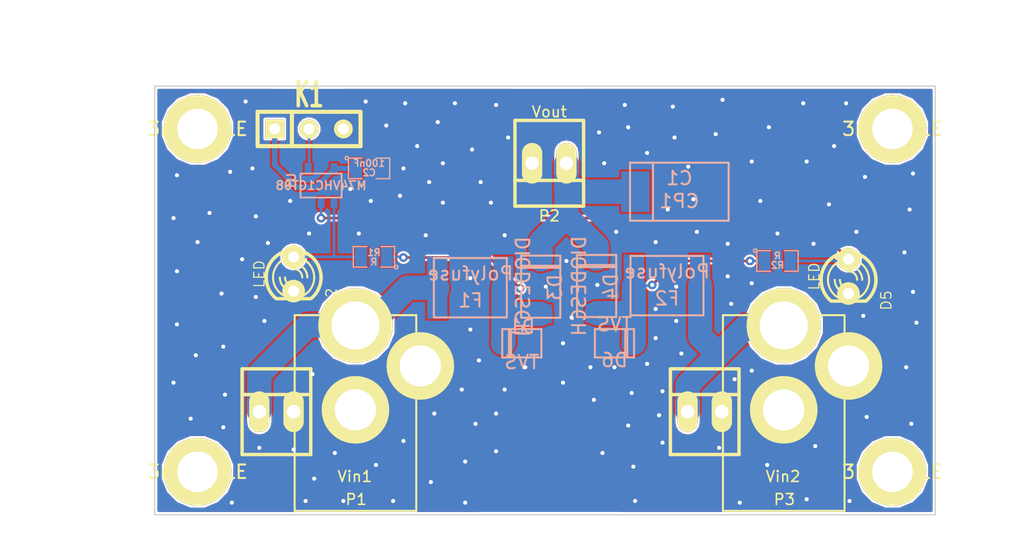
<source format=kicad_pcb>
(kicad_pcb (version 3) (host pcbnew "(22-Jun-2014 BZR 4027)-stable")

  (general
    (links 34)
    (no_connects 0)
    (area 131.700002 122.880001 211.835 165.895)
    (thickness 1.6)
    (drawings 12)
    (tracks 529)
    (zones 0)
    (modules 23)
    (nets 11)
  )

  (page A3)
  (title_block 
    (rev 1)
    (company "Radio Helsinki: RedunDC")
  )

  (layers
    (15 F.Cu signal)
    (0 B.Cu signal)
    (16 B.Adhes user)
    (17 F.Adhes user)
    (18 B.Paste user)
    (19 F.Paste user)
    (20 B.SilkS user)
    (21 F.SilkS user)
    (22 B.Mask user)
    (23 F.Mask user)
    (24 Dwgs.User user)
    (25 Cmts.User user)
    (26 Eco1.User user)
    (27 Eco2.User user)
    (28 Edge.Cuts user)
  )

  (setup
    (last_trace_width 0.2032)
    (user_trace_width 0.2032)
    (user_trace_width 0.3988)
    (user_trace_width 0.701)
    (user_trace_width 1.0008)
    (user_trace_width 1.8009)
    (trace_clearance 0.1524)
    (zone_clearance 0.1524)
    (zone_45_only no)
    (trace_min 0.1524)
    (segment_width 0.2)
    (edge_width 0.1)
    (via_size 0.6502)
    (via_drill 0.3023)
    (via_min_size 0.5004)
    (via_min_drill 0.3023)
    (user_via 0.6502 0.3023)
    (user_via 0.7493 0.3988)
    (user_via 0.95 0.3988)
    (user_via 1.1989 0.4496)
    (user_via 1.999 0.5004)
    (uvia_size 0.508)
    (uvia_drill 0.127)
    (uvias_allowed no)
    (uvia_min_size 0.508)
    (uvia_min_drill 0.127)
    (pcb_text_width 0.3)
    (pcb_text_size 1.5 1.5)
    (mod_edge_width 0.15)
    (mod_text_size 1 1)
    (mod_text_width 0.15)
    (pad_size 5 5)
    (pad_drill 3)
    (pad_to_mask_clearance 0)
    (aux_axis_origin 0 0)
    (visible_elements FFFFFFFF)
    (pcbplotparams
      (layerselection 3178497)
      (usegerberextensions true)
      (excludeedgelayer true)
      (linewidth 0.150000)
      (plotframeref false)
      (viasonmask false)
      (mode 1)
      (useauxorigin false)
      (hpglpennumber 1)
      (hpglpenspeed 20)
      (hpglpendiameter 15)
      (hpglpenoverlay 2)
      (psnegative false)
      (psa4output false)
      (plotreference true)
      (plotvalue true)
      (plotothertext true)
      (plotinvisibletext false)
      (padsonsilk false)
      (subtractmaskfromsilk false)
      (outputformat 1)
      (mirror false)
      (drillshape 1)
      (scaleselection 1)
      (outputdirectory ""))
  )

  (net 0 "")
  (net 1 GND)
  (net 2 N-000001)
  (net 3 N-0000010)
  (net 4 N-000002)
  (net 5 N-000003)
  (net 6 N-000004)
  (net 7 N-000006)
  (net 8 N-000008)
  (net 9 N-000009)
  (net 10 VCC)

  (net_class Default "Dies ist die voreingestellte Netzklasse."
    (clearance 0.1524)
    (trace_width 0.2032)
    (via_dia 0.6502)
    (via_drill 0.3023)
    (uvia_dia 0.508)
    (uvia_drill 0.127)
    (add_net "")
    (add_net GND)
    (add_net N-000001)
    (add_net N-0000010)
    (add_net N-000002)
    (add_net N-000003)
    (add_net N-000004)
    (add_net N-000006)
    (add_net N-000008)
    (add_net N-000009)
    (add_net VCC)
  )

  (module SOT23-5 (layer B.Cu) (tedit 4ECF78EF) (tstamp 551B1D04)
    (at 155.829 136.271 180)
    (path /551AE3F4)
    (attr smd)
    (fp_text reference U1 (at 2.19964 0.29972 450) (layer B.SilkS)
      (effects (font (size 0.635 0.635) (thickness 0.127)) (justify mirror))
    )
    (fp_text value M74VHC1GT08 (at 0 0 180) (layer B.SilkS)
      (effects (font (size 0.635 0.635) (thickness 0.127)) (justify mirror))
    )
    (fp_line (start 1.524 0.889) (end 1.524 -0.889) (layer B.SilkS) (width 0.127))
    (fp_line (start 1.524 -0.889) (end -1.524 -0.889) (layer B.SilkS) (width 0.127))
    (fp_line (start -1.524 -0.889) (end -1.524 0.889) (layer B.SilkS) (width 0.127))
    (fp_line (start -1.524 0.889) (end 1.524 0.889) (layer B.SilkS) (width 0.127))
    (pad 1 smd rect (at -0.9525 -1.27 180) (size 0.508 0.762)
      (layers B.Cu B.Paste B.Mask)
      (net 9 N-000009)
    )
    (pad 3 smd rect (at 0.9525 -1.27 180) (size 0.508 0.762)
      (layers B.Cu B.Paste B.Mask)
      (net 1 GND)
    )
    (pad 5 smd rect (at -0.9525 1.27 180) (size 0.508 0.762)
      (layers B.Cu B.Paste B.Mask)
      (net 10 VCC)
    )
    (pad 2 smd rect (at 0 -1.27 180) (size 0.508 0.762)
      (layers B.Cu B.Paste B.Mask)
      (net 8 N-000008)
    )
    (pad 4 smd rect (at 0.9525 1.27 180) (size 0.508 0.762)
      (layers B.Cu B.Paste B.Mask)
      (net 7 N-000006)
    )
    (model smd/SOT23_5.wrl
      (at (xyz 0 0 0))
      (scale (xyz 0.1 0.1 0.1))
      (rotate (xyz 0 0 0))
    )
  )

  (module SOD123W (layer B.Cu) (tedit 551B1C00) (tstamp 551B1D10)
    (at 170.688 147.955 180)
    (path /551ADF4F)
    (fp_text reference D1 (at 0 1.25 180) (layer B.SilkS)
      (effects (font (size 1 1) (thickness 0.15)) (justify mirror))
    )
    (fp_text value TVS (at 0 -1.4 180) (layer B.SilkS)
      (effects (font (size 1 1) (thickness 0.15)) (justify mirror))
    )
    (fp_line (start 0.8 1.05) (end 0.8 -1.05) (layer B.SilkS) (width 0.15))
    (fp_line (start 0.95 1.05) (end 0.95 -1.05) (layer B.SilkS) (width 0.15))
    (fp_line (start -1.45 1.05) (end 1.45 1.05) (layer B.SilkS) (width 0.15))
    (fp_line (start 1.45 1.05) (end 1.45 -1.05) (layer B.SilkS) (width 0.15))
    (fp_line (start 1.45 -1.05) (end -1.45 -1.05) (layer B.SilkS) (width 0.15))
    (fp_line (start -1.45 -1.05) (end -1.45 1.05) (layer B.SilkS) (width 0.15))
    (pad 1 smd rect (at -1.4 0 180) (size 1.2 1.2)
      (layers B.Cu B.Paste B.Mask)
      (net 1 GND)
    )
    (pad 2 smd rect (at 1.4 0 180) (size 1.2 1.2)
      (layers B.Cu B.Paste B.Mask)
      (net 2 N-000001)
    )
  )

  (module SOD123W (layer B.Cu) (tedit 551B1C00) (tstamp 551B1D1C)
    (at 177.546 147.955)
    (path /551ADF85)
    (fp_text reference D6 (at 0 1.25) (layer B.SilkS)
      (effects (font (size 1 1) (thickness 0.15)) (justify mirror))
    )
    (fp_text value TVS (at 0 -1.4) (layer B.SilkS)
      (effects (font (size 1 1) (thickness 0.15)) (justify mirror))
    )
    (fp_line (start 0.8 1.05) (end 0.8 -1.05) (layer B.SilkS) (width 0.15))
    (fp_line (start 0.95 1.05) (end 0.95 -1.05) (layer B.SilkS) (width 0.15))
    (fp_line (start -1.45 1.05) (end 1.45 1.05) (layer B.SilkS) (width 0.15))
    (fp_line (start 1.45 1.05) (end 1.45 -1.05) (layer B.SilkS) (width 0.15))
    (fp_line (start 1.45 -1.05) (end -1.45 -1.05) (layer B.SilkS) (width 0.15))
    (fp_line (start -1.45 -1.05) (end -1.45 1.05) (layer B.SilkS) (width 0.15))
    (pad 1 smd rect (at -1.4 0) (size 1.2 1.2)
      (layers B.Cu B.Paste B.Mask)
      (net 1 GND)
    )
    (pad 2 smd rect (at 1.4 0) (size 1.2 1.2)
      (layers B.Cu B.Paste B.Mask)
      (net 3 N-0000010)
    )
  )

  (module SM2917POL (layer B.Cu) (tedit 551B1470) (tstamp 551B1D27)
    (at 182.3466 136.7282)
    (path /551AE068)
    (fp_text reference C1 (at 0 -1) (layer B.SilkS)
      (effects (font (size 1 1) (thickness 0.15)) (justify mirror))
    )
    (fp_text value CP1 (at 0 0.7) (layer B.SilkS)
      (effects (font (size 1 1) (thickness 0.15)) (justify mirror))
    )
    (fp_line (start -1.95 2.15) (end -1.95 -2.15) (layer B.SilkS) (width 0.15))
    (fp_line (start -3.65 2.15) (end 3.65 2.15) (layer B.SilkS) (width 0.15))
    (fp_line (start 3.65 2.15) (end 3.65 -2.15) (layer B.SilkS) (width 0.15))
    (fp_line (start 3.65 -2.15) (end -3.65 -2.15) (layer B.SilkS) (width 0.15))
    (fp_line (start -3.65 -2.15) (end -3.65 2.15) (layer B.SilkS) (width 0.15))
    (pad 1 smd rect (at -3.25 0) (size 2.1 3)
      (layers B.Cu B.Paste B.Mask)
      (net 5 N-000003)
    )
    (pad 2 smd rect (at 3.25 0) (size 2.1 3)
      (layers B.Cu B.Paste B.Mask)
      (net 1 GND)
    )
  )

  (module SM0805 (layer B.Cu) (tedit 5091495C) (tstamp 551B1D34)
    (at 159.385 135.001)
    (path /551AE174)
    (attr smd)
    (fp_text reference C2 (at 0 0.3175) (layer B.SilkS)
      (effects (font (size 0.50038 0.50038) (thickness 0.10922)) (justify mirror))
    )
    (fp_text value 100nF (at 0 -0.381) (layer B.SilkS)
      (effects (font (size 0.50038 0.50038) (thickness 0.10922)) (justify mirror))
    )
    (fp_circle (center -1.651 -0.762) (end -1.651 -0.635) (layer B.SilkS) (width 0.09906))
    (fp_line (start -0.508 -0.762) (end -1.524 -0.762) (layer B.SilkS) (width 0.09906))
    (fp_line (start -1.524 -0.762) (end -1.524 0.762) (layer B.SilkS) (width 0.09906))
    (fp_line (start -1.524 0.762) (end -0.508 0.762) (layer B.SilkS) (width 0.09906))
    (fp_line (start 0.508 0.762) (end 1.524 0.762) (layer B.SilkS) (width 0.09906))
    (fp_line (start 1.524 0.762) (end 1.524 -0.762) (layer B.SilkS) (width 0.09906))
    (fp_line (start 1.524 -0.762) (end 0.508 -0.762) (layer B.SilkS) (width 0.09906))
    (pad 1 smd rect (at -0.9525 0) (size 0.889 1.397)
      (layers B.Cu B.Paste B.Mask)
      (net 10 VCC)
    )
    (pad 2 smd rect (at 0.9525 0) (size 0.889 1.397)
      (layers B.Cu B.Paste B.Mask)
      (net 1 GND)
    )
    (model smd/chip_cms.wrl
      (at (xyz 0 0 0))
      (scale (xyz 0.1 0.1 0.1))
      (rotate (xyz 0 0 0))
    )
  )

  (module SM0805 (layer B.Cu) (tedit 5091495C) (tstamp 551B1D41)
    (at 189.611 141.859)
    (path /551ADFF8)
    (attr smd)
    (fp_text reference R2 (at 0 0.3175) (layer B.SilkS)
      (effects (font (size 0.50038 0.50038) (thickness 0.10922)) (justify mirror))
    )
    (fp_text value R (at 0 -0.381) (layer B.SilkS)
      (effects (font (size 0.50038 0.50038) (thickness 0.10922)) (justify mirror))
    )
    (fp_circle (center -1.651 -0.762) (end -1.651 -0.635) (layer B.SilkS) (width 0.09906))
    (fp_line (start -0.508 -0.762) (end -1.524 -0.762) (layer B.SilkS) (width 0.09906))
    (fp_line (start -1.524 -0.762) (end -1.524 0.762) (layer B.SilkS) (width 0.09906))
    (fp_line (start -1.524 0.762) (end -0.508 0.762) (layer B.SilkS) (width 0.09906))
    (fp_line (start 0.508 0.762) (end 1.524 0.762) (layer B.SilkS) (width 0.09906))
    (fp_line (start 1.524 0.762) (end 1.524 -0.762) (layer B.SilkS) (width 0.09906))
    (fp_line (start 1.524 -0.762) (end 0.508 -0.762) (layer B.SilkS) (width 0.09906))
    (pad 1 smd rect (at -0.9525 0) (size 0.889 1.397)
      (layers B.Cu B.Paste B.Mask)
      (net 3 N-0000010)
    )
    (pad 2 smd rect (at 0.9525 0) (size 0.889 1.397)
      (layers B.Cu B.Paste B.Mask)
      (net 8 N-000008)
    )
    (model smd/chip_cms.wrl
      (at (xyz 0 0 0))
      (scale (xyz 0.1 0.1 0.1))
      (rotate (xyz 0 0 0))
    )
  )

  (module SM0805 (layer B.Cu) (tedit 5091495C) (tstamp 551B1D4E)
    (at 159.7406 141.5542 180)
    (path /551AE015)
    (attr smd)
    (fp_text reference R1 (at 0 0.3175 180) (layer B.SilkS)
      (effects (font (size 0.50038 0.50038) (thickness 0.10922)) (justify mirror))
    )
    (fp_text value R (at 0 -0.381 180) (layer B.SilkS)
      (effects (font (size 0.50038 0.50038) (thickness 0.10922)) (justify mirror))
    )
    (fp_circle (center -1.651 -0.762) (end -1.651 -0.635) (layer B.SilkS) (width 0.09906))
    (fp_line (start -0.508 -0.762) (end -1.524 -0.762) (layer B.SilkS) (width 0.09906))
    (fp_line (start -1.524 -0.762) (end -1.524 0.762) (layer B.SilkS) (width 0.09906))
    (fp_line (start -1.524 0.762) (end -0.508 0.762) (layer B.SilkS) (width 0.09906))
    (fp_line (start 0.508 0.762) (end 1.524 0.762) (layer B.SilkS) (width 0.09906))
    (fp_line (start 1.524 0.762) (end 1.524 -0.762) (layer B.SilkS) (width 0.09906))
    (fp_line (start 1.524 -0.762) (end 0.508 -0.762) (layer B.SilkS) (width 0.09906))
    (pad 1 smd rect (at -0.9525 0 180) (size 0.889 1.397)
      (layers B.Cu B.Paste B.Mask)
      (net 2 N-000001)
    )
    (pad 2 smd rect (at 0.9525 0 180) (size 0.889 1.397)
      (layers B.Cu B.Paste B.Mask)
      (net 9 N-000009)
    )
    (model smd/chip_cms.wrl
      (at (xyz 0 0 0))
      (scale (xyz 0.1 0.1 0.1))
      (rotate (xyz 0 0 0))
    )
  )

  (module SIL-3 (layer F.Cu) (tedit 200000) (tstamp 551B1D5A)
    (at 154.94 132.08)
    (descr "Connecteur 3 pins")
    (tags "CONN DEV")
    (path /551AE11C)
    (fp_text reference K1 (at 0 -2.54) (layer F.SilkS)
      (effects (font (size 1.7907 1.07696) (thickness 0.3048)))
    )
    (fp_text value STATUS (at 0 -2.54) (layer F.SilkS) hide
      (effects (font (size 1.524 1.016) (thickness 0.3048)))
    )
    (fp_line (start -3.81 1.27) (end -3.81 -1.27) (layer F.SilkS) (width 0.3048))
    (fp_line (start -3.81 -1.27) (end 3.81 -1.27) (layer F.SilkS) (width 0.3048))
    (fp_line (start 3.81 -1.27) (end 3.81 1.27) (layer F.SilkS) (width 0.3048))
    (fp_line (start 3.81 1.27) (end -3.81 1.27) (layer F.SilkS) (width 0.3048))
    (fp_line (start -1.27 -1.27) (end -1.27 1.27) (layer F.SilkS) (width 0.3048))
    (pad 1 thru_hole rect (at -2.54 0) (size 1.397 1.397) (drill 0.8128)
      (layers *.Cu *.Mask F.SilkS)
      (net 10 VCC)
    )
    (pad 2 thru_hole circle (at 0 0) (size 1.397 1.397) (drill 0.8128)
      (layers *.Cu *.Mask F.SilkS)
      (net 7 N-000006)
    )
    (pad 3 thru_hole circle (at 2.54 0) (size 1.397 1.397) (drill 0.8128)
      (layers *.Cu *.Mask F.SilkS)
      (net 1 GND)
    )
  )

  (module LF2016L (layer B.Cu) (tedit 551B1747) (tstamp 551B1D82)
    (at 166.878 143.8402)
    (path /551ADEE0)
    (fp_text reference F1 (at 0 0.95) (layer B.SilkS)
      (effects (font (size 1 1) (thickness 0.15)) (justify mirror))
    )
    (fp_text value Polyfuse (at 0 -1.05) (layer B.SilkS)
      (effects (font (size 1 1) (thickness 0.15)) (justify mirror))
    )
    (fp_line (start -2.7 2.2) (end 2.7 2.2) (layer B.SilkS) (width 0.15))
    (fp_line (start 2.7 2.2) (end 2.7 -2.2) (layer B.SilkS) (width 0.15))
    (fp_line (start 2.7 -2.2) (end -2.7 -2.2) (layer B.SilkS) (width 0.15))
    (fp_line (start -2.7 -2.2) (end -2.7 2.2) (layer B.SilkS) (width 0.15))
    (pad 1 smd rect (at -2.45 0) (size 1.5 4.6)
      (layers B.Cu B.Paste B.Mask)
      (net 6 N-000004)
    )
    (pad 2 smd rect (at 2.45 0) (size 1.5 4.6)
      (layers B.Cu B.Paste B.Mask)
      (net 2 N-000001)
    )
  )

  (module LF2016L (layer B.Cu) (tedit 551B1747) (tstamp 551B1D8C)
    (at 181.4322 143.6878)
    (path /551ADED1)
    (fp_text reference F2 (at 0 0.95) (layer B.SilkS)
      (effects (font (size 1 1) (thickness 0.15)) (justify mirror))
    )
    (fp_text value Polyfuse (at 0 -1.05) (layer B.SilkS)
      (effects (font (size 1 1) (thickness 0.15)) (justify mirror))
    )
    (fp_line (start -2.7 2.2) (end 2.7 2.2) (layer B.SilkS) (width 0.15))
    (fp_line (start 2.7 2.2) (end 2.7 -2.2) (layer B.SilkS) (width 0.15))
    (fp_line (start 2.7 -2.2) (end -2.7 -2.2) (layer B.SilkS) (width 0.15))
    (fp_line (start -2.7 -2.2) (end -2.7 2.2) (layer B.SilkS) (width 0.15))
    (pad 1 smd rect (at -2.45 0) (size 1.5 4.6)
      (layers B.Cu B.Paste B.Mask)
      (net 3 N-0000010)
    )
    (pad 2 smd rect (at 2.45 0) (size 1.5 4.6)
      (layers B.Cu B.Paste B.Mask)
      (net 4 N-000002)
    )
  )

  (module LED-3MM (layer F.Cu) (tedit 50ADE848) (tstamp 551B1DA5)
    (at 153.797 142.8242 270)
    (descr "LED 3mm - Lead pitch 100mil (2,54mm)")
    (tags "LED led 3mm 3MM 100mil 2,54mm")
    (path /551AE00F)
    (fp_text reference D2 (at 1.778 -2.794 270) (layer F.SilkS)
      (effects (font (size 0.762 0.762) (thickness 0.0889)))
    )
    (fp_text value LED (at 0 2.54 270) (layer F.SilkS)
      (effects (font (size 0.762 0.762) (thickness 0.0889)))
    )
    (fp_line (start 1.8288 1.27) (end 1.8288 -1.27) (layer F.SilkS) (width 0.254))
    (fp_arc (start 0.254 0) (end -1.27 0) (angle 39.8) (layer F.SilkS) (width 0.1524))
    (fp_arc (start 0.254 0) (end -0.88392 1.01092) (angle 41.6) (layer F.SilkS) (width 0.1524))
    (fp_arc (start 0.254 0) (end 1.4097 -0.9906) (angle 40.6) (layer F.SilkS) (width 0.1524))
    (fp_arc (start 0.254 0) (end 1.778 0) (angle 39.8) (layer F.SilkS) (width 0.1524))
    (fp_arc (start 0.254 0) (end 0.254 -1.524) (angle 54.4) (layer F.SilkS) (width 0.1524))
    (fp_arc (start 0.254 0) (end -0.9652 -0.9144) (angle 53.1) (layer F.SilkS) (width 0.1524))
    (fp_arc (start 0.254 0) (end 1.45542 0.93472) (angle 52.1) (layer F.SilkS) (width 0.1524))
    (fp_arc (start 0.254 0) (end 0.254 1.524) (angle 52.1) (layer F.SilkS) (width 0.1524))
    (fp_arc (start 0.254 0) (end -0.381 0) (angle 90) (layer F.SilkS) (width 0.1524))
    (fp_arc (start 0.254 0) (end -0.762 0) (angle 90) (layer F.SilkS) (width 0.1524))
    (fp_arc (start 0.254 0) (end 0.889 0) (angle 90) (layer F.SilkS) (width 0.1524))
    (fp_arc (start 0.254 0) (end 1.27 0) (angle 90) (layer F.SilkS) (width 0.1524))
    (fp_arc (start 0.254 0) (end 0.254 -2.032) (angle 50.1) (layer F.SilkS) (width 0.254))
    (fp_arc (start 0.254 0) (end -1.5367 -0.95504) (angle 61.9) (layer F.SilkS) (width 0.254))
    (fp_arc (start 0.254 0) (end 1.8034 1.31064) (angle 49.7) (layer F.SilkS) (width 0.254))
    (fp_arc (start 0.254 0) (end 0.254 2.032) (angle 60.2) (layer F.SilkS) (width 0.254))
    (fp_arc (start 0.254 0) (end -1.778 0) (angle 28.3) (layer F.SilkS) (width 0.254))
    (fp_arc (start 0.254 0) (end -1.47574 1.06426) (angle 31.6) (layer F.SilkS) (width 0.254))
    (pad 1 thru_hole circle (at -1.27 0 270) (size 1.6764 1.6764) (drill 0.8128)
      (layers *.Cu *.Mask F.SilkS)
      (net 9 N-000009)
    )
    (pad 2 thru_hole circle (at 1.27 0 270) (size 1.6764 1.6764) (drill 0.8128)
      (layers *.Cu *.Mask F.SilkS)
      (net 1 GND)
    )
    (model discret/leds/led3_vertical_verde.wrl
      (at (xyz 0 0 0))
      (scale (xyz 1 1 1))
      (rotate (xyz 0 0 0))
    )
  )

  (module LED-3MM (layer F.Cu) (tedit 50ADE848) (tstamp 551B1DBE)
    (at 194.8688 143.002 270)
    (descr "LED 3mm - Lead pitch 100mil (2,54mm)")
    (tags "LED led 3mm 3MM 100mil 2,54mm")
    (path /551ADFCB)
    (fp_text reference D5 (at 1.778 -2.794 270) (layer F.SilkS)
      (effects (font (size 0.762 0.762) (thickness 0.0889)))
    )
    (fp_text value LED (at 0 2.54 270) (layer F.SilkS)
      (effects (font (size 0.762 0.762) (thickness 0.0889)))
    )
    (fp_line (start 1.8288 1.27) (end 1.8288 -1.27) (layer F.SilkS) (width 0.254))
    (fp_arc (start 0.254 0) (end -1.27 0) (angle 39.8) (layer F.SilkS) (width 0.1524))
    (fp_arc (start 0.254 0) (end -0.88392 1.01092) (angle 41.6) (layer F.SilkS) (width 0.1524))
    (fp_arc (start 0.254 0) (end 1.4097 -0.9906) (angle 40.6) (layer F.SilkS) (width 0.1524))
    (fp_arc (start 0.254 0) (end 1.778 0) (angle 39.8) (layer F.SilkS) (width 0.1524))
    (fp_arc (start 0.254 0) (end 0.254 -1.524) (angle 54.4) (layer F.SilkS) (width 0.1524))
    (fp_arc (start 0.254 0) (end -0.9652 -0.9144) (angle 53.1) (layer F.SilkS) (width 0.1524))
    (fp_arc (start 0.254 0) (end 1.45542 0.93472) (angle 52.1) (layer F.SilkS) (width 0.1524))
    (fp_arc (start 0.254 0) (end 0.254 1.524) (angle 52.1) (layer F.SilkS) (width 0.1524))
    (fp_arc (start 0.254 0) (end -0.381 0) (angle 90) (layer F.SilkS) (width 0.1524))
    (fp_arc (start 0.254 0) (end -0.762 0) (angle 90) (layer F.SilkS) (width 0.1524))
    (fp_arc (start 0.254 0) (end 0.889 0) (angle 90) (layer F.SilkS) (width 0.1524))
    (fp_arc (start 0.254 0) (end 1.27 0) (angle 90) (layer F.SilkS) (width 0.1524))
    (fp_arc (start 0.254 0) (end 0.254 -2.032) (angle 50.1) (layer F.SilkS) (width 0.254))
    (fp_arc (start 0.254 0) (end -1.5367 -0.95504) (angle 61.9) (layer F.SilkS) (width 0.254))
    (fp_arc (start 0.254 0) (end 1.8034 1.31064) (angle 49.7) (layer F.SilkS) (width 0.254))
    (fp_arc (start 0.254 0) (end 0.254 2.032) (angle 60.2) (layer F.SilkS) (width 0.254))
    (fp_arc (start 0.254 0) (end -1.778 0) (angle 28.3) (layer F.SilkS) (width 0.254))
    (fp_arc (start 0.254 0) (end -1.47574 1.06426) (angle 31.6) (layer F.SilkS) (width 0.254))
    (pad 1 thru_hole circle (at -1.27 0 270) (size 1.6764 1.6764) (drill 0.8128)
      (layers *.Cu *.Mask F.SilkS)
      (net 8 N-000008)
    )
    (pad 2 thru_hole circle (at 1.27 0 270) (size 1.6764 1.6764) (drill 0.8128)
      (layers *.Cu *.Mask F.SilkS)
      (net 1 GND)
    )
    (model discret/leds/led3_vertical_verde.wrl
      (at (xyz 0 0 0))
      (scale (xyz 1 1 1))
      (rotate (xyz 0 0 0))
    )
  )

  (module DO-214AC (layer B.Cu) (tedit 551B1BF3) (tstamp 551B1DCA)
    (at 176.2252 143.7132 90)
    (path /551ADF6B)
    (fp_text reference D4 (at -0.05 1.05 90) (layer B.SilkS)
      (effects (font (size 1 1) (thickness 0.15)) (justify mirror))
    )
    (fp_text value DIODESCH (at 0 -1.3 90) (layer B.SilkS)
      (effects (font (size 1 1) (thickness 0.15)) (justify mirror))
    )
    (fp_line (start 1.4 -1.45) (end 1.4 1.45) (layer B.SilkS) (width 0.15))
    (fp_line (start 1.55 1.45) (end 1.55 -1.45) (layer B.SilkS) (width 0.15))
    (fp_line (start -2.3 1.45) (end 2.3 1.45) (layer B.SilkS) (width 0.15))
    (fp_line (start 2.3 1.45) (end 2.3 -1.45) (layer B.SilkS) (width 0.15))
    (fp_line (start 2.3 -1.45) (end -2.3 -1.45) (layer B.SilkS) (width 0.15))
    (fp_line (start -2.3 -1.45) (end -2.3 1.45) (layer B.SilkS) (width 0.15))
    (pad 1 smd rect (at -2.015 0 90) (size 1.4 1.64)
      (layers B.Cu B.Paste B.Mask)
      (net 3 N-0000010)
    )
    (pad 2 smd rect (at 2.015 0 90) (size 1.4 1.64)
      (layers B.Cu B.Paste B.Mask)
      (net 5 N-000003)
    )
  )

  (module DO-214AC (layer B.Cu) (tedit 551B1BF3) (tstamp 551B1DD6)
    (at 172.085 143.764 90)
    (path /551ADF5E)
    (fp_text reference D3 (at -0.05 1.05 90) (layer B.SilkS)
      (effects (font (size 1 1) (thickness 0.15)) (justify mirror))
    )
    (fp_text value DIODESCH (at 0 -1.3 90) (layer B.SilkS)
      (effects (font (size 1 1) (thickness 0.15)) (justify mirror))
    )
    (fp_line (start 1.4 -1.45) (end 1.4 1.45) (layer B.SilkS) (width 0.15))
    (fp_line (start 1.55 1.45) (end 1.55 -1.45) (layer B.SilkS) (width 0.15))
    (fp_line (start -2.3 1.45) (end 2.3 1.45) (layer B.SilkS) (width 0.15))
    (fp_line (start 2.3 1.45) (end 2.3 -1.45) (layer B.SilkS) (width 0.15))
    (fp_line (start 2.3 -1.45) (end -2.3 -1.45) (layer B.SilkS) (width 0.15))
    (fp_line (start -2.3 -1.45) (end -2.3 1.45) (layer B.SilkS) (width 0.15))
    (pad 1 smd rect (at -2.015 0 90) (size 1.4 1.64)
      (layers B.Cu B.Paste B.Mask)
      (net 2 N-000001)
    )
    (pad 2 smd rect (at 2.015 0 90) (size 1.4 1.64)
      (layers B.Cu B.Paste B.Mask)
      (net 5 N-000003)
    )
  )

  (module 3mmHOLE (layer F.Cu) (tedit 551B1F8C) (tstamp 551BDB62)
    (at 198.12 132.08)
    (fp_text reference 3mmHOLE (at 0 0) (layer F.SilkS)
      (effects (font (size 1 1) (thickness 0.15)))
    )
    (fp_text value VAL** (at 0 0) (layer F.SilkS)
      (effects (font (size 1 1) (thickness 0.15)))
    )
    (pad 1 thru_hole circle (at 0 0) (size 5 5) (drill 3)
      (layers *.Cu *.Mask F.SilkS)
    )
  )

  (module 3mmHOLE (layer F.Cu) (tedit 551B1F8C) (tstamp 551BDB6E)
    (at 146.685 132.08)
    (fp_text reference 3mmHOLE (at 0 0) (layer F.SilkS)
      (effects (font (size 1 1) (thickness 0.15)))
    )
    (fp_text value VAL** (at 0 0) (layer F.SilkS)
      (effects (font (size 1 1) (thickness 0.15)))
    )
    (pad 1 thru_hole circle (at 0 0) (size 5 5) (drill 3)
      (layers *.Cu *.Mask F.SilkS)
    )
  )

  (module 3mmHOLE (layer F.Cu) (tedit 551B1F8C) (tstamp 551BDB77)
    (at 146.685 157.48)
    (fp_text reference 3mmHOLE (at 0 0) (layer F.SilkS)
      (effects (font (size 1 1) (thickness 0.15)))
    )
    (fp_text value VAL** (at 0 0) (layer F.SilkS)
      (effects (font (size 1 1) (thickness 0.15)))
    )
    (pad 1 thru_hole circle (at 0 0) (size 5 5) (drill 3)
      (layers *.Cu *.Mask F.SilkS)
    )
  )

  (module 3mmHOLE (layer F.Cu) (tedit 551B1F8C) (tstamp 551BDB80)
    (at 198.12 157.48)
    (fp_text reference 3mmHOLE (at 0 0) (layer F.SilkS)
      (effects (font (size 1 1) (thickness 0.15)))
    )
    (fp_text value VAL** (at 0 0) (layer F.SilkS)
      (effects (font (size 1 1) (thickness 0.15)))
    )
    (pad 1 thru_hole circle (at 0 0) (size 5 5) (drill 3)
      (layers *.Cu *.Mask F.SilkS)
    )
  )

  (module rhlogo_copper-front_10mm (layer F.Cu) (tedit 0) (tstamp 551BFA87)
    (at 172.72 158.75)
    (fp_text reference G*** (at 0 1.69418) (layer F.SilkS) hide
      (effects (font (size 0.22098 0.22098) (thickness 0.04318)))
    )
    (fp_text value rhlogo_copper-front_10mm (at 0 -1.69418) (layer F.SilkS) hide
      (effects (font (size 0.22098 0.22098) (thickness 0.04318)))
    )
    (fp_poly (pts (xy 4.99872 1.58242) (xy 4.8387 1.58242) (xy 4.8387 1.4224) (xy 4.8387 -1.41224)
      (xy -2.2479 -1.41224) (xy -2.2479 1.4224) (xy 4.8387 1.4224) (xy 4.8387 1.58242)
      (xy -2.40538 1.58242) (xy -2.40538 1.4224) (xy -2.40538 -1.41224) (xy -4.826 -1.41224)
      (xy -4.826 1.4224) (xy -2.40538 1.4224) (xy -2.40538 1.58242) (xy -4.99872 1.58242)
      (xy -4.99872 -1.58242) (xy 4.99872 -1.58242) (xy 4.99872 1.58242) (xy 4.99872 1.58242)) (layer F.Cu) (width 0.00254))
    (fp_poly (pts (xy -2.52222 1.1176) (xy -2.52476 1.14808) (xy -2.54254 1.18364) (xy -2.57048 1.20904)
      (xy -2.5781 1.21412) (xy -2.62128 1.22936) (xy -2.67462 1.23444) (xy -2.72288 1.22936)
      (xy -2.7432 1.22174) (xy -2.77368 1.2065) (xy -2.81178 1.1811) (xy -2.85496 1.15062)
      (xy -2.8575 1.14808) (xy -2.91338 1.11252) (xy -2.98704 1.06426) (xy -3.0861 1.00838)
      (xy -3.20548 0.94234) (xy -3.34518 0.86614) (xy -3.44678 0.81026) (xy -3.63474 0.71374)
      (xy -3.77952 0.77978) (xy -3.89128 0.83312) (xy -4.0005 0.88646) (xy -4.1021 0.9398)
      (xy -4.19608 0.98806) (xy -4.27482 1.03124) (xy -4.33832 1.06934) (xy -4.3815 1.09982)
      (xy -4.38912 1.10236) (xy -4.44754 1.15062) (xy -4.49072 1.1811) (xy -4.5212 1.20396)
      (xy -4.54406 1.21666) (xy -4.56184 1.22428) (xy -4.57962 1.22682) (xy -4.59486 1.22682)
      (xy -4.64312 1.21666) (xy -4.6736 1.1938) (xy -4.68884 1.1557) (xy -4.68376 1.10998)
      (xy -4.65836 1.05918) (xy -4.65328 1.0541) (xy -4.63042 1.02616) (xy -4.59486 1.0033)
      (xy -4.54406 0.9779) (xy -4.47802 0.9525) (xy -4.43484 0.9398) (xy -4.39928 0.9271)
      (xy -4.34848 0.90678) (xy -4.28752 0.88138) (xy -4.21894 0.8509) (xy -4.14528 0.82042)
      (xy -4.07162 0.7874) (xy -3.99796 0.75438) (xy -3.93192 0.72136) (xy -3.87604 0.69596)
      (xy -3.83286 0.6731) (xy -3.80238 0.65786) (xy -3.79476 0.65024) (xy -3.80492 0.64262)
      (xy -3.8354 0.62738) (xy -3.88112 0.60198) (xy -3.93954 0.5715) (xy -4.01066 0.53594)
      (xy -4.07416 0.50546) (xy -4.17576 0.45466) (xy -4.25958 0.41656) (xy -4.32816 0.38608)
      (xy -4.38912 0.36322) (xy -4.43992 0.34544) (xy -4.47548 0.33528) (xy -4.53898 0.3175)
      (xy -4.5847 0.30226) (xy -4.61518 0.28448) (xy -4.63804 0.2667) (xy -4.67106 0.22352)
      (xy -4.67868 0.18542) (xy -4.6609 0.14986) (xy -4.64058 0.12954) (xy -4.60248 0.10414)
      (xy -4.5593 0.09398) (xy -4.5085 0.1016) (xy -4.45008 0.12192) (xy -4.3815 0.16002)
      (xy -4.29768 0.2159) (xy -4.27482 0.23368) (xy -4.20878 0.2794) (xy -4.15036 0.3175)
      (xy -4.09194 0.35306) (xy -4.03098 0.38862) (xy -3.95986 0.42418) (xy -3.8735 0.46482)
      (xy -3.7973 0.50038) (xy -3.73126 0.53086) (xy -3.683 0.55118) (xy -3.64744 0.56388)
      (xy -3.62458 0.56896) (xy -3.60426 0.56896) (xy -3.5941 0.56642) (xy -3.5687 0.55626)
      (xy -3.52298 0.53848) (xy -3.4671 0.51308) (xy -3.39852 0.4826) (xy -3.3274 0.44958)
      (xy -3.25628 0.41656) (xy -3.1877 0.38354) (xy -3.12928 0.3556) (xy -3.08356 0.3302)
      (xy -3.06578 0.32004) (xy -3.01752 0.2921) (xy -2.97434 0.26162) (xy -2.9464 0.23876)
      (xy -2.8702 0.17526) (xy -2.79654 0.12954) (xy -2.7305 0.09906) (xy -2.68224 0.08636)
      (xy -2.64414 0.08382) (xy -2.62128 0.0889) (xy -2.60096 0.10414) (xy -2.58572 0.12446)
      (xy -2.55778 0.17272) (xy -2.55524 0.21844) (xy -2.57556 0.25654) (xy -2.62128 0.28956)
      (xy -2.68732 0.32004) (xy -2.75082 0.33782) (xy -2.80924 0.35306) (xy -2.87274 0.37084)
      (xy -2.91846 0.38608) (xy -2.95402 0.40132) (xy -3.00482 0.42418) (xy -3.06832 0.45212)
      (xy -3.13944 0.4826) (xy -3.2131 0.51816) (xy -3.28676 0.55118) (xy -3.35026 0.58166)
      (xy -3.40614 0.6096) (xy -3.44424 0.62738) (xy -3.4798 0.64516) (xy -3.20294 0.78994)
      (xy -3.1115 0.83566) (xy -3.03784 0.87376) (xy -2.97688 0.9017) (xy -2.92354 0.92456)
      (xy -2.87528 0.94234) (xy -2.82956 0.95758) (xy -2.77876 0.97028) (xy -2.6797 1.00076)
      (xy -2.6035 1.03632) (xy -2.5527 1.07188) (xy -2.52476 1.11252) (xy -2.52222 1.1176)
      (xy -2.52222 1.1176)) (layer F.Cu) (width 0.00254))
    (fp_poly (pts (xy -3.00736 -0.74168) (xy -3.01244 -0.63246) (xy -3.03276 -0.5207) (xy -3.06832 -0.4064)
      (xy -3.11404 -0.29464) (xy -3.12674 -0.27432) (xy -3.13182 -0.25908) (xy -3.13182 -0.63754)
      (xy -3.13436 -0.70612) (xy -3.14198 -0.78232) (xy -3.15214 -0.84328) (xy -3.16992 -0.889)
      (xy -3.19532 -0.93218) (xy -3.23342 -0.97282) (xy -3.2385 -0.9779) (xy -3.30708 -1.03632)
      (xy -3.3782 -1.07696) (xy -3.45948 -1.09728) (xy -3.55346 -1.10236) (xy -3.66014 -1.08966)
      (xy -3.68554 -1.08712) (xy -3.7592 -1.07188) (xy -3.81254 -1.05918) (xy -3.85064 -1.0414)
      (xy -3.88366 -1.02108) (xy -3.9116 -0.99314) (xy -3.91414 -0.99314) (xy -3.95986 -0.92964)
      (xy -3.99796 -0.84836) (xy -4.02844 -0.74422) (xy -4.04368 -0.66548) (xy -4.07162 -0.52324)
      (xy -4.04114 -0.50292) (xy -3.99034 -0.46482) (xy -3.9624 -0.4318) (xy -3.95732 -0.39624)
      (xy -3.95732 -0.3937) (xy -3.95478 -0.3556) (xy -3.94462 -0.34036) (xy -3.93446 -0.32258)
      (xy -3.93192 -0.3048) (xy -3.937 -0.27178) (xy -3.94208 -0.254) (xy -3.9497 -0.21844)
      (xy -3.95224 -0.19558) (xy -3.94462 -0.18288) (xy -3.93192 -0.17272) (xy -3.90398 -0.1524)
      (xy -3.92938 -0.11938) (xy -3.94462 -0.09652) (xy -3.9497 -0.0762) (xy -3.93954 -0.04826)
      (xy -3.937 -0.04318) (xy -3.91414 -0.00254) (xy -3.88366 0.02794) (xy -3.88112 0.03048)
      (xy -3.85064 0.06604) (xy -3.84302 0.09652) (xy -3.8354 0.1524) (xy -3.81254 0.21082)
      (xy -3.77952 0.25908) (xy -3.76936 0.27178) (xy -3.74142 0.2921) (xy -3.71602 0.30226)
      (xy -3.67538 0.3048) (xy -3.66522 0.3048) (xy -3.61442 0.30226) (xy -3.556 0.29718)
      (xy -3.51282 0.2921) (xy -3.429 0.27686) (xy -3.4036 0.22098) (xy -3.38836 0.18288)
      (xy -3.37058 0.12954) (xy -3.35534 0.07112) (xy -3.3528 0.06096) (xy -3.31978 -0.05842)
      (xy -3.28676 -0.16256) (xy -3.2512 -0.25654) (xy -3.2131 -0.3429) (xy -3.175 -0.42672)
      (xy -3.1496 -0.50038) (xy -3.1369 -0.56642) (xy -3.13182 -0.63754) (xy -3.13182 -0.25908)
      (xy -3.15722 -0.20828) (xy -3.19024 -0.12446) (xy -3.22072 -0.03048) (xy -3.24866 0.06604)
      (xy -3.27406 0.1651) (xy -3.27914 0.1905) (xy -3.2893 0.23368) (xy -3.30454 0.2667)
      (xy -3.32994 0.29718) (xy -3.35788 0.32512) (xy -3.40614 0.36576) (xy -3.45186 0.3937)
      (xy -3.46964 0.40132) (xy -3.53568 0.41148) (xy -3.61188 0.41402) (xy -3.68808 0.4064)
      (xy -3.72618 0.39624) (xy -3.76936 0.38354) (xy -3.80746 0.37084) (xy -3.82016 0.36576)
      (xy -3.85064 0.3429) (xy -3.88112 0.30226) (xy -3.90906 0.24892) (xy -3.92938 0.1905)
      (xy -3.92938 0.18542) (xy -3.94208 0.1397) (xy -3.95986 0.10922) (xy -3.9878 0.08382)
      (xy -4.00812 0.06858) (xy -4.02336 0.04826) (xy -4.0386 0.01016) (xy -4.05384 -0.03302)
      (xy -4.06654 -0.08382) (xy -4.0767 -0.12954) (xy -4.0767 -0.15494) (xy -4.08178 -0.1905)
      (xy -4.09448 -0.23114) (xy -4.1021 -0.25146) (xy -4.11734 -0.28956) (xy -4.12496 -0.32258)
      (xy -4.12496 -0.33528) (xy -4.12496 -0.38608) (xy -4.13766 -0.42418) (xy -4.15798 -0.45212)
      (xy -4.17576 -0.47752) (xy -4.18592 -0.49784) (xy -4.18338 -0.52324) (xy -4.1783 -0.56134)
      (xy -4.16814 -0.61722) (xy -4.16052 -0.67818) (xy -4.15798 -0.70358) (xy -4.15036 -0.75184)
      (xy -4.1402 -0.81026) (xy -4.1275 -0.87122) (xy -4.12496 -0.88138) (xy -4.10972 -0.93472)
      (xy -4.09702 -0.97282) (xy -4.07924 -1.0033) (xy -4.0513 -1.03378) (xy -4.02844 -1.05664)
      (xy -3.9624 -1.11506) (xy -3.89636 -1.15824) (xy -3.8227 -1.18618) (xy -3.73888 -1.2065)
      (xy -3.63728 -1.21412) (xy -3.57378 -1.21412) (xy -3.46964 -1.21158) (xy -3.38836 -1.20396)
      (xy -3.31978 -1.18618) (xy -3.2639 -1.16332) (xy -3.26136 -1.16078) (xy -3.22326 -1.13284)
      (xy -3.17754 -1.0922) (xy -3.13182 -1.04648) (xy -3.08864 -0.99822) (xy -3.05562 -0.95504)
      (xy -3.03784 -0.9271) (xy -3.01498 -0.84074) (xy -3.00736 -0.74168) (xy -3.00736 -0.74168)) (layer F.Cu) (width 0.00254))
    (fp_poly (pts (xy 2.83464 0.18034) (xy 2.82956 0.20574) (xy 2.8067 0.22606) (xy 2.80162 0.2286)
      (xy 2.76352 0.25146) (xy 2.76352 0.67056) (xy 2.76352 0.78486) (xy 2.76352 0.87376)
      (xy 2.76098 0.94742) (xy 2.76098 1.0033) (xy 2.75844 1.04394) (xy 2.7559 1.07696)
      (xy 2.75336 1.09982) (xy 2.74828 1.1176) (xy 2.74066 1.13538) (xy 2.73558 1.14554)
      (xy 2.71018 1.18618) (xy 2.68478 1.20142) (xy 2.6543 1.1938) (xy 2.62382 1.1684)
      (xy 2.60096 1.13538) (xy 2.57302 1.08712) (xy 2.54508 1.016) (xy 2.51206 0.9271)
      (xy 2.47396 0.8128) (xy 2.46126 0.7747) (xy 2.44348 0.71882) (xy 2.42062 0.65532)
      (xy 2.39522 0.58674) (xy 2.36982 0.51816) (xy 2.34442 0.45466) (xy 2.3241 0.40132)
      (xy 2.30632 0.36068) (xy 2.29362 0.33782) (xy 2.29108 0.33528) (xy 2.29108 0.34544)
      (xy 2.29108 0.37846) (xy 2.29108 0.42926) (xy 2.29108 0.4953) (xy 2.29362 0.57404)
      (xy 2.29362 0.66294) (xy 2.29362 0.68326) (xy 2.29616 0.79756) (xy 2.29616 0.889)
      (xy 2.30124 0.96012) (xy 2.30378 1.01346) (xy 2.30886 1.05156) (xy 2.31648 1.0795)
      (xy 2.32664 1.09474) (xy 2.3368 1.10236) (xy 2.35204 1.1049) (xy 2.35204 1.1049)
      (xy 2.37744 1.11252) (xy 2.4003 1.13284) (xy 2.413 1.15824) (xy 2.413 1.17856)
      (xy 2.39776 1.18364) (xy 2.3622 1.18618) (xy 2.31648 1.18872) (xy 2.2606 1.19126)
      (xy 2.20472 1.18872) (xy 2.15392 1.18872) (xy 2.11074 1.18364) (xy 2.0828 1.17856)
      (xy 2.07772 1.17602) (xy 2.06248 1.14554) (xy 2.0701 1.11506) (xy 2.10058 1.08204)
      (xy 2.11074 1.07442) (xy 2.16154 1.03886) (xy 2.159 0.71882) (xy 2.15646 0.60198)
      (xy 2.15646 0.50546) (xy 2.15138 0.42926) (xy 2.1463 0.37084) (xy 2.14122 0.32766)
      (xy 2.13106 0.29464) (xy 2.11836 0.27432) (xy 2.10312 0.26162) (xy 2.10058 0.26162)
      (xy 2.06756 0.23622) (xy 2.05232 0.20066) (xy 2.04978 0.18034) (xy 2.04978 0.14732)
      (xy 2.17932 0.1397) (xy 2.23774 0.13462) (xy 2.27838 0.13462) (xy 2.30378 0.13716)
      (xy 2.3241 0.14478) (xy 2.34442 0.15494) (xy 2.35204 0.16002) (xy 2.3749 0.1778)
      (xy 2.39268 0.20066) (xy 2.41046 0.23876) (xy 2.43332 0.28956) (xy 2.44348 0.31242)
      (xy 2.46888 0.37846) (xy 2.49428 0.45212) (xy 2.5146 0.5207) (xy 2.52222 0.5461)
      (xy 2.55016 0.63246) (xy 2.57302 0.69596) (xy 2.5908 0.7366) (xy 2.6035 0.75692)
      (xy 2.60858 0.75946) (xy 2.61366 0.74422) (xy 2.61874 0.7112) (xy 2.61874 0.66294)
      (xy 2.62128 0.60452) (xy 2.62128 0.53848) (xy 2.62128 0.47244) (xy 2.61874 0.41148)
      (xy 2.61366 0.3556) (xy 2.61112 0.3302) (xy 2.60604 0.28702) (xy 2.59842 0.26162)
      (xy 2.58826 0.24638) (xy 2.56794 0.23876) (xy 2.56286 0.23876) (xy 2.52984 0.22098)
      (xy 2.51968 0.19558) (xy 2.53492 0.1651) (xy 2.54762 0.1524) (xy 2.5654 0.13462)
      (xy 2.58826 0.127) (xy 2.62128 0.12192) (xy 2.66192 0.12192) (xy 2.73812 0.127)
      (xy 2.79146 0.1397) (xy 2.82448 0.16002) (xy 2.83464 0.18034) (xy 2.83464 0.18034)) (layer F.Cu) (width 0.00254))
    (fp_poly (pts (xy -1.14046 1.143) (xy -1.15316 1.16586) (xy -1.1811 1.1811) (xy -1.22428 1.18872)
      (xy -1.2446 1.18872) (xy -1.27762 1.18618) (xy -1.32334 1.18364) (xy -1.3589 1.1811)
      (xy -1.4097 1.17602) (xy -1.44018 1.16332) (xy -1.4478 1.14554) (xy -1.43764 1.12014)
      (xy -1.41986 1.10236) (xy -1.38684 1.08712) (xy -1.3843 1.08458) (xy -1.34366 1.07188)
      (xy -1.34366 0.9017) (xy -1.34366 0.83312) (xy -1.3462 0.78232) (xy -1.34874 0.75184)
      (xy -1.35382 0.73152) (xy -1.36144 0.7239) (xy -1.38176 0.71882) (xy -1.41986 0.71374)
      (xy -1.47066 0.7112) (xy -1.52908 0.7112) (xy -1.67894 0.7112) (xy -1.6764 0.89916)
      (xy -1.6764 1.08712) (xy -1.63576 1.08966) (xy -1.6002 1.10236) (xy -1.57734 1.12522)
      (xy -1.5748 1.1557) (xy -1.57734 1.16078) (xy -1.58496 1.1684) (xy -1.60528 1.17348)
      (xy -1.64084 1.17602) (xy -1.69672 1.17856) (xy -1.72212 1.17856) (xy -1.78054 1.17856)
      (xy -1.83134 1.17602) (xy -1.8669 1.17348) (xy -1.88468 1.17094) (xy -1.89738 1.15316)
      (xy -1.90246 1.12776) (xy -1.89484 1.10236) (xy -1.87198 1.08712) (xy -1.8288 1.0795)
      (xy -1.81864 1.0795) (xy -1.80086 1.07696) (xy -1.79324 1.06934) (xy -1.79324 1.04648)
      (xy -1.79578 1.016) (xy -1.79832 0.98552) (xy -1.80086 0.93726) (xy -1.80086 0.87122)
      (xy -1.8034 0.78994) (xy -1.8034 0.70104) (xy -1.8034 0.60452) (xy -1.8034 0.58674)
      (xy -1.8034 0.22098) (xy -1.85166 0.21844) (xy -1.88468 0.21082) (xy -1.89992 0.19558)
      (xy -1.89992 0.1905) (xy -1.90246 0.16764) (xy -1.88976 0.14986) (xy -1.86436 0.1397)
      (xy -1.81864 0.13462) (xy -1.75514 0.13462) (xy -1.75006 0.13462) (xy -1.62306 0.13462)
      (xy -1.60782 0.17272) (xy -1.59766 0.20066) (xy -1.60274 0.2159) (xy -1.60528 0.2159)
      (xy -1.6256 0.2286) (xy -1.64338 0.2413) (xy -1.65354 0.254) (xy -1.66116 0.26924)
      (xy -1.66624 0.29718) (xy -1.66878 0.33782) (xy -1.67132 0.39624) (xy -1.67132 0.42164)
      (xy -1.6764 0.58166) (xy -1.51384 0.5842) (xy -1.4478 0.58674) (xy -1.40208 0.58674)
      (xy -1.36906 0.58166) (xy -1.35128 0.56642) (xy -1.34112 0.53848) (xy -1.33858 0.4953)
      (xy -1.33858 0.43434) (xy -1.33858 0.39116) (xy -1.33858 0.24638) (xy -1.37414 0.23114)
      (xy -1.4097 0.21082) (xy -1.43002 0.18288) (xy -1.43256 0.15494) (xy -1.43256 0.1524)
      (xy -1.41732 0.14478) (xy -1.3843 0.13716) (xy -1.34112 0.13208) (xy -1.29032 0.12954)
      (xy -1.24206 0.127) (xy -1.20142 0.12954) (xy -1.17602 0.13208) (xy -1.1684 0.13462)
      (xy -1.15316 0.16256) (xy -1.15824 0.1905) (xy -1.17856 0.2159) (xy -1.18364 0.21844)
      (xy -1.21412 0.23114) (xy -1.21412 0.6604) (xy -1.21412 0.7747) (xy -1.21412 0.86868)
      (xy -1.21412 0.9398) (xy -1.21412 0.99568) (xy -1.21158 1.03378) (xy -1.20904 1.06172)
      (xy -1.2065 1.0795) (xy -1.20142 1.08712) (xy -1.19634 1.0922) (xy -1.1938 1.0922)
      (xy -1.16078 1.10236) (xy -1.143 1.1303) (xy -1.14046 1.143) (xy -1.14046 1.143)) (layer F.Cu) (width 0.00254))
    (fp_poly (pts (xy 0.53594 0.84582) (xy 0.5334 0.89154) (xy 0.52832 0.94742) (xy 0.52324 1.00838)
      (xy 0.51562 1.0668) (xy 0.508 1.1176) (xy 0.50292 1.1557) (xy 0.49784 1.17856)
      (xy 0.4953 1.17856) (xy 0.4826 1.1811) (xy 0.44704 1.18364) (xy 0.39624 1.18618)
      (xy 0.33274 1.18618) (xy 0.26162 1.18872) (xy 0.18288 1.18872) (xy 0.10414 1.18618)
      (xy 0.02794 1.18618) (xy -0.0381 1.18364) (xy -0.09398 1.1811) (xy -0.09906 1.1811)
      (xy -0.1524 1.17348) (xy -0.18288 1.15824) (xy -0.18796 1.13284) (xy -0.17526 1.10744)
      (xy -0.15494 1.08712) (xy -0.12446 1.0795) (xy -0.1016 1.0795) (xy -0.05842 1.07442)
      (xy -0.02794 1.05918) (xy -0.01524 1.04902) (xy -0.00508 1.03886) (xy 0 1.02616)
      (xy 0.00508 1.01092) (xy 0.00762 0.98806) (xy 0.01016 0.94996) (xy 0.01016 0.89916)
      (xy 0.01016 0.83058) (xy 0.01016 0.78232) (xy 0.01016 0.69596) (xy 0.01016 0.60706)
      (xy 0.00762 0.52578) (xy 0.00508 0.45466) (xy 0.00254 0.41148) (xy 0 0.35306)
      (xy -0.00254 0.31496) (xy -0.00762 0.28956) (xy -0.01524 0.27686) (xy -0.02794 0.2667)
      (xy -0.0381 0.26162) (xy -0.07112 0.25146) (xy -0.1016 0.25146) (xy -0.13208 0.25146)
      (xy -0.16764 0.2413) (xy -0.19812 0.22606) (xy -0.21844 0.20828) (xy -0.22098 0.20066)
      (xy -0.21336 0.17526) (xy -0.20574 0.15748) (xy -0.20066 0.14986) (xy -0.1905 0.14224)
      (xy -0.17272 0.1397) (xy -0.14478 0.13462) (xy -0.1016 0.13462) (xy -0.04064 0.13462)
      (xy 0.02794 0.13462) (xy 0.12192 0.13462) (xy 0.19558 0.13462) (xy 0.24892 0.13716)
      (xy 0.28956 0.14224) (xy 0.31496 0.14986) (xy 0.33274 0.16002) (xy 0.3429 0.17018)
      (xy 0.34544 0.1778) (xy 0.35306 0.21082) (xy 0.34036 0.23622) (xy 0.3048 0.25146)
      (xy 0.25654 0.25908) (xy 0.22606 0.26162) (xy 0.2032 0.26416) (xy 0.18288 0.27178)
      (xy 0.17018 0.28448) (xy 0.16002 0.3048) (xy 0.1524 0.33782) (xy 0.14986 0.38354)
      (xy 0.14732 0.44704) (xy 0.14732 0.52578) (xy 0.14986 0.62738) (xy 0.14986 0.67818)
      (xy 0.14986 0.78232) (xy 0.1524 0.86614) (xy 0.1524 0.92964) (xy 0.15494 0.9779)
      (xy 0.15748 1.01092) (xy 0.16002 1.03378) (xy 0.1651 1.04648) (xy 0.17018 1.05664)
      (xy 0.17526 1.06172) (xy 0.2032 1.07188) (xy 0.24384 1.07696) (xy 0.2921 1.0795)
      (xy 0.34036 1.0795) (xy 0.381 1.07188) (xy 0.4064 1.06426) (xy 0.4064 1.06172)
      (xy 0.4191 1.03886) (xy 0.42672 0.99314) (xy 0.43434 0.9271) (xy 0.43434 0.92456)
      (xy 0.43942 0.85344) (xy 0.45212 0.80518) (xy 0.46736 0.7747) (xy 0.48768 0.762)
      (xy 0.508 0.762) (xy 0.52578 0.76962) (xy 0.5334 0.79248) (xy 0.53594 0.81534)
      (xy 0.53594 0.84582) (xy 0.53594 0.84582)) (layer F.Cu) (width 0.00254))
    (fp_poly (pts (xy 1.28016 0.93726) (xy 1.27508 1.00584) (xy 1.25476 1.06934) (xy 1.22174 1.12268)
      (xy 1.17094 1.16078) (xy 1.16078 1.16586) (xy 1.12014 1.17856) (xy 1.06172 1.18618)
      (xy 0.99314 1.18872) (xy 0.92456 1.18872) (xy 0.8636 1.18364) (xy 0.81788 1.17348)
      (xy 0.81026 1.17094) (xy 0.77216 1.15062) (xy 0.73152 1.12268) (xy 0.72898 1.12268)
      (xy 0.70358 1.10236) (xy 0.6858 1.0922) (xy 0.68326 1.0922) (xy 0.6731 1.10236)
      (xy 0.6604 1.12776) (xy 0.65786 1.13538) (xy 0.63754 1.16586) (xy 0.61976 1.17602)
      (xy 0.61722 1.17602) (xy 0.60198 1.16078) (xy 0.59182 1.12776) (xy 0.5842 1.08204)
      (xy 0.58166 1.02616) (xy 0.5842 0.96774) (xy 0.58928 0.91186) (xy 0.58928 0.91186)
      (xy 0.59944 0.86868) (xy 0.60706 0.84582) (xy 0.61722 0.83566) (xy 0.635 0.83312)
      (xy 0.67564 0.84074) (xy 0.70104 0.86106) (xy 0.71628 0.90424) (xy 0.71628 0.9144)
      (xy 0.72898 0.96774) (xy 0.7493 1.00584) (xy 0.78486 1.0414) (xy 0.81534 1.06426)
      (xy 0.84328 1.08458) (xy 0.86868 1.09728) (xy 0.89916 1.10236) (xy 0.9398 1.1049)
      (xy 0.97282 1.1049) (xy 1.07442 1.1049) (xy 1.12268 1.05664) (xy 1.15062 1.02616)
      (xy 1.16332 1.0033) (xy 1.16586 0.9779) (xy 1.16332 0.94996) (xy 1.15062 0.9017)
      (xy 1.12776 0.86106) (xy 1.08966 0.82296) (xy 1.03124 0.7874) (xy 0.95504 0.75438)
      (xy 0.8763 0.7239) (xy 0.81026 0.6985) (xy 0.75946 0.67056) (xy 0.71882 0.63754)
      (xy 0.67818 0.58928) (xy 0.65278 0.55372) (xy 0.62992 0.51816) (xy 0.61722 0.49022)
      (xy 0.6096 0.45466) (xy 0.60452 0.40894) (xy 0.60452 0.38862) (xy 0.59944 0.28702)
      (xy 0.65786 0.22606) (xy 0.70104 0.18288) (xy 0.74168 0.16002) (xy 0.7747 0.14732)
      (xy 0.8763 0.13462) (xy 0.9779 0.14478) (xy 1.0287 0.16002) (xy 1.1049 0.18542)
      (xy 1.13284 0.16002) (xy 1.15824 0.14224) (xy 1.1811 0.13462) (xy 1.20396 0.1397)
      (xy 1.22936 0.15748) (xy 1.24968 0.1778) (xy 1.2573 0.19558) (xy 1.25476 0.19812)
      (xy 1.24968 0.21844) (xy 1.24714 0.254) (xy 1.24206 0.30226) (xy 1.23952 0.3302)
      (xy 1.23698 0.38354) (xy 1.2319 0.4191) (xy 1.22682 0.43942) (xy 1.2192 0.44704)
      (xy 1.2065 0.45212) (xy 1.20396 0.45212) (xy 1.17348 0.4445) (xy 1.14046 0.42164)
      (xy 1.11506 0.39116) (xy 1.1049 0.36068) (xy 1.1049 0.35814) (xy 1.09474 0.32766)
      (xy 1.06426 0.2921) (xy 1.06172 0.28702) (xy 1.02362 0.26162) (xy 0.97536 0.24384)
      (xy 0.9144 0.23368) (xy 0.8509 0.23114) (xy 0.81788 0.23368) (xy 0.79502 0.24384)
      (xy 0.77216 0.2667) (xy 0.75438 0.28448) (xy 0.7239 0.33274) (xy 0.7112 0.37338)
      (xy 0.71882 0.41402) (xy 0.74422 0.46228) (xy 0.76708 0.49022) (xy 0.78994 0.5207)
      (xy 0.8128 0.54102) (xy 0.8382 0.56134) (xy 0.87122 0.57912) (xy 0.91948 0.60198)
      (xy 0.98298 0.63246) (xy 0.98298 0.63246) (xy 1.06934 0.6731) (xy 1.13792 0.70866)
      (xy 1.18618 0.74168) (xy 1.19888 0.75184) (xy 1.24206 0.80518) (xy 1.27 0.86868)
      (xy 1.28016 0.93726) (xy 1.28016 0.93726)) (layer F.Cu) (width 0.00254))
    (fp_poly (pts (xy 1.97358 0.2032) (xy 1.97104 0.21336) (xy 1.9558 0.22352) (xy 1.9304 0.2286)
      (xy 1.88468 0.23368) (xy 1.83134 0.23876) (xy 1.78562 0.2413) (xy 1.75006 0.24638)
      (xy 1.73228 0.25146) (xy 1.73228 0.25146) (xy 1.72974 0.2667) (xy 1.7272 0.30226)
      (xy 1.7272 0.35306) (xy 1.7272 0.4191) (xy 1.7272 0.49276) (xy 1.7272 0.57404)
      (xy 1.72974 0.65532) (xy 1.72974 0.7366) (xy 1.73228 0.81026) (xy 1.73736 0.87376)
      (xy 1.73736 0.889) (xy 1.74498 1.03886) (xy 1.78562 1.05918) (xy 1.82372 1.07442)
      (xy 1.8669 1.08204) (xy 1.87198 1.08204) (xy 1.91008 1.08966) (xy 1.9304 1.10744)
      (xy 1.93802 1.1176) (xy 1.94818 1.14808) (xy 1.94818 1.1684) (xy 1.9431 1.17602)
      (xy 1.93294 1.1811) (xy 1.91262 1.18364) (xy 1.88214 1.18618) (xy 1.83642 1.18872)
      (xy 1.77292 1.18872) (xy 1.68656 1.18872) (xy 1.65354 1.18872) (xy 1.55448 1.18872)
      (xy 1.47574 1.18872) (xy 1.41986 1.18618) (xy 1.37922 1.18364) (xy 1.35382 1.17856)
      (xy 1.34366 1.17348) (xy 1.32842 1.15062) (xy 1.3335 1.12268) (xy 1.35382 1.09982)
      (xy 1.3716 1.0922) (xy 1.40208 1.08458) (xy 1.44272 1.0795) (xy 1.4605 1.0795)
      (xy 1.50114 1.07696) (xy 1.53162 1.06426) (xy 1.55702 1.0414) (xy 1.59512 1.0033)
      (xy 1.59512 0.62484) (xy 1.59512 0.24384) (xy 1.5494 0.24384) (xy 1.5113 0.24384)
      (xy 1.46304 0.2413) (xy 1.4097 0.23622) (xy 1.40716 0.23622) (xy 1.3589 0.23114)
      (xy 1.33096 0.22606) (xy 1.31826 0.22098) (xy 1.31318 0.20828) (xy 1.31318 0.19558)
      (xy 1.31318 0.1778) (xy 1.31826 0.16256) (xy 1.32842 0.1524) (xy 1.34874 0.14478)
      (xy 1.37922 0.1397) (xy 1.42494 0.13462) (xy 1.48844 0.13462) (xy 1.56972 0.13462)
      (xy 1.6383 0.13462) (xy 1.72212 0.13462) (xy 1.79578 0.13462) (xy 1.86182 0.13716)
      (xy 1.91008 0.1397) (xy 1.94056 0.14224) (xy 1.94818 0.14224) (xy 1.96088 0.16002)
      (xy 1.97104 0.18542) (xy 1.97358 0.2032) (xy 1.97358 0.2032)) (layer F.Cu) (width 0.00254))
    (fp_poly (pts (xy 3.76936 1.15062) (xy 3.7592 1.1684) (xy 3.73634 1.17856) (xy 3.69824 1.18618)
      (xy 3.63728 1.18872) (xy 3.58394 1.19126) (xy 3.51536 1.18872) (xy 3.46964 1.18618)
      (xy 3.4417 1.17856) (xy 3.429 1.16586) (xy 3.429 1.143) (xy 3.43662 1.11252)
      (xy 3.43916 1.1049) (xy 3.44424 1.0795) (xy 3.44678 1.05918) (xy 3.43916 1.03378)
      (xy 3.42138 0.99822) (xy 3.40868 0.97282) (xy 3.3782 0.92202) (xy 3.34264 0.87376)
      (xy 3.31216 0.83566) (xy 3.28168 0.80772) (xy 3.2639 0.79502) (xy 3.2512 0.79502)
      (xy 3.2385 0.80518) (xy 3.2258 0.83566) (xy 3.21818 0.88138) (xy 3.21818 0.9017)
      (xy 3.21564 0.9652) (xy 3.21564 1.00838) (xy 3.22072 1.03886) (xy 3.23088 1.05918)
      (xy 3.2512 1.07442) (xy 3.27914 1.0922) (xy 3.31724 1.1176) (xy 3.33502 1.13792)
      (xy 3.33756 1.15824) (xy 3.33502 1.1684) (xy 3.32994 1.17602) (xy 3.3147 1.17856)
      (xy 3.2893 1.18364) (xy 3.2512 1.18364) (xy 3.19278 1.18618) (xy 3.13436 1.18618)
      (xy 3.05054 1.18872) (xy 2.98958 1.18618) (xy 2.95148 1.18364) (xy 2.93624 1.17856)
      (xy 2.93624 1.17856) (xy 2.9464 1.143) (xy 2.9718 1.10744) (xy 3.00482 1.08458)
      (xy 3.01244 1.0795) (xy 3.05308 1.0668) (xy 3.0607 0.89154) (xy 3.06324 0.8128)
      (xy 3.06324 0.72136) (xy 3.06324 0.62484) (xy 3.0607 0.5334) (xy 3.0607 0.51562)
      (xy 3.05054 0.31496) (xy 2.99212 0.26162) (xy 2.9591 0.23368) (xy 2.94386 0.21336)
      (xy 2.93878 0.20066) (xy 2.9464 0.18542) (xy 2.95148 0.1778) (xy 2.96926 0.15748)
      (xy 2.99466 0.14478) (xy 3.03022 0.13716) (xy 3.08356 0.13462) (xy 3.15468 0.13462)
      (xy 3.16738 0.13716) (xy 3.28422 0.1397) (xy 3.28422 0.18288) (xy 3.28168 0.21336)
      (xy 3.26898 0.2286) (xy 3.24612 0.23622) (xy 3.20802 0.24638) (xy 3.2004 0.36068)
      (xy 3.19532 0.43688) (xy 3.19532 0.50546) (xy 3.19786 0.55372) (xy 3.20294 0.58674)
      (xy 3.21056 0.5969) (xy 3.22326 0.58928) (xy 3.24866 0.56388) (xy 3.2766 0.52578)
      (xy 3.31216 0.48006) (xy 3.34772 0.4318) (xy 3.38074 0.37846) (xy 3.40868 0.33274)
      (xy 3.41884 0.31242) (xy 3.44424 0.26416) (xy 3.4544 0.23114) (xy 3.45186 0.2159)
      (xy 3.4417 0.19304) (xy 3.43916 0.17526) (xy 3.4417 0.15748) (xy 3.45948 0.14732)
      (xy 3.48996 0.1397) (xy 3.52806 0.13716) (xy 3.5814 0.13462) (xy 3.63728 0.13462)
      (xy 3.64236 0.13462) (xy 3.73888 0.1397) (xy 3.74396 0.1778) (xy 3.74396 0.20066)
      (xy 3.73634 0.2159) (xy 3.71602 0.22606) (xy 3.683 0.23876) (xy 3.64236 0.25146)
      (xy 3.61188 0.26416) (xy 3.60172 0.27178) (xy 3.59156 0.28448) (xy 3.57124 0.31496)
      (xy 3.54584 0.36068) (xy 3.51536 0.41148) (xy 3.48488 0.46736) (xy 3.4544 0.5207)
      (xy 3.42646 0.5715) (xy 3.40614 0.61214) (xy 3.3909 0.63754) (xy 3.38836 0.64516)
      (xy 3.39598 0.6604) (xy 3.41122 0.69088) (xy 3.43408 0.73152) (xy 3.44678 0.7493)
      (xy 3.47726 0.80264) (xy 3.51028 0.85852) (xy 3.53568 0.90932) (xy 3.53822 0.9144)
      (xy 3.57378 0.9779) (xy 3.60172 1.02108) (xy 3.62966 1.04902) (xy 3.66014 1.06934)
      (xy 3.6957 1.0795) (xy 3.73634 1.0922) (xy 3.75666 1.1049) (xy 3.76682 1.12522)
      (xy 3.76682 1.12522) (xy 3.76936 1.15062) (xy 3.76936 1.15062)) (layer F.Cu) (width 0.00254))
    (fp_poly (pts (xy 4.44246 0.1778) (xy 4.44246 0.20828) (xy 4.42214 0.2286) (xy 4.38404 0.23876)
      (xy 4.32816 0.24384) (xy 4.31038 0.24384) (xy 4.21386 0.24384) (xy 4.21132 0.38862)
      (xy 4.21132 0.55626) (xy 4.21386 0.70104) (xy 4.21894 0.82042) (xy 4.22402 0.91694)
      (xy 4.23164 0.98806) (xy 4.2418 1.03378) (xy 4.25196 1.05664) (xy 4.2545 1.05664)
      (xy 4.27228 1.06426) (xy 4.30784 1.07188) (xy 4.35102 1.0795) (xy 4.3942 1.08966)
      (xy 4.4196 1.09728) (xy 4.4323 1.10744) (xy 4.4323 1.12014) (xy 4.4323 1.14046)
      (xy 4.42976 1.1557) (xy 4.4196 1.16586) (xy 4.39928 1.17602) (xy 4.3688 1.1811)
      (xy 4.32054 1.18364) (xy 4.25704 1.18364) (xy 4.17322 1.18618) (xy 4.14274 1.18618)
      (xy 4.06146 1.18618) (xy 3.9878 1.18618) (xy 3.92684 1.18618) (xy 3.87858 1.18364)
      (xy 3.85064 1.18364) (xy 3.84556 1.1811) (xy 3.82778 1.17348) (xy 3.82016 1.15824)
      (xy 3.8227 1.1303) (xy 3.82524 1.08712) (xy 3.93954 1.07442) (xy 4.05384 1.06426)
      (xy 4.0513 0.66548) (xy 4.04622 0.26924) (xy 4.01066 0.26416) (xy 3.97764 0.25908)
      (xy 3.93192 0.254) (xy 3.8862 0.24892) (xy 3.84048 0.2413) (xy 3.81508 0.23622)
      (xy 3.80238 0.22606) (xy 3.7973 0.21336) (xy 3.7973 0.19304) (xy 3.80746 0.17526)
      (xy 3.82778 0.1651) (xy 3.8608 0.15494) (xy 3.9116 0.14732) (xy 3.98272 0.14478)
      (xy 4.07162 0.1397) (xy 4.09194 0.1397) (xy 4.19608 0.13716) (xy 4.2799 0.13716)
      (xy 4.3434 0.1397) (xy 4.38912 0.14478) (xy 4.4196 0.1524) (xy 4.43738 0.1651)
      (xy 4.44246 0.1778) (xy 4.44246 0.1778)) (layer F.Cu) (width 0.00254))
    (fp_poly (pts (xy -0.28194 0.41656) (xy -0.28702 0.43434) (xy -0.2921 0.4445) (xy -0.29718 0.44704)
      (xy -0.3302 0.44958) (xy -0.35814 0.42926) (xy -0.37846 0.38862) (xy -0.38608 0.35306)
      (xy -0.3937 0.29718) (xy -0.40386 0.26416) (xy -0.4191 0.24384) (xy -0.44196 0.23114)
      (xy -0.48006 0.22606) (xy -0.48006 0.22606) (xy -0.52578 0.22352) (xy -0.5842 0.21844)
      (xy -0.64008 0.2159) (xy -0.7366 0.21336) (xy -0.75438 0.27432) (xy -0.762 0.31496)
      (xy -0.76962 0.37084) (xy -0.77216 0.42926) (xy -0.77216 0.44196) (xy -0.77216 0.49784)
      (xy -0.76708 0.5334) (xy -0.75692 0.55372) (xy -0.73406 0.56134) (xy -0.69596 0.56388)
      (xy -0.67564 0.56388) (xy -0.61722 0.56388) (xy -0.6096 0.50038) (xy -0.60198 0.45466)
      (xy -0.58928 0.42926) (xy -0.5715 0.4191) (xy -0.54356 0.4191) (xy -0.508 0.42164)
      (xy -0.508 0.62484) (xy -0.508 0.70104) (xy -0.51054 0.75692) (xy -0.51308 0.79248)
      (xy -0.51562 0.81534) (xy -0.5207 0.82804) (xy -0.52832 0.83058) (xy -0.5588 0.8255)
      (xy -0.58166 0.8001) (xy -0.5969 0.75438) (xy -0.5969 0.7366) (xy -0.60452 0.6731)
      (xy -0.65024 0.6731) (xy -0.69088 0.67564) (xy -0.71882 0.68072) (xy -0.74168 0.69342)
      (xy -0.75692 0.71628) (xy -0.76708 0.75438) (xy -0.77216 0.80772) (xy -0.77724 0.88392)
      (xy -0.77978 0.92202) (xy -0.78232 0.98552) (xy -0.78232 1.0287) (xy -0.78232 1.0541)
      (xy -0.77724 1.0668) (xy -0.76962 1.06934) (xy -0.75184 1.06934) (xy -0.71628 1.07188)
      (xy -0.66294 1.07188) (xy -0.60452 1.07188) (xy -0.5969 1.07188) (xy -0.44196 1.07442)
      (xy -0.42926 1.03886) (xy -0.42164 1.0033) (xy -0.41656 0.96012) (xy -0.41656 0.94234)
      (xy -0.40894 0.89154) (xy -0.38354 0.86106) (xy -0.34544 0.84582) (xy -0.33528 0.84582)
      (xy -0.30988 0.8509) (xy -0.29464 0.8636) (xy -0.28702 0.889) (xy -0.28702 0.92964)
      (xy -0.2921 0.99314) (xy -0.29464 1.00076) (xy -0.29972 1.04902) (xy -0.3048 1.08712)
      (xy -0.31496 1.1176) (xy -0.32766 1.14046) (xy -0.34798 1.1557) (xy -0.381 1.16332)
      (xy -0.42672 1.17094) (xy -0.49022 1.17348) (xy -0.56896 1.17348) (xy -0.6731 1.17602)
      (xy -0.67564 1.17602) (xy -0.77724 1.17602) (xy -0.85852 1.17602) (xy -0.91948 1.17602)
      (xy -0.96266 1.17348) (xy -0.99314 1.17094) (xy -1.01346 1.16586) (xy -1.02362 1.16078)
      (xy -1.0414 1.14046) (xy -1.03632 1.12014) (xy -1.01346 1.10744) (xy -0.98298 1.1049)
      (xy -0.9398 1.09728) (xy -0.90932 1.07442) (xy -0.9017 1.0668) (xy -0.89662 1.05664)
      (xy -0.89154 1.04394) (xy -0.88646 1.02362) (xy -0.88392 0.99314) (xy -0.88392 0.9525)
      (xy -0.88138 0.89662) (xy -0.88138 0.82042) (xy -0.88138 0.72644) (xy -0.88138 0.66802)
      (xy -0.88392 0.55372) (xy -0.88392 0.46228) (xy -0.88392 0.39116) (xy -0.889 0.33782)
      (xy -0.89408 0.29972) (xy -0.9017 0.27178) (xy -0.91186 0.25654) (xy -0.92964 0.24892)
      (xy -0.94996 0.24384) (xy -0.97536 0.24384) (xy -0.9906 0.24384) (xy -1.0541 0.24384)
      (xy -1.0541 0.2032) (xy -1.05156 0.17018) (xy -1.0414 0.14986) (xy -1.03886 0.14986)
      (xy -1.02362 0.14478) (xy -0.98552 0.14224) (xy -0.9271 0.13716) (xy -0.85598 0.13462)
      (xy -0.76962 0.13208) (xy -0.67818 0.12954) (xy -0.33274 0.12446) (xy -0.31496 0.17018)
      (xy -0.3048 0.2032) (xy -0.29464 0.25146) (xy -0.28956 0.30734) (xy -0.28702 0.32766)
      (xy -0.28448 0.381) (xy -0.28194 0.41656) (xy -0.28194 0.41656)) (layer F.Cu) (width 0.00254))
    (fp_poly (pts (xy 1.92278 -0.65786) (xy 1.9177 -0.56896) (xy 1.90246 -0.48768) (xy 1.87198 -0.41402)
      (xy 1.83388 -0.34798) (xy 1.79832 -0.2921) (xy 1.79832 -0.70104) (xy 1.79832 -0.7366)
      (xy 1.79324 -0.77216) (xy 1.78308 -0.81788) (xy 1.78054 -0.82804) (xy 1.76276 -0.89662)
      (xy 1.74498 -0.94742) (xy 1.72466 -0.98552) (xy 1.69672 -1.01854) (xy 1.65862 -1.05156)
      (xy 1.651 -1.05664) (xy 1.58242 -1.10744) (xy 1.49606 -1.09982) (xy 1.44272 -1.09474)
      (xy 1.40462 -1.08458) (xy 1.37414 -1.0668) (xy 1.35128 -1.03886) (xy 1.3335 -0.99568)
      (xy 1.31572 -0.93472) (xy 1.30302 -0.88646) (xy 1.28778 -0.82296) (xy 1.27762 -0.77216)
      (xy 1.27254 -0.73406) (xy 1.27254 -0.69596) (xy 1.27508 -0.65532) (xy 1.28016 -0.60706)
      (xy 1.29032 -0.51562) (xy 1.30302 -0.4445) (xy 1.3208 -0.38862) (xy 1.34366 -0.34798)
      (xy 1.37414 -0.31242) (xy 1.41224 -0.28448) (xy 1.44018 -0.2667) (xy 1.46812 -0.25908)
      (xy 1.50622 -0.25908) (xy 1.52654 -0.26162) (xy 1.57226 -0.26924) (xy 1.6129 -0.2794)
      (xy 1.63068 -0.28702) (xy 1.65608 -0.30734) (xy 1.68402 -0.3429) (xy 1.7145 -0.38862)
      (xy 1.74244 -0.43688) (xy 1.75768 -0.46736) (xy 1.76276 -0.48514) (xy 1.77038 -0.52324)
      (xy 1.78054 -0.57404) (xy 1.78562 -0.60452) (xy 1.79578 -0.6604) (xy 1.79832 -0.70104)
      (xy 1.79832 -0.2921) (xy 1.79324 -0.28194) (xy 1.75768 -0.23368) (xy 1.72466 -0.20066)
      (xy 1.69164 -0.17272) (xy 1.651 -0.1524) (xy 1.63576 -0.14478) (xy 1.55956 -0.11684)
      (xy 1.48844 -0.11176) (xy 1.41732 -0.127) (xy 1.39954 -0.13208) (xy 1.32334 -0.17526)
      (xy 1.25984 -0.23114) (xy 1.21158 -0.30226) (xy 1.17348 -0.3937) (xy 1.14808 -0.50546)
      (xy 1.13538 -0.63754) (xy 1.13284 -0.65786) (xy 1.1303 -0.7239) (xy 1.1303 -0.76962)
      (xy 1.13284 -0.80518) (xy 1.13792 -0.83566) (xy 1.14554 -0.86868) (xy 1.16078 -0.90932)
      (xy 1.16332 -0.9144) (xy 1.20142 -1.00076) (xy 1.2446 -1.07442) (xy 1.29032 -1.13792)
      (xy 1.3335 -1.18364) (xy 1.35636 -1.19888) (xy 1.4224 -1.22428) (xy 1.49606 -1.22936)
      (xy 1.57734 -1.2192) (xy 1.65608 -1.1938) (xy 1.72974 -1.15316) (xy 1.79324 -1.10236)
      (xy 1.8034 -1.0922) (xy 1.84404 -1.03886) (xy 1.87198 -0.98298) (xy 1.89484 -0.91694)
      (xy 1.91008 -0.83566) (xy 1.9177 -0.76454) (xy 1.92278 -0.65786) (xy 1.92278 -0.65786)) (layer F.Cu) (width 0.00254))
    (fp_poly (pts (xy -1.1557 -0.21082) (xy -1.15824 -0.18542) (xy -1.17094 -0.1651) (xy -1.18364 -0.1524)
      (xy -1.20396 -0.14478) (xy -1.23698 -0.1397) (xy -1.28778 -0.13716) (xy -1.30048 -0.13462)
      (xy -1.36652 -0.13462) (xy -1.4097 -0.1397) (xy -1.43002 -0.14478) (xy -1.44018 -0.16256)
      (xy -1.44526 -0.19812) (xy -1.44526 -0.254) (xy -1.44526 -0.26162) (xy -1.45034 -0.35306)
      (xy -1.46812 -0.42926) (xy -1.4986 -0.49276) (xy -1.52908 -0.5334) (xy -1.55448 -0.56388)
      (xy -1.57734 -0.58166) (xy -1.60274 -0.58674) (xy -1.64084 -0.58928) (xy -1.64592 -0.58928)
      (xy -1.71958 -0.58928) (xy -1.71958 -0.47244) (xy -1.71958 -0.41402) (xy -1.72212 -0.35814)
      (xy -1.72466 -0.31242) (xy -1.7272 -0.30226) (xy -1.72974 -0.2667) (xy -1.7272 -0.25146)
      (xy -1.71704 -0.24384) (xy -1.7018 -0.24384) (xy -1.67386 -0.23876) (xy -1.64084 -0.2286)
      (xy -1.60528 -0.21336) (xy -1.57988 -0.19812) (xy -1.57226 -0.18542) (xy -1.58242 -0.16002)
      (xy -1.6129 -0.13716) (xy -1.61544 -0.13462) (xy -1.64338 -0.12954) (xy -1.68656 -0.12446)
      (xy -1.74244 -0.12446) (xy -1.8034 -0.12446) (xy -1.86436 -0.12954) (xy -1.88976 -0.13208)
      (xy -1.94056 -0.14478) (xy -1.97104 -0.16002) (xy -1.97866 -0.17526) (xy -1.96342 -0.19304)
      (xy -1.92532 -0.20828) (xy -1.92278 -0.20828) (xy -1.88468 -0.22098) (xy -1.85928 -0.23368)
      (xy -1.85166 -0.23876) (xy -1.84912 -0.254) (xy -1.84658 -0.2921) (xy -1.84404 -0.34544)
      (xy -1.8415 -0.41402) (xy -1.83896 -0.49276) (xy -1.83896 -0.57658) (xy -1.83896 -0.66548)
      (xy -1.83642 -0.75184) (xy -1.83642 -0.83566) (xy -1.83896 -0.91186) (xy -1.83896 -0.97536)
      (xy -1.8415 -1.02616) (xy -1.84404 -1.05664) (xy -1.84658 -1.06426) (xy -1.86182 -1.07442)
      (xy -1.89484 -1.0795) (xy -1.91008 -1.0795) (xy -1.94564 -1.08204) (xy -1.96596 -1.0922)
      (xy -1.9812 -1.11252) (xy -1.98628 -1.12268) (xy -1.99644 -1.15316) (xy -1.99898 -1.17094)
      (xy -1.99644 -1.17602) (xy -1.97866 -1.1811) (xy -1.93802 -1.18872) (xy -1.88214 -1.1938)
      (xy -1.81356 -1.19888) (xy -1.73736 -1.20142) (xy -1.6637 -1.20142) (xy -1.55448 -1.19888)
      (xy -1.46812 -1.18872) (xy -1.397 -1.17348) (xy -1.34112 -1.14808) (xy -1.2954 -1.11252)
      (xy -1.25984 -1.06934) (xy -1.22682 -1.01346) (xy -1.20904 -0.9652) (xy -1.2065 -0.90932)
      (xy -1.20904 -0.87122) (xy -1.2192 -0.81026) (xy -1.23444 -0.75946) (xy -1.26238 -0.7112)
      (xy -1.30302 -0.6604) (xy -1.32842 -0.62738) (xy -1.34366 -0.60198) (xy -1.34366 -0.89408)
      (xy -1.3462 -0.92202) (xy -1.36144 -0.95504) (xy -1.36652 -0.9652) (xy -1.397 -1.01346)
      (xy -1.43256 -1.04394) (xy -1.48082 -1.06172) (xy -1.54178 -1.07188) (xy -1.59512 -1.07442)
      (xy -1.69926 -1.07442) (xy -1.70688 -0.9144) (xy -1.70942 -0.8382) (xy -1.70942 -0.78486)
      (xy -1.70688 -0.75438) (xy -1.7018 -0.74422) (xy -1.68402 -0.74168) (xy -1.64846 -0.73914)
      (xy -1.6002 -0.73914) (xy -1.55448 -0.73914) (xy -1.49352 -0.74168) (xy -1.45542 -0.74422)
      (xy -1.43002 -0.7493) (xy -1.41224 -0.75692) (xy -1.39954 -0.76962) (xy -1.39192 -0.77978)
      (xy -1.36652 -0.81788) (xy -1.34874 -0.85852) (xy -1.34874 -0.86106) (xy -1.34366 -0.89408)
      (xy -1.34366 -0.60198) (xy -1.3462 -0.59944) (xy -1.34874 -0.58928) (xy -1.3462 -0.5715)
      (xy -1.33858 -0.53594) (xy -1.32588 -0.49022) (xy -1.3208 -0.47498) (xy -1.30556 -0.42164)
      (xy -1.29286 -0.37084) (xy -1.2827 -0.33274) (xy -1.2827 -0.32512) (xy -1.27508 -0.29718)
      (xy -1.26238 -0.2794) (xy -1.23444 -0.26416) (xy -1.21412 -0.254) (xy -1.17348 -0.23368)
      (xy -1.1557 -0.21082) (xy -1.1557 -0.21082)) (layer F.Cu) (width 0.00254))
    (fp_poly (pts (xy -0.381 -0.1905) (xy -0.38354 -0.16002) (xy -0.3937 -0.14224) (xy -0.39624 -0.14224)
      (xy -0.42164 -0.13716) (xy -0.46482 -0.13208) (xy -0.51308 -0.12954) (xy -0.56388 -0.127)
      (xy -0.60706 -0.12954) (xy -0.61976 -0.12954) (xy -0.65532 -0.13716) (xy -0.68072 -0.1524)
      (xy -0.68326 -0.15494) (xy -0.6985 -0.18542) (xy -0.69596 -0.2159) (xy -0.68072 -0.23622)
      (xy -0.67564 -0.23876) (xy -0.65278 -0.25654) (xy -0.64516 -0.2921) (xy -0.65278 -0.33782)
      (xy -0.66294 -0.36576) (xy -0.68326 -0.42164) (xy -0.69088 -0.42164) (xy -0.69088 -0.58166)
      (xy -0.69342 -0.61976) (xy -0.6985 -0.66802) (xy -0.70866 -0.7239) (xy -0.71882 -0.77978)
      (xy -0.73152 -0.82804) (xy -0.7366 -0.84328) (xy -0.75946 -0.9144) (xy -0.77978 -0.86614)
      (xy -0.79502 -0.81788) (xy -0.81026 -0.75946) (xy -0.82296 -0.70104) (xy -0.83058 -0.6477)
      (xy -0.83312 -0.59944) (xy -0.83058 -0.56896) (xy -0.8255 -0.5588) (xy -0.80772 -0.55372)
      (xy -0.77724 -0.55118) (xy -0.73914 -0.55372) (xy -0.70866 -0.55626) (xy -0.69342 -0.56388)
      (xy -0.69342 -0.56388) (xy -0.69088 -0.58166) (xy -0.69088 -0.42164) (xy -0.7747 -0.42164)
      (xy -0.81788 -0.42164) (xy -0.84836 -0.4191) (xy -0.8636 -0.4064) (xy -0.87376 -0.381)
      (xy -0.88392 -0.33782) (xy -0.88646 -0.30988) (xy -0.89154 -0.27686) (xy -0.88646 -0.25908)
      (xy -0.87122 -0.25146) (xy -0.8509 -0.23368) (xy -0.8382 -0.2032) (xy -0.84074 -0.17272)
      (xy -0.84836 -0.16256) (xy -0.86106 -0.15494) (xy -0.88646 -0.14986) (xy -0.92964 -0.14732)
      (xy -0.98044 -0.14986) (xy -1.09728 -0.1524) (xy -1.10236 -0.18542) (xy -1.09982 -0.20828)
      (xy -1.08458 -0.2286) (xy -1.05664 -0.25146) (xy -1.03632 -0.2667) (xy -1.02108 -0.28194)
      (xy -1.00838 -0.30226) (xy -0.99822 -0.33274) (xy -0.98806 -0.37846) (xy -0.9779 -0.43942)
      (xy -0.97028 -0.49022) (xy -0.96266 -0.5334) (xy -0.9525 -0.59182) (xy -0.93726 -0.66294)
      (xy -0.92202 -0.74168) (xy -0.90678 -0.82296) (xy -0.89154 -0.89916) (xy -0.8763 -0.9652)
      (xy -0.8636 -1.01854) (xy -0.85852 -1.04648) (xy -0.84582 -1.08966) (xy -0.82804 -1.14046)
      (xy -0.82042 -1.16332) (xy -0.80518 -1.19888) (xy -0.78994 -1.2192) (xy -0.77216 -1.22682)
      (xy -0.75438 -1.22682) (xy -0.7239 -1.22428) (xy -0.70866 -1.20904) (xy -0.70358 -1.1938)
      (xy -0.6985 -1.1684) (xy -0.6858 -1.12522) (xy -0.6731 -1.07188) (xy -0.6604 -1.03124)
      (xy -0.64262 -0.96266) (xy -0.62738 -0.88646) (xy -0.61214 -0.81534) (xy -0.60706 -0.78994)
      (xy -0.5842 -0.67564) (xy -0.55626 -0.55626) (xy -0.5207 -0.42672) (xy -0.508 -0.38608)
      (xy -0.49276 -0.33528) (xy -0.47752 -0.30226) (xy -0.46482 -0.28194) (xy -0.44958 -0.26924)
      (xy -0.43434 -0.26162) (xy -0.4064 -0.24638) (xy -0.38862 -0.2286) (xy -0.38608 -0.22606)
      (xy -0.381 -0.1905) (xy -0.381 -0.1905)) (layer F.Cu) (width 0.00254))
    (fp_poly (pts (xy 0.40386 -0.72136) (xy 0.40386 -0.6223) (xy 0.39116 -0.52832) (xy 0.39116 -0.52324)
      (xy 0.381 -0.47498) (xy 0.36322 -0.4191) (xy 0.3429 -0.36068) (xy 0.32004 -0.30226)
      (xy 0.29718 -0.24892) (xy 0.27686 -0.21082) (xy 0.26162 -0.18796) (xy 0.26162 -0.18796)
      (xy 0.26162 -0.48514) (xy 0.254 -0.65786) (xy 0.24638 -0.77724) (xy 0.23368 -0.87122)
      (xy 0.21336 -0.94488) (xy 0.18796 -1.00076) (xy 0.15494 -1.03886) (xy 0.11176 -1.05918)
      (xy 0.06096 -1.0668) (xy 0.05588 -1.0668) (xy 0.0127 -1.06426) (xy -0.0127 -1.05664)
      (xy -0.03556 -1.03886) (xy -0.04318 -1.0287) (xy -0.0508 -1.01854) (xy -0.05334 -1.0033)
      (xy -0.05842 -0.98298) (xy -0.06096 -0.9525) (xy -0.06096 -0.90678) (xy -0.06096 -0.84836)
      (xy -0.06096 -0.76962) (xy -0.06096 -0.67564) (xy -0.06096 -0.56642) (xy -0.06096 -0.47752)
      (xy -0.05842 -0.40894) (xy -0.05588 -0.35814) (xy -0.05334 -0.32004) (xy -0.04826 -0.2921)
      (xy -0.04064 -0.27432) (xy -0.03302 -0.26162) (xy -0.01524 -0.254) (xy 0.01524 -0.254)
      (xy 0.05842 -0.25908) (xy 0.09906 -0.26924) (xy 0.13208 -0.28194) (xy 0.13716 -0.28448)
      (xy 0.16002 -0.30734) (xy 0.18542 -0.3429) (xy 0.21082 -0.38608) (xy 0.2159 -0.39624)
      (xy 0.26162 -0.48514) (xy 0.26162 -0.18796) (xy 0.25908 -0.18796) (xy 0.21844 -0.1651)
      (xy 0.1651 -0.14732) (xy 0.10414 -0.13208) (xy 0.04826 -0.127) (xy 0.00254 -0.12954)
      (xy 0 -0.12954) (xy -0.01778 -0.13208) (xy -0.05588 -0.13462) (xy -0.10668 -0.1397)
      (xy -0.16764 -0.14224) (xy -0.1778 -0.14478) (xy -0.33528 -0.1524) (xy -0.34036 -0.18542)
      (xy -0.34036 -0.21082) (xy -0.32766 -0.21844) (xy -0.30734 -0.22098) (xy -0.2667 -0.22606)
      (xy -0.2286 -0.23622) (xy -0.22606 -0.23876) (xy -0.18542 -0.254) (xy -0.18034 -0.44958)
      (xy -0.18034 -0.55626) (xy -0.18034 -0.65786) (xy -0.18034 -0.75438) (xy -0.18542 -0.84328)
      (xy -0.18796 -0.91694) (xy -0.19304 -0.9779) (xy -0.20066 -1.02108) (xy -0.20828 -1.04394)
      (xy -0.20828 -1.04394) (xy -0.23114 -1.0541) (xy -0.2667 -1.0668) (xy -0.27432 -1.06934)
      (xy -0.30988 -1.0795) (xy -0.33782 -1.08966) (xy -0.3429 -1.0922) (xy -0.36068 -1.11252)
      (xy -0.36322 -1.143) (xy -0.35052 -1.17094) (xy -0.3429 -1.1811) (xy -0.33274 -1.18618)
      (xy -0.3175 -1.19126) (xy -0.28956 -1.1938) (xy -0.25146 -1.1938) (xy -0.19558 -1.1938)
      (xy -0.11938 -1.1938) (xy -0.08128 -1.19126) (xy 0.00508 -1.19126) (xy 0.0762 -1.18872)
      (xy 0.127 -1.18364) (xy 0.16764 -1.17856) (xy 0.20066 -1.1684) (xy 0.22606 -1.15316)
      (xy 0.25146 -1.13538) (xy 0.2794 -1.10998) (xy 0.28194 -1.10998) (xy 0.32004 -1.06172)
      (xy 0.35052 -0.99314) (xy 0.37592 -0.91186) (xy 0.3937 -0.82042) (xy 0.40386 -0.72136)
      (xy 0.40386 -0.72136)) (layer F.Cu) (width 0.00254))
    (fp_poly (pts (xy 1.09728 -0.20574) (xy 1.09474 -0.1905) (xy 1.08458 -0.17272) (xy 1.0795 -0.1651)
      (xy 1.07188 -0.16002) (xy 1.05918 -0.15494) (xy 1.03886 -0.14986) (xy 1.00584 -0.14732)
      (xy 0.96266 -0.14732) (xy 0.89916 -0.14732) (xy 0.81788 -0.14732) (xy 0.75438 -0.14732)
      (xy 0.6604 -0.14732) (xy 0.5842 -0.14732) (xy 0.52832 -0.14732) (xy 0.48768 -0.14986)
      (xy 0.46228 -0.1524) (xy 0.4445 -0.15748) (xy 0.4318 -0.16256) (xy 0.42418 -0.16764)
      (xy 0.4064 -0.19558) (xy 0.4064 -0.21336) (xy 0.42672 -0.23114) (xy 0.46736 -0.24384)
      (xy 0.52832 -0.254) (xy 0.55372 -0.25654) (xy 0.60198 -0.26162) (xy 0.64516 -0.26924)
      (xy 0.6731 -0.27432) (xy 0.67564 -0.27432) (xy 0.6858 -0.28448) (xy 0.69342 -0.30226)
      (xy 0.6985 -0.33274) (xy 0.70358 -0.37846) (xy 0.70612 -0.43942) (xy 0.70612 -0.51816)
      (xy 0.70612 -0.61722) (xy 0.70358 -0.7366) (xy 0.70104 -0.78232) (xy 0.69596 -1.1176)
      (xy 0.5969 -1.1176) (xy 0.5334 -1.12014) (xy 0.47752 -1.12522) (xy 0.43434 -1.13284)
      (xy 0.40894 -1.14554) (xy 0.40386 -1.15316) (xy 0.40386 -1.1684) (xy 0.40894 -1.1811)
      (xy 0.41656 -1.18872) (xy 0.43434 -1.1938) (xy 0.46482 -1.19888) (xy 0.508 -1.20142)
      (xy 0.56642 -1.20142) (xy 0.6477 -1.20396) (xy 0.72898 -1.20396) (xy 0.8128 -1.20142)
      (xy 0.89408 -1.20142) (xy 0.96266 -1.20142) (xy 1.016 -1.19888) (xy 1.05156 -1.19634)
      (xy 1.06426 -1.1938) (xy 1.08458 -1.17856) (xy 1.0922 -1.15316) (xy 1.08458 -1.12776)
      (xy 1.07696 -1.12014) (xy 1.05664 -1.11506) (xy 1.02108 -1.11252) (xy 0.97536 -1.10998)
      (xy 0.97028 -1.10998) (xy 0.8763 -1.10998) (xy 0.8636 -1.05664) (xy 0.85598 -1.01854)
      (xy 0.85344 -0.96266) (xy 0.8509 -0.89154) (xy 0.84836 -0.81026) (xy 0.84836 -0.72136)
      (xy 0.84836 -0.62992) (xy 0.85344 -0.54102) (xy 0.85598 -0.45974) (xy 0.85852 -0.43434)
      (xy 0.86614 -0.36322) (xy 0.87376 -0.31242) (xy 0.88646 -0.27686) (xy 0.90678 -0.25654)
      (xy 0.93472 -0.24638) (xy 0.97536 -0.24384) (xy 0.98806 -0.24384) (xy 1.04394 -0.23876)
      (xy 1.0795 -0.22352) (xy 1.09728 -0.20574) (xy 1.09728 -0.20574)) (layer F.Cu) (width 0.00254))
    (fp_poly (pts (xy -3.2131 -0.76454) (xy -3.23342 -0.6223) (xy -3.24358 -0.56388) (xy -3.2512 -0.51308)
      (xy -3.2639 -0.4699) (xy -3.28168 -0.4191) (xy -3.30708 -0.36068) (xy -3.33502 -0.29972)
      (xy -3.36042 -0.2413) (xy -3.38582 -0.18796) (xy -3.40106 -0.14478) (xy -3.41122 -0.11938)
      (xy -3.41376 -0.11176) (xy -3.4163 -0.09652) (xy -3.42646 -0.0635) (xy -3.4417 -0.01524)
      (xy -3.45948 0.0381) (xy -3.46202 0.04826) (xy -3.48742 0.11938) (xy -3.5052 0.17018)
      (xy -3.52298 0.20066) (xy -3.53822 0.2159) (xy -3.556 0.2159) (xy -3.57378 0.20574)
      (xy -3.57632 0.2032) (xy -3.5814 0.19812) (xy -3.58394 0.18542) (xy -3.5814 0.1651)
      (xy -3.57378 0.13462) (xy -3.55854 0.09144) (xy -3.53822 0.03048) (xy -3.50774 -0.04572)
      (xy -3.5052 -0.05842) (xy -3.45186 -0.20828) (xy -3.40868 -0.33528) (xy -3.37312 -0.4445)
      (xy -3.35026 -0.53848) (xy -3.33502 -0.61468) (xy -3.32994 -0.68072) (xy -3.33248 -0.73406)
      (xy -3.34518 -0.77978) (xy -3.3655 -0.81788) (xy -3.39598 -0.8509) (xy -3.42392 -0.87376)
      (xy -3.4544 -0.89408) (xy -3.48234 -0.90424) (xy -3.51536 -0.91186) (xy -3.55854 -0.91694)
      (xy -3.58394 -0.91694) (xy -3.63728 -0.91948) (xy -3.67284 -0.91948) (xy -3.69824 -0.91186)
      (xy -3.7211 -0.89916) (xy -3.75158 -0.88138) (xy -3.79476 -0.84582) (xy -3.8227 -0.8128)
      (xy -3.84048 -0.7747) (xy -3.84302 -0.7239) (xy -3.83794 -0.6604) (xy -3.83032 -0.61722)
      (xy -3.82016 -0.56896) (xy -3.80492 -0.54102) (xy -3.7973 -0.5334) (xy -3.76174 -0.52578)
      (xy -3.71348 -0.51308) (xy -3.66522 -0.50292) (xy -3.62204 -0.4953) (xy -3.59156 -0.49022)
      (xy -3.58394 -0.49022) (xy -3.56108 -0.50292) (xy -3.5433 -0.53086) (xy -3.53314 -0.55626)
      (xy -3.53314 -0.57912) (xy -3.54076 -0.60452) (xy -3.556 -0.64516) (xy -3.55854 -0.6477)
      (xy -3.57632 -0.68834) (xy -3.5941 -0.71628) (xy -3.60426 -0.72898) (xy -3.62204 -0.72644)
      (xy -3.65506 -0.71628) (xy -3.683 -0.70358) (xy -3.72618 -0.6858) (xy -3.75158 -0.67818)
      (xy -3.76682 -0.68072) (xy -3.76936 -0.69596) (xy -3.76936 -0.70866) (xy -3.7592 -0.75184)
      (xy -3.72618 -0.78486) (xy -3.67538 -0.81026) (xy -3.61188 -0.82042) (xy -3.5814 -0.82296)
      (xy -3.53822 -0.82042) (xy -3.51028 -0.81534) (xy -3.48996 -0.80518) (xy -3.4671 -0.78232)
      (xy -3.45948 -0.77216) (xy -3.42392 -0.71374) (xy -3.40614 -0.64516) (xy -3.40614 -0.56134)
      (xy -3.42646 -0.46228) (xy -3.4544 -0.3683) (xy -3.46964 -0.34036) (xy -3.50012 -0.30988)
      (xy -3.54584 -0.27686) (xy -3.55854 -0.2667) (xy -3.60172 -0.23622) (xy -3.62966 -0.21336)
      (xy -3.64744 -0.19304) (xy -3.6576 -0.1651) (xy -3.66522 -0.13716) (xy -3.68046 -0.08636)
      (xy -3.6957 -0.03556) (xy -3.70332 -0.0127) (xy -3.71348 0.03302) (xy -3.7211 0.08636)
      (xy -3.7211 0.09906) (xy -3.72364 0.13208) (xy -3.72872 0.15494) (xy -3.73126 0.15748)
      (xy -3.73888 0.14732) (xy -3.74904 0.11684) (xy -3.76174 0.0762) (xy -3.76428 0.06096)
      (xy -3.77952 -0.03302) (xy -3.77952 -0.1143) (xy -3.76174 -0.18796) (xy -3.72618 -0.25908)
      (xy -3.6957 -0.3175) (xy -3.67792 -0.3683) (xy -3.67538 -0.4064) (xy -3.68554 -0.42418)
      (xy -3.70586 -0.43688) (xy -3.74142 -0.44958) (xy -3.76936 -0.45974) (xy -3.83286 -0.49276)
      (xy -3.87604 -0.53086) (xy -3.89636 -0.55372) (xy -3.90906 -0.57404) (xy -3.91414 -0.59944)
      (xy -3.91668 -0.635) (xy -3.91668 -0.67818) (xy -3.91414 -0.74676) (xy -3.90398 -0.80264)
      (xy -3.88874 -0.84582) (xy -3.87096 -0.88646) (xy -3.85064 -0.91186) (xy -3.8227 -0.93472)
      (xy -3.78968 -0.9525) (xy -3.71348 -0.98298) (xy -3.62966 -1.0033) (xy -3.5433 -1.01346)
      (xy -3.48742 -1.01092) (xy -3.42646 -0.99314) (xy -3.3655 -0.95758) (xy -3.30708 -0.90932)
      (xy -3.26136 -0.85344) (xy -3.24866 -0.83058) (xy -3.2131 -0.76454) (xy -3.2131 -0.76454)) (layer F.Cu) (width 0.00254))
  )

  (module Screwblock_DC (layer F.Cu) (tedit 551B4A2E) (tstamp 551B1D64)
    (at 155.575 160.3756)
    (path /551AE10D)
    (attr virtual)
    (fp_text reference P1 (at 2.85 -0.85) (layer F.SilkS)
      (effects (font (size 0.8 0.8) (thickness 0.12)))
    )
    (fp_text value Vin1 (at 2.75 -2.55) (layer F.SilkS)
      (effects (font (size 0.8 0.8) (thickness 0.12)))
    )
    (fp_line (start 7.3 0) (end 7.3 -14.5) (layer F.SilkS) (width 0.15))
    (fp_line (start 7.3 -14.5) (end -1.7 -14.5) (layer F.SilkS) (width 0.15))
    (fp_line (start -1.7 -14.5) (end -1.7 0) (layer F.SilkS) (width 0.15))
    (fp_line (start -1.7 0) (end 7.3 0) (layer F.SilkS) (width 0.15))
    (fp_line (start -0.51 -8.62) (end -5.59 -8.62) (layer F.SilkS) (width 0.254))
    (fp_line (start -0.51 -4.175) (end -5.59 -4.175) (layer F.SilkS) (width 0.254))
    (fp_line (start -5.59 -10.525) (end -0.51 -10.525) (layer F.SilkS) (width 0.254))
    (fp_line (start -5.59 -10.525) (end -5.59 -4.175) (layer F.SilkS) (width 0.254))
    (fp_line (start -0.51 -10.525) (end -0.51 -4.175) (layer F.SilkS) (width 0.254))
    (pad 1 thru_hole oval (at -4.32 -7.35) (size 1.50622 3.01498) (drill 0.99822)
      (layers *.Cu *.Mask F.SilkS)
      (net 6 N-000004)
    )
    (pad 2 thru_hole oval (at -1.78 -7.35) (size 1.50622 3.01498) (drill 0.99822)
      (layers *.Cu *.Mask F.SilkS)
      (net 1 GND)
    )
    (pad 1 thru_hole circle (at 2.8 -13.74) (size 5.5 5.5) (drill 3.56)
      (layers *.Cu *.Mask F.SilkS)
      (net 6 N-000004)
    )
    (pad 2 thru_hole circle (at 7.6 -10.74) (size 5 5) (drill 3.05)
      (layers *.Cu *.Mask F.SilkS)
      (net 1 GND)
    )
    (pad 2 thru_hole circle (at 2.8 -7.49) (size 5 5) (drill 3.05)
      (layers *.Cu *.Mask F.SilkS)
      (net 1 GND)
    )
  )

  (module Screwblock_DC (layer F.Cu) (tedit 551B4A2E) (tstamp 551B1D6E)
    (at 187.2742 160.3756)
    (path /551AE0FE)
    (attr virtual)
    (fp_text reference P3 (at 2.85 -0.85) (layer F.SilkS)
      (effects (font (size 0.8 0.8) (thickness 0.12)))
    )
    (fp_text value Vin2 (at 2.75 -2.55) (layer F.SilkS)
      (effects (font (size 0.8 0.8) (thickness 0.12)))
    )
    (fp_line (start 7.3 0) (end 7.3 -14.5) (layer F.SilkS) (width 0.15))
    (fp_line (start 7.3 -14.5) (end -1.7 -14.5) (layer F.SilkS) (width 0.15))
    (fp_line (start -1.7 -14.5) (end -1.7 0) (layer F.SilkS) (width 0.15))
    (fp_line (start -1.7 0) (end 7.3 0) (layer F.SilkS) (width 0.15))
    (fp_line (start -0.51 -8.62) (end -5.59 -8.62) (layer F.SilkS) (width 0.254))
    (fp_line (start -0.51 -4.175) (end -5.59 -4.175) (layer F.SilkS) (width 0.254))
    (fp_line (start -5.59 -10.525) (end -0.51 -10.525) (layer F.SilkS) (width 0.254))
    (fp_line (start -5.59 -10.525) (end -5.59 -4.175) (layer F.SilkS) (width 0.254))
    (fp_line (start -0.51 -10.525) (end -0.51 -4.175) (layer F.SilkS) (width 0.254))
    (pad 1 thru_hole oval (at -4.32 -7.35) (size 1.50622 3.01498) (drill 0.99822)
      (layers *.Cu *.Mask F.SilkS)
      (net 4 N-000002)
    )
    (pad 2 thru_hole oval (at -1.78 -7.35) (size 1.50622 3.01498) (drill 0.99822)
      (layers *.Cu *.Mask F.SilkS)
      (net 1 GND)
    )
    (pad 1 thru_hole circle (at 2.8 -13.74) (size 5.5 5.5) (drill 3.56)
      (layers *.Cu *.Mask F.SilkS)
      (net 4 N-000002)
    )
    (pad 2 thru_hole circle (at 7.6 -10.74) (size 5 5) (drill 3.05)
      (layers *.Cu *.Mask F.SilkS)
      (net 1 GND)
    )
    (pad 2 thru_hole circle (at 2.8 -7.49) (size 5 5) (drill 3.05)
      (layers *.Cu *.Mask F.SilkS)
      (net 1 GND)
    )
  )

  (module PINHEAD1-2 (layer F.Cu) (tedit 5216611E) (tstamp 551B1D78)
    (at 172.72 134.62 180)
    (path /551AE0C7)
    (attr virtual)
    (fp_text reference P2 (at 0 -3.9 180) (layer F.SilkS)
      (effects (font (size 0.8 0.8) (thickness 0.12)))
    )
    (fp_text value Vout (at 0 3.81 180) (layer F.SilkS)
      (effects (font (size 0.8 0.8) (thickness 0.12)))
    )
    (fp_line (start 2.54 -1.27) (end -2.54 -1.27) (layer F.SilkS) (width 0.254))
    (fp_line (start 2.54 3.175) (end -2.54 3.175) (layer F.SilkS) (width 0.254))
    (fp_line (start -2.54 -3.175) (end 2.54 -3.175) (layer F.SilkS) (width 0.254))
    (fp_line (start -2.54 -3.175) (end -2.54 3.175) (layer F.SilkS) (width 0.254))
    (fp_line (start 2.54 -3.175) (end 2.54 3.175) (layer F.SilkS) (width 0.254))
    (pad 1 thru_hole oval (at -1.27 0 180) (size 1.50622 3.01498) (drill 0.99822)
      (layers *.Cu *.Mask F.SilkS)
      (net 5 N-000003)
    )
    (pad 2 thru_hole oval (at 1.27 0 180) (size 1.50622 3.01498) (drill 0.99822)
      (layers *.Cu *.Mask F.SilkS)
      (net 1 GND)
    )
  )

  (module oshw-logo_copper-front_5mm (layer F.Cu) (tedit 0) (tstamp 551BF39A)
    (at 172.72 154.305)
    (fp_text reference G*** (at 0 2.65176) (layer F.SilkS) hide
      (effects (font (size 0.22606 0.22606) (thickness 0.04318)))
    )
    (fp_text value oshw-logo_copper-front_7mm (at 0 -2.65176) (layer F.SilkS) hide
      (effects (font (size 0.22606 0.22606) (thickness 0.04318)))
    )
    (fp_poly (pts (xy -1.51384 2.24536) (xy -1.48844 2.23012) (xy -1.43002 2.19456) (xy -1.3462 2.13868)
      (xy -1.24714 2.07264) (xy -1.14808 2.0066) (xy -1.0668 1.95326) (xy -1.01092 1.91516)
      (xy -0.98552 1.90246) (xy -0.97282 1.90754) (xy -0.9271 1.9304) (xy -0.85852 1.96596)
      (xy -0.81788 1.98628) (xy -0.75692 2.01168) (xy -0.7239 2.0193) (xy -0.71882 2.00914)
      (xy -0.69596 1.96088) (xy -0.6604 1.8796) (xy -0.61468 1.77038) (xy -0.5588 1.64338)
      (xy -0.50292 1.50876) (xy -0.4445 1.36906) (xy -0.38862 1.23444) (xy -0.34036 1.11506)
      (xy -0.29972 1.01854) (xy -0.27432 0.94996) (xy -0.26416 0.92202) (xy -0.2667 0.9144)
      (xy -0.29972 0.88392) (xy -0.35306 0.84328) (xy -0.47244 0.74676) (xy -0.58928 0.60198)
      (xy -0.6604 0.43688) (xy -0.68326 0.25146) (xy -0.66294 0.08128) (xy -0.5969 -0.08128)
      (xy -0.4826 -0.2286) (xy -0.3429 -0.33782) (xy -0.18034 -0.4064) (xy 0 -0.42926)
      (xy 0.17272 -0.40894) (xy 0.34036 -0.3429) (xy 0.48768 -0.23114) (xy 0.55118 -0.16002)
      (xy 0.63754 -0.01016) (xy 0.6858 0.14732) (xy 0.69088 0.18796) (xy 0.68326 0.36322)
      (xy 0.63246 0.5334) (xy 0.53848 0.68326) (xy 0.40894 0.80772) (xy 0.3937 0.81788)
      (xy 0.33528 0.8636) (xy 0.29464 0.89408) (xy 0.26416 0.91948) (xy 0.48768 1.45796)
      (xy 0.52324 1.54178) (xy 0.5842 1.6891) (xy 0.63754 1.8161) (xy 0.68072 1.9177)
      (xy 0.7112 1.98374) (xy 0.7239 2.01168) (xy 0.7239 2.01422) (xy 0.74422 2.01676)
      (xy 0.78486 2.00152) (xy 0.86106 1.96596) (xy 0.90932 1.94056) (xy 0.96774 1.91262)
      (xy 0.99314 1.90246) (xy 1.016 1.91516) (xy 1.06934 1.95072) (xy 1.15062 2.00406)
      (xy 1.24714 2.06756) (xy 1.33858 2.13106) (xy 1.4224 2.18694) (xy 1.48336 2.22504)
      (xy 1.51384 2.24282) (xy 1.51892 2.24282) (xy 1.54432 2.22758) (xy 1.59258 2.18694)
      (xy 1.66624 2.11836) (xy 1.77038 2.01422) (xy 1.78562 1.99898) (xy 1.87198 1.91262)
      (xy 1.94056 1.83896) (xy 1.98628 1.78816) (xy 2.00406 1.7653) (xy 2.00406 1.7653)
      (xy 1.98882 1.73482) (xy 1.95072 1.67386) (xy 1.89484 1.5875) (xy 1.82626 1.48844)
      (xy 1.64846 1.22936) (xy 1.74498 0.98552) (xy 1.77546 0.90932) (xy 1.81356 0.82042)
      (xy 1.8415 0.75438) (xy 1.85674 0.72644) (xy 1.88214 0.71628) (xy 1.95072 0.70104)
      (xy 2.04724 0.68072) (xy 2.16154 0.6604) (xy 2.2733 0.64008) (xy 2.37236 0.61976)
      (xy 2.44348 0.60706) (xy 2.4765 0.59944) (xy 2.48412 0.59436) (xy 2.49174 0.57912)
      (xy 2.49428 0.5461) (xy 2.49682 0.48514) (xy 2.49936 0.39116) (xy 2.49936 0.25146)
      (xy 2.49936 0.23622) (xy 2.49682 0.10668) (xy 2.49428 0) (xy 2.49174 -0.06604)
      (xy 2.48666 -0.09398) (xy 2.48666 -0.09398) (xy 2.45618 -0.1016) (xy 2.38506 -0.11684)
      (xy 2.286 -0.13462) (xy 2.16662 -0.15748) (xy 2.159 -0.16002) (xy 2.04216 -0.18288)
      (xy 1.9431 -0.2032) (xy 1.87198 -0.21844) (xy 1.84404 -0.2286) (xy 1.83642 -0.23622)
      (xy 1.81356 -0.28194) (xy 1.78054 -0.3556) (xy 1.7399 -0.4445) (xy 1.7018 -0.53848)
      (xy 1.66878 -0.6223) (xy 1.64592 -0.68326) (xy 1.6383 -0.7112) (xy 1.64084 -0.71374)
      (xy 1.65862 -0.74168) (xy 1.69926 -0.80264) (xy 1.75514 -0.88646) (xy 1.82372 -0.98806)
      (xy 1.8288 -0.99568) (xy 1.89738 -1.09474) (xy 1.95326 -1.1811) (xy 1.98882 -1.23952)
      (xy 2.00406 -1.26746) (xy 2.00406 -1.27) (xy 1.9812 -1.30048) (xy 1.9304 -1.35636)
      (xy 1.85674 -1.43256) (xy 1.77038 -1.52146) (xy 1.74244 -1.54686) (xy 1.64338 -1.64338)
      (xy 1.57734 -1.70434) (xy 1.53416 -1.73736) (xy 1.51384 -1.74498) (xy 1.51384 -1.74498)
      (xy 1.48336 -1.7272) (xy 1.41986 -1.68656) (xy 1.33604 -1.62814) (xy 1.23444 -1.55956)
      (xy 1.22682 -1.55448) (xy 1.12776 -1.4859) (xy 1.04394 -1.43002) (xy 0.98552 -1.38938)
      (xy 0.95758 -1.37414) (xy 0.95504 -1.37414) (xy 0.9144 -1.38684) (xy 0.84328 -1.41224)
      (xy 0.75438 -1.44526) (xy 0.66294 -1.48336) (xy 0.57912 -1.51892) (xy 0.51562 -1.54686)
      (xy 0.48514 -1.56464) (xy 0.48514 -1.56464) (xy 0.47498 -1.6002) (xy 0.4572 -1.6764)
      (xy 0.43688 -1.778) (xy 0.41148 -1.89992) (xy 0.40894 -1.92024) (xy 0.38608 -2.03962)
      (xy 0.3683 -2.13868) (xy 0.35306 -2.20726) (xy 0.34544 -2.2352) (xy 0.3302 -2.23774)
      (xy 0.27178 -2.24282) (xy 0.18288 -2.24536) (xy 0.07366 -2.24536) (xy -0.0381 -2.24536)
      (xy -0.14732 -2.24282) (xy -0.2413 -2.24028) (xy -0.30988 -2.2352) (xy -0.33782 -2.23012)
      (xy -0.33782 -2.22758) (xy -0.34798 -2.18948) (xy -0.36576 -2.11582) (xy -0.38608 -2.01168)
      (xy -0.40894 -1.88976) (xy -0.41402 -1.8669) (xy -0.43688 -1.75006) (xy -0.4572 -1.651)
      (xy -0.4699 -1.58496) (xy -0.47752 -1.55702) (xy -0.49022 -1.55194) (xy -0.53848 -1.53162)
      (xy -0.61722 -1.4986) (xy -0.71628 -1.45796) (xy -0.94488 -1.36652) (xy -1.22682 -1.55702)
      (xy -1.25222 -1.5748) (xy -1.35382 -1.64338) (xy -1.4351 -1.69926) (xy -1.49352 -1.73736)
      (xy -1.51638 -1.75006) (xy -1.51892 -1.75006) (xy -1.54686 -1.72466) (xy -1.60274 -1.67132)
      (xy -1.67894 -1.59766) (xy -1.76784 -1.5113) (xy -1.83134 -1.44526) (xy -1.91008 -1.36652)
      (xy -1.95834 -1.31318) (xy -1.98628 -1.28016) (xy -1.9939 -1.25984) (xy -1.99136 -1.2446)
      (xy -1.97358 -1.21666) (xy -1.93294 -1.1557) (xy -1.87452 -1.06934) (xy -1.80594 -0.97028)
      (xy -1.75006 -0.88646) (xy -1.6891 -0.79248) (xy -1.651 -0.72644) (xy -1.63576 -0.69342)
      (xy -1.64084 -0.68072) (xy -1.65862 -0.62484) (xy -1.69418 -0.54102) (xy -1.73482 -0.44196)
      (xy -1.83388 -0.22098) (xy -1.97866 -0.19304) (xy -2.06756 -0.17526) (xy -2.18948 -0.1524)
      (xy -2.30886 -0.12954) (xy -2.49174 -0.09398) (xy -2.49936 0.58166) (xy -2.47142 0.59436)
      (xy -2.44348 0.60198) (xy -2.3749 0.61722) (xy -2.27838 0.63754) (xy -2.16154 0.65786)
      (xy -2.06502 0.67564) (xy -1.96596 0.69596) (xy -1.89484 0.70866) (xy -1.86436 0.71628)
      (xy -1.8542 0.72644) (xy -1.83134 0.7747) (xy -1.79578 0.8509) (xy -1.75514 0.94234)
      (xy -1.71704 1.03632) (xy -1.68148 1.12522) (xy -1.65862 1.19126) (xy -1.64846 1.22428)
      (xy -1.66116 1.25222) (xy -1.69926 1.31064) (xy -1.7526 1.39192) (xy -1.82118 1.49098)
      (xy -1.88722 1.5875) (xy -1.94564 1.67132) (xy -1.98374 1.73228) (xy -2.00152 1.76022)
      (xy -1.99136 1.778) (xy -1.95326 1.82626) (xy -1.8796 1.90246) (xy -1.76784 2.01168)
      (xy -1.75006 2.02946) (xy -1.6637 2.11328) (xy -1.59004 2.18186) (xy -1.5367 2.22758)
      (xy -1.51384 2.24536)) (layer F.Cu) (width 0.00254))
  )

  (dimension 51.435 (width 0.3) (layer Cmts.User)
    (gr_text "51,435 mm" (at 172.4025 124.380001) (layer Cmts.User)
      (effects (font (size 1.5 1.5) (thickness 0.3)))
    )
    (feature1 (pts (xy 198.12 127.635) (xy 198.12 123.030001)))
    (feature2 (pts (xy 146.685 127.635) (xy 146.685 123.030001)))
    (crossbar (pts (xy 146.685 125.730001) (xy 198.12 125.730001)))
    (arrow1a (pts (xy 198.12 125.730001) (xy 196.993497 126.316421)))
    (arrow1b (pts (xy 198.12 125.730001) (xy 196.993497 125.143581)))
    (arrow2a (pts (xy 146.685 125.730001) (xy 147.811503 126.316421)))
    (arrow2b (pts (xy 146.685 125.730001) (xy 147.811503 125.143581)))
  )
  (dimension 25.4 (width 0.3) (layer Cmts.User)
    (gr_text "25,400 mm" (at 138.350001 144.78 270) (layer Cmts.User)
      (effects (font (size 1.5 1.5) (thickness 0.3)))
    )
    (feature1 (pts (xy 142.24 157.48) (xy 137.000001 157.48)))
    (feature2 (pts (xy 142.24 132.08) (xy 137.000001 132.08)))
    (crossbar (pts (xy 139.700001 132.08) (xy 139.700001 157.48)))
    (arrow1a (pts (xy 139.700001 157.48) (xy 139.113581 156.353497)))
    (arrow1b (pts (xy 139.700001 157.48) (xy 140.286421 156.353497)))
    (arrow2a (pts (xy 139.700001 132.08) (xy 139.113581 133.206503)))
    (arrow2b (pts (xy 139.700001 132.08) (xy 140.286421 133.206503)))
  )
  (dimension 31.75 (width 0.3) (layer Cmts.User)
    (gr_text "31,750 mm" (at 205.185 144.78 90) (layer Cmts.User)
      (effects (font (size 1.5 1.5) (thickness 0.3)))
    )
    (feature1 (pts (xy 201.93 128.905) (xy 206.535 128.905)))
    (feature2 (pts (xy 201.93 160.655) (xy 206.535 160.655)))
    (crossbar (pts (xy 203.835 160.655) (xy 203.835 128.905)))
    (arrow1a (pts (xy 203.835 128.905) (xy 204.42142 130.031503)))
    (arrow1b (pts (xy 203.835 128.905) (xy 203.24858 130.031503)))
    (arrow2a (pts (xy 203.835 160.655) (xy 204.42142 159.528497)))
    (arrow2b (pts (xy 203.835 160.655) (xy 203.24858 159.528497)))
  )
  (dimension 57.785 (width 0.3) (layer Cmts.User)
    (gr_text "57,785 mm" (at 172.4025 164.544999) (layer Cmts.User)
      (effects (font (size 1.5 1.5) (thickness 0.3)))
    )
    (feature1 (pts (xy 143.51 161.29) (xy 143.51 165.894999)))
    (feature2 (pts (xy 201.295 161.29) (xy 201.295 165.894999)))
    (crossbar (pts (xy 201.295 163.194999) (xy 143.51 163.194999)))
    (arrow1a (pts (xy 143.51 163.194999) (xy 144.636503 162.608579)))
    (arrow1b (pts (xy 143.51 163.194999) (xy 144.636503 163.781419)))
    (arrow2a (pts (xy 201.295 163.194999) (xy 200.168497 162.608579)))
    (arrow2b (pts (xy 201.295 163.194999) (xy 200.168497 163.781419)))
  )
  (gr_line (start 201.295 160.655) (end 143.51 160.655) (angle 90) (layer Edge.Cuts) (width 0.1))
  (gr_line (start 143.51 128.905) (end 143.51 160.655) (angle 90) (layer Edge.Cuts) (width 0.1))
  (gr_line (start 201.295 128.905) (end 143.51 128.905) (angle 90) (layer Edge.Cuts) (width 0.1))
  (gr_line (start 201.295 160.655) (end 201.295 128.905) (angle 90) (layer Edge.Cuts) (width 0.1))
  (gr_text OUT (at 172.72 130.175 180) (layer F.Cu)
    (effects (font (size 1.5 1.5) (thickness 0.3)))
  )
  (gr_text IN1 (at 151.765 158.115) (layer F.Cu)
    (effects (font (size 1.5 1.5) (thickness 0.3)))
  )
  (gr_text IN2 (at 183.515 158.115) (layer F.Cu)
    (effects (font (size 1.5 1.5) (thickness 0.3)))
  )
  (gr_text Status (at 154.94 129.667 180) (layer F.Cu)
    (effects (font (size 1 1) (thickness 0.2)))
  )

  (via (at 166.878 143.129) (size 0.6502) (layers F.Cu B.Cu) (net 1))
  (via (at 166.878 146.939) (size 0.6502) (layers F.Cu B.Cu) (net 1))
  (segment (start 153.797 155.829) (end 151.384 155.829) (width 0.2032) (layer F.Cu) (net 1))
  (via (at 151.257 155.702) (size 0.6502) (layers F.Cu B.Cu) (net 1))
  (segment (start 151.384 155.829) (end 151.257 155.702) (width 0.2032) (layer F.Cu) (net 1) (tstamp 551B595E))
  (segment (start 180.848 153.289) (end 180.848 155.067) (width 0.2032) (layer B.Cu) (net 1))
  (segment (start 181.483 155.702) (end 185.293 155.702) (width 0.2032) (layer F.Cu) (net 1) (tstamp 551B595B))
  (segment (start 181.102 155.321) (end 181.483 155.702) (width 0.2032) (layer F.Cu) (net 1) (tstamp 551B595A))
  (via (at 181.102 155.321) (size 0.6502) (layers F.Cu B.Cu) (net 1))
  (segment (start 180.848 155.067) (end 181.102 155.321) (width 0.2032) (layer B.Cu) (net 1) (tstamp 551B5958))
  (segment (start 173.99 141.859) (end 171.323 141.859) (width 0.2032) (layer F.Cu) (net 1))
  (via (at 169.418 139.954) (size 0.6502) (layers F.Cu B.Cu) (net 1))
  (segment (start 163.449 139.827) (end 158.623 139.827) (width 0.2032) (layer F.Cu) (net 1))
  (via (at 163.576 139.954) (size 0.6502) (layers F.Cu B.Cu) (net 1))
  (segment (start 163.449 139.827) (end 163.576 139.954) (width 0.2032) (layer F.Cu) (net 1) (tstamp 551B5949))
  (segment (start 169.418 139.954) (end 163.576 139.954) (width 0.2032) (layer F.Cu) (net 1))
  (segment (start 171.323 141.859) (end 169.418 139.954) (width 0.2032) (layer F.Cu) (net 1) (tstamp 551B5951))
  (segment (start 158.375 152.8856) (end 157.8386 152.8856) (width 0.2032) (layer B.Cu) (net 1))
  (via (at 155.194 150.241) (size 0.6502) (layers F.Cu B.Cu) (net 1))
  (segment (start 157.8386 152.8856) (end 155.194 150.241) (width 0.2032) (layer B.Cu) (net 1) (tstamp 551B5945))
  (segment (start 149.987 141.732) (end 147.955 141.732) (width 0.2032) (layer F.Cu) (net 1))
  (via (at 146.558 148.844) (size 0.6502) (layers F.Cu B.Cu) (net 1))
  (segment (start 146.558 149.225) (end 146.558 148.844) (width 0.2032) (layer F.Cu) (net 1) (tstamp 551B5941))
  (segment (start 144.907 150.876) (end 146.558 149.225) (width 0.2032) (layer F.Cu) (net 1) (tstamp 551B5940))
  (via (at 144.907 150.876) (size 0.6502) (layers F.Cu B.Cu) (net 1))
  (segment (start 144.907 152.273) (end 144.907 150.876) (width 0.2032) (layer B.Cu) (net 1) (tstamp 551B593D))
  (segment (start 146.177 153.543) (end 144.907 152.273) (width 0.2032) (layer B.Cu) (net 1) (tstamp 551B593C))
  (via (at 146.177 153.543) (size 0.6502) (layers F.Cu B.Cu) (net 1))
  (segment (start 147.955 153.543) (end 146.177 153.543) (width 0.2032) (layer F.Cu) (net 1) (tstamp 551B593A))
  (segment (start 148.59 154.178) (end 147.955 153.543) (width 0.2032) (layer F.Cu) (net 1) (tstamp 551B5939))
  (via (at 148.59 154.178) (size 0.6502) (layers F.Cu B.Cu) (net 1))
  (segment (start 148.59 151.892) (end 148.59 154.178) (width 0.2032) (layer B.Cu) (net 1) (tstamp 551B5937))
  (segment (start 148.717 151.765) (end 148.59 151.892) (width 0.2032) (layer B.Cu) (net 1) (tstamp 551B5936))
  (via (at 148.717 151.765) (size 0.6502) (layers F.Cu B.Cu) (net 1))
  (segment (start 148.717 148.336) (end 148.717 151.765) (width 0.2032) (layer F.Cu) (net 1) (tstamp 551B5934))
  (segment (start 148.59 148.209) (end 148.717 148.336) (width 0.2032) (layer F.Cu) (net 1) (tstamp 551B5933))
  (via (at 148.59 148.209) (size 0.6502) (layers F.Cu B.Cu) (net 1))
  (segment (start 149.733 148.209) (end 148.59 148.209) (width 0.2032) (layer B.Cu) (net 1) (tstamp 551B5930))
  (segment (start 151.638 146.304) (end 149.733 148.209) (width 0.2032) (layer B.Cu) (net 1) (tstamp 551B592F))
  (via (at 151.638 146.304) (size 0.6502) (layers F.Cu B.Cu) (net 1))
  (segment (start 145.415 146.304) (end 151.638 146.304) (width 0.2032) (layer F.Cu) (net 1) (tstamp 551B592D))
  (segment (start 145.161 146.558) (end 145.415 146.304) (width 0.2032) (layer F.Cu) (net 1) (tstamp 551B592C))
  (via (at 145.161 146.558) (size 0.6502) (layers F.Cu B.Cu) (net 1))
  (segment (start 146.177 146.558) (end 145.161 146.558) (width 0.2032) (layer B.Cu) (net 1) (tstamp 551B5929))
  (segment (start 148.463 144.272) (end 146.177 146.558) (width 0.2032) (layer B.Cu) (net 1) (tstamp 551B5928))
  (via (at 148.463 144.272) (size 0.6502) (layers F.Cu B.Cu) (net 1))
  (segment (start 146.812 144.272) (end 148.463 144.272) (width 0.2032) (layer F.Cu) (net 1) (tstamp 551B5925))
  (segment (start 145.161 142.621) (end 146.812 144.272) (width 0.2032) (layer F.Cu) (net 1) (tstamp 551B5924))
  (via (at 145.161 142.621) (size 0.6502) (layers F.Cu B.Cu) (net 1))
  (segment (start 145.161 141.986) (end 145.161 142.621) (width 0.2032) (layer B.Cu) (net 1) (tstamp 551B5922))
  (segment (start 146.685 140.462) (end 145.161 141.986) (width 0.2032) (layer B.Cu) (net 1) (tstamp 551B5921))
  (via (at 146.685 140.462) (size 0.6502) (layers F.Cu B.Cu) (net 1))
  (segment (start 147.955 141.732) (end 146.685 140.462) (width 0.2032) (layer F.Cu) (net 1) (tstamp 551B591E))
  (via (at 151.892 140.5255) (size 0.6502) (layers F.Cu B.Cu) (net 1))
  (segment (start 151.892 140.5255) (end 151.892 140.589) (width 0.2032) (layer F.Cu) (net 1) (tstamp 551B591B))
  (segment (start 150.749 135.001) (end 150.749 138.303) (width 0.2032) (layer F.Cu) (net 1))
  (segment (start 151.4348 144.0942) (end 153.797 144.0942) (width 0.2032) (layer B.Cu) (net 1) (tstamp 551B5917))
  (segment (start 151.003 144.526) (end 151.4348 144.0942) (width 0.2032) (layer B.Cu) (net 1) (tstamp 551B5916))
  (via (at 151.003 144.526) (size 0.6502) (layers F.Cu B.Cu) (net 1))
  (segment (start 151.003 142.748) (end 151.003 144.526) (width 0.2032) (layer F.Cu) (net 1) (tstamp 551B5913))
  (segment (start 149.987 141.732) (end 151.003 142.748) (width 0.2032) (layer F.Cu) (net 1) (tstamp 551B5912))
  (via (at 149.987 141.732) (size 0.6502) (layers F.Cu B.Cu) (net 1))
  (segment (start 149.987 140.716) (end 149.987 141.732) (width 0.2032) (layer B.Cu) (net 1) (tstamp 551B590F))
  (segment (start 147.574 138.303) (end 149.987 140.716) (width 0.2032) (layer B.Cu) (net 1) (tstamp 551B590E))
  (via (at 147.574 138.303) (size 0.6502) (layers F.Cu B.Cu) (net 1))
  (segment (start 145.288 138.303) (end 147.574 138.303) (width 0.2032) (layer F.Cu) (net 1) (tstamp 551B590C))
  (segment (start 144.907 138.684) (end 145.288 138.303) (width 0.2032) (layer F.Cu) (net 1) (tstamp 551B590B))
  (via (at 144.907 138.684) (size 0.6502) (layers F.Cu B.Cu) (net 1))
  (segment (start 144.907 135.763) (end 144.907 138.684) (width 0.2032) (layer B.Cu) (net 1) (tstamp 551B5909))
  (segment (start 145.161 135.509) (end 144.907 135.763) (width 0.2032) (layer B.Cu) (net 1) (tstamp 551B5908))
  (via (at 145.161 135.509) (size 0.6502) (layers F.Cu B.Cu) (net 1))
  (segment (start 148.844 135.509) (end 145.161 135.509) (width 0.2032) (layer F.Cu) (net 1) (tstamp 551B5906))
  (segment (start 149.098 135.255) (end 148.844 135.509) (width 0.2032) (layer F.Cu) (net 1) (tstamp 551B5905))
  (via (at 149.098 135.255) (size 0.6502) (layers F.Cu B.Cu) (net 1))
  (segment (start 149.098 136.652) (end 149.098 135.255) (width 0.2032) (layer B.Cu) (net 1) (tstamp 551B5902))
  (segment (start 151.003 138.557) (end 149.098 136.652) (width 0.2032) (layer B.Cu) (net 1) (tstamp 551B5901))
  (via (at 151.003 138.557) (size 0.6502) (layers F.Cu B.Cu) (net 1))
  (segment (start 150.749 138.303) (end 151.003 138.557) (width 0.2032) (layer F.Cu) (net 1) (tstamp 551B58FF))
  (segment (start 153.70175 138.71575) (end 153.70175 137.57275) (width 0.2032) (layer B.Cu) (net 1))
  (via (at 150.241 130.048) (size 0.6502) (layers F.Cu B.Cu) (net 1))
  (segment (start 150.241 134.493) (end 150.241 130.048) (width 0.2032) (layer B.Cu) (net 1) (tstamp 551B58FB))
  (segment (start 150.749 135.001) (end 150.241 134.493) (width 0.2032) (layer B.Cu) (net 1) (tstamp 551B58FA))
  (via (at 150.749 135.001) (size 0.6502) (layers F.Cu B.Cu) (net 1))
  (segment (start 151.13 135.001) (end 150.749 135.001) (width 0.2032) (layer F.Cu) (net 1) (tstamp 551B58F8))
  (segment (start 153.543 137.414) (end 151.13 135.001) (width 0.2032) (layer F.Cu) (net 1) (tstamp 551B58F7))
  (via (at 153.543 137.414) (size 0.6502) (layers F.Cu B.Cu) (net 1))
  (segment (start 153.70175 137.57275) (end 153.543 137.414) (width 0.2032) (layer B.Cu) (net 1) (tstamp 551B58F5))
  (segment (start 158.623 139.827) (end 154.94 139.827) (width 0.2032) (layer F.Cu) (net 1))
  (via (at 154.94 139.827) (size 0.6502) (layers F.Cu B.Cu) (net 1))
  (segment (start 154.94 139.827) (end 153.82875 138.71575) (width 0.2032) (layer B.Cu) (net 1) (tstamp 551B58EF))
  (segment (start 153.82875 138.71575) (end 153.70175 138.71575) (width 0.2032) (layer B.Cu) (net 1) (tstamp 551B58F0))
  (via (at 158.623 139.827) (size 0.6502) (layers F.Cu B.Cu) (net 1))
  (segment (start 157.734 138.938) (end 158.623 139.827) (width 0.2032) (layer B.Cu) (net 1) (tstamp 551B58E8))
  (segment (start 157.734 136.779) (end 157.734 138.938) (width 0.2032) (layer B.Cu) (net 1) (tstamp 551B58E7))
  (segment (start 157.988 136.525) (end 157.734 136.779) (width 0.2032) (layer B.Cu) (net 1) (tstamp 551B58E6))
  (via (at 157.988 136.525) (size 0.6502) (layers F.Cu B.Cu) (net 1))
  (segment (start 158.623 136.525) (end 157.988 136.525) (width 0.2032) (layer F.Cu) (net 1) (tstamp 551B58E4))
  (segment (start 159.512 137.414) (end 158.623 136.525) (width 0.2032) (layer F.Cu) (net 1) (tstamp 551B58E3))
  (via (at 159.512 137.414) (size 0.6502) (layers F.Cu B.Cu) (net 1))
  (segment (start 161.29 137.414) (end 159.512 137.414) (width 0.2032) (layer B.Cu) (net 1) (tstamp 551B58E1))
  (segment (start 161.671 137.033) (end 161.29 137.414) (width 0.2032) (layer B.Cu) (net 1) (tstamp 551B58E0))
  (via (at 161.671 137.033) (size 0.6502) (layers F.Cu B.Cu) (net 1))
  (segment (start 161.671 135.255) (end 161.671 137.033) (width 0.2032) (layer F.Cu) (net 1) (tstamp 551B58DE))
  (segment (start 161.925 135.001) (end 161.671 135.255) (width 0.2032) (layer F.Cu) (net 1) (tstamp 551B58DD))
  (via (at 161.925 135.001) (size 0.6502) (layers F.Cu B.Cu) (net 1))
  (segment (start 162.814 135.001) (end 161.925 135.001) (width 0.2032) (layer B.Cu) (net 1) (tstamp 551B58DA))
  (segment (start 163.83 136.017) (end 162.814 135.001) (width 0.2032) (layer B.Cu) (net 1) (tstamp 551B58D9))
  (via (at 163.83 136.017) (size 0.6502) (layers F.Cu B.Cu) (net 1))
  (segment (start 163.83 136.525) (end 163.83 136.017) (width 0.2032) (layer F.Cu) (net 1) (tstamp 551B58D7))
  (segment (start 164.846 137.541) (end 163.83 136.525) (width 0.2032) (layer F.Cu) (net 1) (tstamp 551B58D6))
  (via (at 164.846 137.541) (size 0.6502) (layers F.Cu B.Cu) (net 1))
  (segment (start 168.402 137.541) (end 164.846 137.541) (width 0.2032) (layer B.Cu) (net 1) (tstamp 551B58D3))
  (via (at 168.402 137.541) (size 0.6502) (layers F.Cu B.Cu) (net 1))
  (segment (start 168.402 136.779) (end 168.402 137.541) (width 0.2032) (layer F.Cu) (net 1) (tstamp 551B58D1))
  (segment (start 167.64 136.017) (end 168.402 136.779) (width 0.2032) (layer F.Cu) (net 1) (tstamp 551B58D0))
  (via (at 167.64 136.017) (size 0.6502) (layers F.Cu B.Cu) (net 1))
  (segment (start 166.243 136.017) (end 167.64 136.017) (width 0.2032) (layer B.Cu) (net 1) (tstamp 551B58CD))
  (segment (start 164.846 134.62) (end 166.243 136.017) (width 0.2032) (layer B.Cu) (net 1) (tstamp 551B58CC))
  (via (at 164.846 134.62) (size 0.6502) (layers F.Cu B.Cu) (net 1))
  (segment (start 162.052 130.175) (end 162.052 130.429) (width 0.2032) (layer F.Cu) (net 1))
  (via (at 167.005 133.604) (size 0.6502) (layers F.Cu B.Cu) (net 1))
  (segment (start 166.497 133.604) (end 167.005 133.604) (width 0.2032) (layer B.Cu) (net 1) (tstamp 551B58C6))
  (segment (start 164.465 131.572) (end 166.497 133.604) (width 0.2032) (layer B.Cu) (net 1) (tstamp 551B58C5))
  (via (at 164.465 131.572) (size 0.6502) (layers F.Cu B.Cu) (net 1))
  (segment (start 164.465 131.826) (end 164.465 131.572) (width 0.2032) (layer F.Cu) (net 1) (tstamp 551B58C3))
  (segment (start 162.941 133.35) (end 164.465 131.826) (width 0.2032) (layer F.Cu) (net 1) (tstamp 551B58C2))
  (via (at 162.941 133.35) (size 0.6502) (layers F.Cu B.Cu) (net 1))
  (segment (start 162.179 133.35) (end 162.941 133.35) (width 0.2032) (layer B.Cu) (net 1) (tstamp 551B58C0))
  (segment (start 160.655 131.826) (end 162.179 133.35) (width 0.2032) (layer B.Cu) (net 1) (tstamp 551B58BF))
  (via (at 160.655 131.826) (size 0.6502) (layers F.Cu B.Cu) (net 1))
  (segment (start 162.052 130.429) (end 160.655 131.826) (width 0.2032) (layer F.Cu) (net 1) (tstamp 551B58BD))
  (segment (start 171.45 134.62) (end 169.672 132.842) (width 0.2032) (layer B.Cu) (net 1))
  (segment (start 157.48 131.699) (end 157.48 132.08) (width 0.2032) (layer F.Cu) (net 1) (tstamp 551B58BA))
  (segment (start 159.131 130.048) (end 157.48 131.699) (width 0.2032) (layer F.Cu) (net 1) (tstamp 551B58B9))
  (via (at 159.131 130.048) (size 0.6502) (layers F.Cu B.Cu) (net 1))
  (segment (start 161.925 130.048) (end 159.131 130.048) (width 0.2032) (layer B.Cu) (net 1) (tstamp 551B58B7))
  (segment (start 162.052 130.175) (end 161.925 130.048) (width 0.2032) (layer B.Cu) (net 1) (tstamp 551B58B6))
  (via (at 162.052 130.175) (size 0.6502) (layers F.Cu B.Cu) (net 1))
  (segment (start 165.735 130.175) (end 162.052 130.175) (width 0.2032) (layer F.Cu) (net 1) (tstamp 551B58B3))
  (via (at 165.735 130.175) (size 0.6502) (layers F.Cu B.Cu) (net 1))
  (segment (start 168.656 130.175) (end 165.735 130.175) (width 0.2032) (layer B.Cu) (net 1) (tstamp 551B58B1))
  (segment (start 168.783 130.302) (end 168.656 130.175) (width 0.2032) (layer B.Cu) (net 1) (tstamp 551B58B0))
  (via (at 168.783 130.302) (size 0.6502) (layers F.Cu B.Cu) (net 1))
  (segment (start 168.783 131.826) (end 168.783 130.302) (width 0.2032) (layer F.Cu) (net 1) (tstamp 551B58AD))
  (segment (start 169.672 132.715) (end 168.783 131.826) (width 0.2032) (layer F.Cu) (net 1) (tstamp 551B58AC))
  (via (at 169.672 132.715) (size 0.6502) (layers F.Cu B.Cu) (net 1))
  (segment (start 169.672 132.842) (end 169.672 132.715) (width 0.2032) (layer B.Cu) (net 1) (tstamp 551B58AA))
  (segment (start 178.562 131.953) (end 178.308 131.699) (width 0.2032) (layer F.Cu) (net 1))
  (via (at 178.308 130.302) (size 0.6502) (layers F.Cu B.Cu) (net 1))
  (segment (start 178.308 131.699) (end 178.308 130.302) (width 0.2032) (layer F.Cu) (net 1) (tstamp 551B58A1))
  (segment (start 178.308 130.302) (end 178.308 130.429) (width 0.2032) (layer B.Cu) (net 1) (tstamp 551B58A3))
  (segment (start 178.308 130.429) (end 178.308 130.302) (width 0.2032) (layer B.Cu) (net 1) (tstamp 551B58A4))
  (segment (start 178.308 130.302) (end 178.308 130.429) (width 0.2032) (layer B.Cu) (net 1) (tstamp 551B58A6))
  (segment (start 181.991 132.715) (end 181.864 132.588) (width 0.2032) (layer B.Cu) (net 1))
  (via (at 181.864 130.429) (size 0.6502) (layers F.Cu B.Cu) (net 1))
  (segment (start 181.864 132.588) (end 181.864 130.429) (width 0.2032) (layer B.Cu) (net 1) (tstamp 551B589C))
  (segment (start 183.007 134.874) (end 181.991 133.858) (width 0.2032) (layer F.Cu) (net 1))
  (via (at 176.784 134.62) (size 0.6502) (layers F.Cu B.Cu) (net 1))
  (segment (start 176.403 134.239) (end 176.784 134.62) (width 0.2032) (layer F.Cu) (net 1) (tstamp 551B5898))
  (segment (start 176.403 132.334) (end 176.403 134.239) (width 0.2032) (layer F.Cu) (net 1) (tstamp 551B5897))
  (via (at 176.403 132.334) (size 0.6502) (layers F.Cu B.Cu) (net 1))
  (segment (start 176.784 131.953) (end 176.403 132.334) (width 0.2032) (layer B.Cu) (net 1) (tstamp 551B5895))
  (segment (start 178.562 131.953) (end 176.784 131.953) (width 0.2032) (layer B.Cu) (net 1) (tstamp 551B5894))
  (via (at 178.562 131.953) (size 0.6502) (layers F.Cu B.Cu) (net 1))
  (segment (start 179.959 133.35) (end 178.562 131.953) (width 0.2032) (layer F.Cu) (net 1) (tstamp 551B5892))
  (segment (start 179.959 133.858) (end 179.959 133.35) (width 0.2032) (layer F.Cu) (net 1) (tstamp 551B5891))
  (via (at 179.959 133.858) (size 0.6502) (layers F.Cu B.Cu) (net 1))
  (segment (start 181.102 132.715) (end 179.959 133.858) (width 0.2032) (layer B.Cu) (net 1) (tstamp 551B588E))
  (segment (start 181.991 132.715) (end 181.102 132.715) (width 0.2032) (layer B.Cu) (net 1) (tstamp 551B588D))
  (via (at 181.991 132.715) (size 0.6502) (layers F.Cu B.Cu) (net 1))
  (segment (start 181.991 133.858) (end 181.991 132.715) (width 0.2032) (layer F.Cu) (net 1) (tstamp 551B588A))
  (segment (start 183.388 137.287) (end 182.626 138.049) (width 0.2032) (layer B.Cu) (net 1))
  (via (at 181.483 138.049) (size 0.6502) (layers F.Cu B.Cu) (net 1))
  (segment (start 182.626 138.049) (end 181.483 138.049) (width 0.2032) (layer B.Cu) (net 1) (tstamp 551B5886))
  (segment (start 176.276 143.637) (end 177.673 142.24) (width 0.2032) (layer F.Cu) (net 1))
  (segment (start 174.498 143.637) (end 176.276 143.637) (width 0.2032) (layer B.Cu) (net 1) (tstamp 551B5878))
  (via (at 176.276 143.637) (size 0.6502) (layers F.Cu B.Cu) (net 1))
  (segment (start 174.371 143.764) (end 174.498 143.637) (width 0.2032) (layer B.Cu) (net 1))
  (segment (start 182.88 140.462) (end 183.642 139.7) (width 0.2032) (layer F.Cu) (net 1) (tstamp 551B5883))
  (segment (start 180.594 140.462) (end 182.88 140.462) (width 0.2032) (layer F.Cu) (net 1) (tstamp 551B5882))
  (via (at 180.594 140.462) (size 0.6502) (layers F.Cu B.Cu) (net 1))
  (segment (start 179.832 139.7) (end 180.594 140.462) (width 0.2032) (layer B.Cu) (net 1) (tstamp 551B5880))
  (segment (start 177.673 139.7) (end 179.832 139.7) (width 0.2032) (layer B.Cu) (net 1) (tstamp 551B587F))
  (via (at 177.673 139.7) (size 0.6502) (layers F.Cu B.Cu) (net 1))
  (segment (start 177.673 142.24) (end 177.673 139.7) (width 0.2032) (layer F.Cu) (net 1) (tstamp 551B587C))
  (via (at 173.736 147.955) (size 0.6502) (layers F.Cu B.Cu) (net 1))
  (via (at 172.466 143.764) (size 0.6502) (layers F.Cu B.Cu) (net 1))
  (segment (start 172.466 143.764) (end 173.99 142.24) (width 0.2032) (layer F.Cu) (net 1) (tstamp 551B5871))
  (segment (start 173.99 141.859) (end 173.99 142.24) (width 0.2032) (layer F.Cu) (net 1) (tstamp 551B5870))
  (via (at 173.99 141.859) (size 0.6502) (layers F.Cu B.Cu) (net 1))
  (segment (start 174.371 142.24) (end 173.99 141.859) (width 0.2032) (layer B.Cu) (net 1) (tstamp 551B586E))
  (segment (start 174.371 146.05) (end 174.371 143.764) (width 0.2032) (layer B.Cu) (net 1) (tstamp 551B586D))
  (segment (start 174.371 143.764) (end 174.371 142.24) (width 0.2032) (layer B.Cu) (net 1) (tstamp 551B5876))
  (via (at 174.371 146.05) (size 0.6502) (layers F.Cu B.Cu) (net 1))
  (segment (start 173.736 146.685) (end 174.371 146.05) (width 0.2032) (layer F.Cu) (net 1) (tstamp 551B586B))
  (segment (start 173.736 146.685) (end 173.736 147.955) (width 0.2032) (layer F.Cu) (net 1) (tstamp 551B586A))
  (segment (start 185.928 139.7) (end 185.928 140.589) (width 0.2032) (layer F.Cu) (net 1))
  (via (at 187.706 143.51) (size 0.6502) (layers F.Cu B.Cu) (net 1))
  (segment (start 186.182 145.034) (end 187.706 143.51) (width 0.2032) (layer B.Cu) (net 1) (tstamp 551B5864))
  (via (at 186.182 145.034) (size 0.6502) (layers F.Cu B.Cu) (net 1))
  (segment (start 185.928 144.78) (end 186.182 145.034) (width 0.2032) (layer F.Cu) (net 1) (tstamp 551B5862))
  (segment (start 185.928 143.002) (end 185.928 144.78) (width 0.2032) (layer F.Cu) (net 1) (tstamp 551B5861))
  (via (at 185.928 143.002) (size 0.6502) (layers F.Cu B.Cu) (net 1))
  (segment (start 185.928 140.589) (end 185.928 143.002) (width 0.2032) (layer B.Cu) (net 1) (tstamp 551B585E))
  (via (at 185.928 140.589) (size 0.6502) (layers F.Cu B.Cu) (net 1))
  (segment (start 183.388 137.287) (end 183.642 137.541) (width 0.2032) (layer B.Cu) (net 1))
  (segment (start 183.642 137.541) (end 183.642 139.7) (width 0.2032) (layer B.Cu) (net 1) (tstamp 551B5850))
  (via (at 183.642 139.7) (size 0.6502) (layers F.Cu B.Cu) (net 1))
  (segment (start 195.961 145.923) (end 197.739 144.145) (width 0.2032) (layer B.Cu) (net 1))
  (via (at 183.388 137.287) (size 0.6502) (layers F.Cu B.Cu) (net 1))
  (segment (start 183.007 136.906) (end 183.388 137.287) (width 0.2032) (layer F.Cu) (net 1) (tstamp 551B584C))
  (segment (start 183.007 134.874) (end 183.007 136.906) (width 0.2032) (layer F.Cu) (net 1) (tstamp 551B584B))
  (via (at 183.007 134.874) (size 0.6502) (layers F.Cu B.Cu) (net 1))
  (segment (start 185.039 132.842) (end 183.007 134.874) (width 0.2032) (layer B.Cu) (net 1) (tstamp 551B5849))
  (segment (start 185.039 132.461) (end 185.039 132.842) (width 0.2032) (layer B.Cu) (net 1) (tstamp 551B5848))
  (via (at 185.039 132.461) (size 0.6502) (layers F.Cu B.Cu) (net 1))
  (segment (start 187.071 134.493) (end 185.039 132.461) (width 0.2032) (layer F.Cu) (net 1) (tstamp 551B5846))
  (segment (start 187.706 134.493) (end 187.071 134.493) (width 0.2032) (layer F.Cu) (net 1) (tstamp 551B5845))
  (via (at 187.706 134.493) (size 0.6502) (layers F.Cu B.Cu) (net 1))
  (segment (start 188.341 135.128) (end 187.706 134.493) (width 0.2032) (layer B.Cu) (net 1) (tstamp 551B5843))
  (segment (start 188.341 137.414) (end 188.341 135.128) (width 0.2032) (layer B.Cu) (net 1) (tstamp 551B5842))
  (via (at 188.341 137.414) (size 0.6502) (layers F.Cu B.Cu) (net 1))
  (segment (start 188.595 137.668) (end 188.341 137.414) (width 0.2032) (layer F.Cu) (net 1) (tstamp 551B5840))
  (segment (start 193.421 137.668) (end 188.595 137.668) (width 0.2032) (layer F.Cu) (net 1) (tstamp 551B583F))
  (via (at 193.421 137.668) (size 0.6502) (layers F.Cu B.Cu) (net 1))
  (segment (start 191.77 136.017) (end 193.421 137.668) (width 0.2032) (layer B.Cu) (net 1) (tstamp 551B583C))
  (segment (start 191.77 134.493) (end 191.77 136.017) (width 0.2032) (layer B.Cu) (net 1) (tstamp 551B583B))
  (via (at 191.77 134.493) (size 0.6502) (layers F.Cu B.Cu) (net 1))
  (segment (start 189.23 131.953) (end 191.77 134.493) (width 0.2032) (layer F.Cu) (net 1) (tstamp 551B5839))
  (segment (start 188.976 131.953) (end 189.23 131.953) (width 0.2032) (layer F.Cu) (net 1) (tstamp 551B5838))
  (via (at 188.976 131.953) (size 0.6502) (layers F.Cu B.Cu) (net 1))
  (segment (start 186.944 129.921) (end 188.976 131.953) (width 0.2032) (layer B.Cu) (net 1) (tstamp 551B5835))
  (segment (start 185.547 129.921) (end 186.944 129.921) (width 0.2032) (layer B.Cu) (net 1) (tstamp 551B5834))
  (via (at 185.547 129.921) (size 0.6502) (layers F.Cu B.Cu) (net 1))
  (segment (start 185.801 130.175) (end 185.547 129.921) (width 0.2032) (layer F.Cu) (net 1) (tstamp 551B5832))
  (segment (start 191.516 130.175) (end 185.801 130.175) (width 0.2032) (layer F.Cu) (net 1) (tstamp 551B5831))
  (via (at 191.516 130.175) (size 0.6502) (layers F.Cu B.Cu) (net 1))
  (segment (start 194.691 130.175) (end 191.516 130.175) (width 0.2032) (layer B.Cu) (net 1) (tstamp 551B582E))
  (via (at 194.691 130.175) (size 0.6502) (layers F.Cu B.Cu) (net 1))
  (segment (start 193.802 131.064) (end 194.691 130.175) (width 0.2032) (layer F.Cu) (net 1) (tstamp 551B582B))
  (segment (start 193.802 133.35) (end 193.802 131.064) (width 0.2032) (layer F.Cu) (net 1) (tstamp 551B582A))
  (via (at 193.802 133.35) (size 0.6502) (layers F.Cu B.Cu) (net 1))
  (segment (start 196.088 135.636) (end 193.802 133.35) (width 0.2032) (layer B.Cu) (net 1) (tstamp 551B5827))
  (via (at 196.088 135.636) (size 0.6502) (layers F.Cu B.Cu) (net 1))
  (segment (start 196.342 135.382) (end 196.088 135.636) (width 0.2032) (layer F.Cu) (net 1) (tstamp 551B5825))
  (segment (start 199.644 135.382) (end 196.342 135.382) (width 0.2032) (layer F.Cu) (net 1) (tstamp 551B5824))
  (via (at 199.644 135.382) (size 0.6502) (layers F.Cu B.Cu) (net 1))
  (segment (start 199.39 135.636) (end 199.644 135.382) (width 0.2032) (layer B.Cu) (net 1) (tstamp 551B5822))
  (segment (start 199.39 138.049) (end 199.39 135.636) (width 0.2032) (layer B.Cu) (net 1) (tstamp 551B5821))
  (via (at 199.39 138.049) (size 0.6502) (layers F.Cu B.Cu) (net 1))
  (segment (start 197.739 139.7) (end 199.39 138.049) (width 0.2032) (layer F.Cu) (net 1) (tstamp 551B581E))
  (segment (start 195.453 139.7) (end 197.739 139.7) (width 0.2032) (layer F.Cu) (net 1) (tstamp 551B581D))
  (via (at 195.453 139.7) (size 0.6502) (layers F.Cu B.Cu) (net 1))
  (segment (start 196.977 141.224) (end 195.453 139.7) (width 0.2032) (layer B.Cu) (net 1) (tstamp 551B581A))
  (segment (start 199.009 141.224) (end 196.977 141.224) (width 0.2032) (layer B.Cu) (net 1) (tstamp 551B5819))
  (via (at 199.009 141.224) (size 0.6502) (layers F.Cu B.Cu) (net 1))
  (segment (start 199.644 141.859) (end 199.009 141.224) (width 0.2032) (layer F.Cu) (net 1) (tstamp 551B5817))
  (segment (start 199.644 144.145) (end 199.644 141.859) (width 0.2032) (layer F.Cu) (net 1) (tstamp 551B5816))
  (via (at 199.644 144.145) (size 0.6502) (layers F.Cu B.Cu) (net 1))
  (segment (start 197.739 144.145) (end 199.644 144.145) (width 0.2032) (layer B.Cu) (net 1) (tstamp 551B5813))
  (via (at 192.278 140.589) (size 0.6502) (layers F.Cu B.Cu) (net 1))
  (segment (start 191.516 139.827) (end 192.278 140.589) (width 0.2032) (layer B.Cu) (net 1) (tstamp 551B5856))
  (segment (start 189.611 139.827) (end 191.516 139.827) (width 0.2032) (layer B.Cu) (net 1) (tstamp 551B5855))
  (via (at 189.611 139.827) (size 0.6502) (layers F.Cu B.Cu) (net 1))
  (segment (start 189.484 139.7) (end 189.611 139.827) (width 0.2032) (layer F.Cu) (net 1) (tstamp 551B5853))
  (segment (start 183.642 139.7) (end 185.928 139.7) (width 0.2032) (layer F.Cu) (net 1) (tstamp 551B5852))
  (segment (start 185.928 139.7) (end 189.484 139.7) (width 0.2032) (layer F.Cu) (net 1) (tstamp 551B585A))
  (segment (start 199.136 149.733) (end 199.898 148.971) (width 0.2032) (layer B.Cu) (net 1))
  (segment (start 195.961 145.3642) (end 194.8688 144.272) (width 0.2032) (layer B.Cu) (net 1) (tstamp 551B5810))
  (segment (start 195.961 145.923) (end 195.961 145.3642) (width 0.2032) (layer B.Cu) (net 1) (tstamp 551B580F))
  (via (at 195.961 145.923) (size 0.6502) (layers F.Cu B.Cu) (net 1))
  (segment (start 196.469 146.431) (end 195.961 145.923) (width 0.2032) (layer F.Cu) (net 1) (tstamp 551B580D))
  (segment (start 199.898 146.431) (end 196.469 146.431) (width 0.2032) (layer F.Cu) (net 1) (tstamp 551B580C))
  (via (at 199.898 146.431) (size 0.6502) (layers F.Cu B.Cu) (net 1))
  (segment (start 199.898 148.971) (end 199.898 146.431) (width 0.2032) (layer B.Cu) (net 1) (tstamp 551B580A))
  (segment (start 185.4942 153.0256) (end 186.436 152.0838) (width 0.2032) (layer B.Cu) (net 1))
  (segment (start 187.706 150.5174) (end 190.0742 152.8856) (width 0.2032) (layer B.Cu) (net 1) (tstamp 551B5807))
  (segment (start 187.706 149.987) (end 187.706 150.5174) (width 0.2032) (layer B.Cu) (net 1) (tstamp 551B5806))
  (via (at 187.706 149.987) (size 0.6502) (layers F.Cu B.Cu) (net 1))
  (segment (start 187.071 150.622) (end 187.706 149.987) (width 0.2032) (layer F.Cu) (net 1) (tstamp 551B5804))
  (segment (start 186.436 150.622) (end 187.071 150.622) (width 0.2032) (layer F.Cu) (net 1) (tstamp 551B5803))
  (via (at 186.436 150.622) (size 0.6502) (layers F.Cu B.Cu) (net 1))
  (segment (start 186.436 152.0838) (end 186.436 150.622) (width 0.2032) (layer B.Cu) (net 1) (tstamp 551B5800))
  (segment (start 178.562 154.051) (end 179.324 153.289) (width 0.2032) (layer F.Cu) (net 1) (tstamp 551B57CF))
  (segment (start 179.324 153.289) (end 180.848 153.289) (width 0.2032) (layer F.Cu) (net 1) (tstamp 551B57D0))
  (via (at 180.848 153.289) (size 0.6502) (layers F.Cu B.Cu) (net 1))
  (segment (start 185.293 153.2268) (end 185.4942 153.0256) (width 0.2032) (layer B.Cu) (net 1) (tstamp 551B57FD))
  (via (at 185.293 155.702) (size 0.6502) (layers F.Cu B.Cu) (net 1))
  (segment (start 185.293 155.702) (end 185.293 153.2268) (width 0.2032) (layer B.Cu) (net 1) (tstamp 551B57FC))
  (segment (start 178.562 154.051) (end 178.562 156.718) (width 0.2032) (layer F.Cu) (net 1))
  (segment (start 199.0386 149.6356) (end 194.8742 149.6356) (width 0.2032) (layer F.Cu) (net 1) (tstamp 551B57F7))
  (segment (start 199.136 149.733) (end 199.0386 149.6356) (width 0.2032) (layer F.Cu) (net 1) (tstamp 551B57F6))
  (via (at 199.136 149.733) (size 0.6502) (layers F.Cu B.Cu) (net 1))
  (segment (start 199.136 153.543) (end 199.136 149.733) (width 0.2032) (layer B.Cu) (net 1) (tstamp 551B57F4))
  (segment (start 199.517 153.924) (end 199.136 153.543) (width 0.2032) (layer B.Cu) (net 1) (tstamp 551B57F3))
  (via (at 199.517 153.924) (size 0.6502) (layers F.Cu B.Cu) (net 1))
  (segment (start 196.723 153.924) (end 199.517 153.924) (width 0.2032) (layer F.Cu) (net 1) (tstamp 551B57F1))
  (segment (start 196.215 153.416) (end 196.723 153.924) (width 0.2032) (layer F.Cu) (net 1) (tstamp 551B57F0))
  (via (at 196.215 153.416) (size 0.6502) (layers F.Cu B.Cu) (net 1))
  (segment (start 194.564 153.416) (end 196.215 153.416) (width 0.2032) (layer B.Cu) (net 1) (tstamp 551B57ED))
  (segment (start 192.405 155.575) (end 194.564 153.416) (width 0.2032) (layer B.Cu) (net 1) (tstamp 551B57EC))
  (via (at 192.405 155.575) (size 0.6502) (layers F.Cu B.Cu) (net 1))
  (segment (start 192.405 157.099) (end 192.405 155.575) (width 0.2032) (layer F.Cu) (net 1) (tstamp 551B57E9))
  (segment (start 194.945 159.639) (end 192.405 157.099) (width 0.2032) (layer F.Cu) (net 1) (tstamp 551B57E8))
  (via (at 194.945 159.639) (size 0.6502) (layers F.Cu B.Cu) (net 1))
  (segment (start 191.897 159.639) (end 194.945 159.639) (width 0.2032) (layer B.Cu) (net 1) (tstamp 551B57E6))
  (segment (start 191.77 159.512) (end 191.897 159.639) (width 0.2032) (layer B.Cu) (net 1) (tstamp 551B57E5))
  (via (at 191.77 159.512) (size 0.6502) (layers F.Cu B.Cu) (net 1))
  (segment (start 191.389 159.512) (end 191.77 159.512) (width 0.2032) (layer F.Cu) (net 1) (tstamp 551B57E3))
  (segment (start 188.849 156.972) (end 191.389 159.512) (width 0.2032) (layer F.Cu) (net 1) (tstamp 551B57E2))
  (via (at 188.849 156.972) (size 0.6502) (layers F.Cu B.Cu) (net 1))
  (segment (start 188.849 157.734) (end 188.849 156.972) (width 0.2032) (layer B.Cu) (net 1) (tstamp 551B57E0))
  (segment (start 186.817 159.766) (end 188.849 157.734) (width 0.2032) (layer B.Cu) (net 1) (tstamp 551B57DF))
  (via (at 186.817 159.766) (size 0.6502) (layers F.Cu B.Cu) (net 1))
  (segment (start 179.197 159.766) (end 186.817 159.766) (width 0.2032) (layer F.Cu) (net 1) (tstamp 551B57DD))
  (segment (start 179.07 159.639) (end 179.197 159.766) (width 0.2032) (layer F.Cu) (net 1) (tstamp 551B57DC))
  (via (at 179.07 159.639) (size 0.6502) (layers F.Cu B.Cu) (net 1))
  (segment (start 179.07 157.226) (end 179.07 159.639) (width 0.2032) (layer B.Cu) (net 1) (tstamp 551B57DA))
  (segment (start 178.943 157.099) (end 179.07 157.226) (width 0.2032) (layer B.Cu) (net 1) (tstamp 551B57D9))
  (via (at 178.943 157.099) (size 0.6502) (layers F.Cu B.Cu) (net 1))
  (segment (start 178.562 156.718) (end 178.943 157.099) (width 0.2032) (layer F.Cu) (net 1) (tstamp 551B57D7))
  (segment (start 173.736 150.876) (end 174.625 150.876) (width 0.2032) (layer B.Cu) (net 1))
  (segment (start 168.783 153.162) (end 167.005 151.384) (width 0.2032) (layer F.Cu) (net 1) (tstamp 551B5793))
  (segment (start 167.005 151.384) (end 166.243 151.384) (width 0.2032) (layer F.Cu) (net 1) (tstamp 551B5794))
  (via (at 166.243 151.384) (size 0.6502) (layers F.Cu B.Cu) (net 1))
  (segment (start 166.243 151.384) (end 167.513 150.114) (width 0.2032) (layer B.Cu) (net 1) (tstamp 551B5796))
  (segment (start 167.513 150.114) (end 167.513 149.225) (width 0.2032) (layer B.Cu) (net 1) (tstamp 551B5797))
  (via (at 167.513 149.225) (size 0.6502) (layers F.Cu B.Cu) (net 1))
  (segment (start 167.513 149.225) (end 168.021 149.733) (width 0.2032) (layer F.Cu) (net 1) (tstamp 551B579A))
  (segment (start 168.021 149.733) (end 170.942 149.733) (width 0.2032) (layer F.Cu) (net 1) (tstamp 551B579B))
  (via (at 170.942 149.733) (size 0.6502) (layers F.Cu B.Cu) (net 1))
  (segment (start 170.942 149.733) (end 172.085 150.876) (width 0.2032) (layer B.Cu) (net 1) (tstamp 551B579D))
  (segment (start 172.085 150.876) (end 173.736 150.876) (width 0.2032) (layer B.Cu) (net 1) (tstamp 551B579E))
  (via (at 173.736 150.876) (size 0.6502) (layers F.Cu B.Cu) (net 1))
  (via (at 178.562 154.051) (size 0.6502) (layers F.Cu B.Cu) (net 1))
  (segment (start 178.562 154.178) (end 178.562 154.051) (width 0.2032) (layer B.Cu) (net 1) (tstamp 551B57CD))
  (segment (start 176.657 156.083) (end 178.562 154.178) (width 0.2032) (layer B.Cu) (net 1) (tstamp 551B57CC))
  (via (at 176.657 156.083) (size 0.6502) (layers F.Cu B.Cu) (net 1))
  (segment (start 176.657 152.781) (end 176.657 156.083) (width 0.2032) (layer F.Cu) (net 1) (tstamp 551B57CA))
  (segment (start 176.022 152.146) (end 176.657 152.781) (width 0.2032) (layer F.Cu) (net 1) (tstamp 551B57C9))
  (via (at 176.022 152.146) (size 0.6502) (layers F.Cu B.Cu) (net 1))
  (segment (start 178.308 152.146) (end 176.022 152.146) (width 0.2032) (layer B.Cu) (net 1) (tstamp 551B57C7))
  (segment (start 178.816 151.638) (end 178.308 152.146) (width 0.2032) (layer B.Cu) (net 1) (tstamp 551B57C6))
  (via (at 178.816 151.638) (size 0.6502) (layers F.Cu B.Cu) (net 1))
  (segment (start 180.975 151.638) (end 178.816 151.638) (width 0.2032) (layer F.Cu) (net 1) (tstamp 551B57C4))
  (segment (start 181.102 151.511) (end 180.975 151.638) (width 0.2032) (layer F.Cu) (net 1) (tstamp 551B57C3))
  (via (at 181.102 151.511) (size 0.6502) (layers F.Cu B.Cu) (net 1))
  (segment (start 181.102 150.114) (end 181.102 151.511) (width 0.2032) (layer B.Cu) (net 1) (tstamp 551B57C0))
  (segment (start 182.499 148.717) (end 181.102 150.114) (width 0.2032) (layer B.Cu) (net 1) (tstamp 551B57BF))
  (via (at 182.499 148.717) (size 0.6502) (layers F.Cu B.Cu) (net 1))
  (segment (start 182.499 146.685) (end 182.499 148.717) (width 0.2032) (layer F.Cu) (net 1) (tstamp 551B57BD))
  (segment (start 182.118 146.304) (end 182.499 146.685) (width 0.2032) (layer F.Cu) (net 1) (tstamp 551B57BC))
  (via (at 182.118 146.304) (size 0.6502) (layers F.Cu B.Cu) (net 1))
  (segment (start 182.118 143.764) (end 182.118 146.304) (width 0.2032) (layer B.Cu) (net 1) (tstamp 551B57B9))
  (via (at 182.118 143.764) (size 0.6502) (layers F.Cu B.Cu) (net 1))
  (segment (start 182.118 143.891) (end 182.118 143.764) (width 0.2032) (layer F.Cu) (net 1) (tstamp 551B57B7))
  (segment (start 180.594 145.415) (end 182.118 143.891) (width 0.2032) (layer F.Cu) (net 1) (tstamp 551B57B6))
  (via (at 180.594 145.415) (size 0.6502) (layers F.Cu B.Cu) (net 1))
  (segment (start 180.594 147.574) (end 180.594 145.415) (width 0.2032) (layer B.Cu) (net 1) (tstamp 551B57B3))
  (via (at 180.594 147.574) (size 0.6502) (layers F.Cu B.Cu) (net 1))
  (segment (start 180.594 148.844) (end 180.594 147.574) (width 0.2032) (layer F.Cu) (net 1) (tstamp 551B57B1))
  (segment (start 179.959 149.479) (end 180.594 148.844) (width 0.2032) (layer F.Cu) (net 1) (tstamp 551B57B0))
  (via (at 179.959 149.479) (size 0.6502) (layers F.Cu B.Cu) (net 1))
  (segment (start 177.8 149.479) (end 179.959 149.479) (width 0.2032) (layer B.Cu) (net 1) (tstamp 551B57AE))
  (segment (start 177.546 149.733) (end 177.8 149.479) (width 0.2032) (layer B.Cu) (net 1) (tstamp 551B57AD))
  (via (at 177.546 149.733) (size 0.6502) (layers F.Cu B.Cu) (net 1))
  (segment (start 175.768 149.733) (end 177.546 149.733) (width 0.2032) (layer F.Cu) (net 1) (tstamp 551B57AA))
  (via (at 175.768 149.733) (size 0.6502) (layers F.Cu B.Cu) (net 1))
  (segment (start 174.625 150.876) (end 175.768 149.733) (width 0.2032) (layer B.Cu) (net 1) (tstamp 551B57A7))
  (segment (start 168.783 153.162) (end 168.783 152.019) (width 0.2032) (layer F.Cu) (net 1))
  (via (at 169.418 151.384) (size 0.6502) (layers F.Cu B.Cu) (net 1))
  (segment (start 168.783 152.019) (end 169.418 151.384) (width 0.2032) (layer F.Cu) (net 1) (tstamp 551B57A3))
  (segment (start 167.259 153.924) (end 168.021 153.924) (width 0.2032) (layer B.Cu) (net 1))
  (via (at 168.783 153.162) (size 0.6502) (layers F.Cu B.Cu) (net 1))
  (segment (start 168.021 153.924) (end 168.783 153.162) (width 0.2032) (layer B.Cu) (net 1) (tstamp 551B5791))
  (segment (start 154.686 159.639) (end 157.48 159.639) (width 0.2032) (layer F.Cu) (net 1))
  (via (at 168.783 155.956) (size 0.6502) (layers F.Cu B.Cu) (net 1))
  (segment (start 168.783 155.448) (end 168.783 155.956) (width 0.2032) (layer F.Cu) (net 1) (tstamp 551B5788))
  (segment (start 167.259 153.924) (end 168.783 155.448) (width 0.2032) (layer F.Cu) (net 1) (tstamp 551B5787))
  (via (at 167.259 153.924) (size 0.6502) (layers F.Cu B.Cu) (net 1))
  (segment (start 164.973 153.924) (end 167.259 153.924) (width 0.2032) (layer B.Cu) (net 1) (tstamp 551B5785))
  (segment (start 164.211 153.162) (end 164.973 153.924) (width 0.2032) (layer B.Cu) (net 1) (tstamp 551B5784))
  (via (at 164.211 153.162) (size 0.6502) (layers F.Cu B.Cu) (net 1))
  (segment (start 163.957 153.162) (end 164.211 153.162) (width 0.2032) (layer F.Cu) (net 1) (tstamp 551B5782))
  (segment (start 161.925 155.194) (end 163.957 153.162) (width 0.2032) (layer F.Cu) (net 1) (tstamp 551B5781))
  (via (at 161.925 155.194) (size 0.6502) (layers F.Cu B.Cu) (net 1))
  (segment (start 164.973 155.194) (end 161.925 155.194) (width 0.2032) (layer B.Cu) (net 1) (tstamp 551B577E))
  (segment (start 166.497 156.718) (end 164.973 155.194) (width 0.2032) (layer B.Cu) (net 1) (tstamp 551B577D))
  (via (at 166.497 156.718) (size 0.6502) (layers F.Cu B.Cu) (net 1))
  (segment (start 166.497 159.766) (end 166.497 156.718) (width 0.2032) (layer F.Cu) (net 1) (tstamp 551B577A))
  (via (at 166.497 159.766) (size 0.6502) (layers F.Cu B.Cu) (net 1))
  (segment (start 165.481 159.766) (end 166.497 159.766) (width 0.2032) (layer B.Cu) (net 1) (tstamp 551B5777))
  (segment (start 163.957 158.242) (end 165.481 159.766) (width 0.2032) (layer B.Cu) (net 1) (tstamp 551B5776))
  (via (at 163.957 158.242) (size 0.6502) (layers F.Cu B.Cu) (net 1))
  (segment (start 162.56 158.242) (end 163.957 158.242) (width 0.2032) (layer F.Cu) (net 1) (tstamp 551B5773))
  (segment (start 161.163 159.639) (end 162.56 158.242) (width 0.2032) (layer F.Cu) (net 1) (tstamp 551B5772))
  (via (at 161.163 159.639) (size 0.6502) (layers F.Cu B.Cu) (net 1))
  (segment (start 157.48 159.639) (end 161.163 159.639) (width 0.2032) (layer B.Cu) (net 1) (tstamp 551B576F))
  (via (at 157.48 159.639) (size 0.6502) (layers F.Cu B.Cu) (net 1))
  (segment (start 168.783 155.956) (end 168.783 156.464) (width 0.2032) (layer B.Cu) (net 1) (tstamp 551B578A))
  (segment (start 168.783 156.464) (end 168.783 155.956) (width 0.2032) (layer B.Cu) (net 1) (tstamp 551B578B))
  (segment (start 168.783 155.956) (end 168.783 156.464) (width 0.2032) (layer B.Cu) (net 1) (tstamp 551B578D))
  (segment (start 153.795 153.0256) (end 153.795 153.164) (width 0.2032) (layer B.Cu) (net 1))
  (segment (start 153.795 153.164) (end 151.257 155.702) (width 0.2032) (layer B.Cu) (net 1) (tstamp 551B5753))
  (via (at 149.225 159.766) (size 0.6502) (layers F.Cu B.Cu) (net 1))
  (segment (start 154.559 159.766) (end 149.225 159.766) (width 0.2032) (layer B.Cu) (net 1) (tstamp 551B5769))
  (segment (start 154.686 159.639) (end 154.559 159.766) (width 0.2032) (layer B.Cu) (net 1) (tstamp 551B5768))
  (via (at 154.686 159.639) (size 0.6502) (layers F.Cu B.Cu) (net 1))
  (segment (start 154.686 158.623) (end 154.686 159.639) (width 0.2032) (layer F.Cu) (net 1) (tstamp 551B5766))
  (segment (start 155.321 157.988) (end 154.686 158.623) (width 0.2032) (layer F.Cu) (net 1) (tstamp 551B5765))
  (via (at 155.321 157.988) (size 0.6502) (layers F.Cu B.Cu) (net 1))
  (segment (start 158.877 157.988) (end 155.321 157.988) (width 0.2032) (layer B.Cu) (net 1) (tstamp 551B5762))
  (segment (start 159.893 156.972) (end 158.877 157.988) (width 0.2032) (layer B.Cu) (net 1) (tstamp 551B5761))
  (via (at 159.893 156.972) (size 0.6502) (layers F.Cu B.Cu) (net 1))
  (segment (start 157.734 156.972) (end 159.893 156.972) (width 0.2032) (layer F.Cu) (net 1) (tstamp 551B575E))
  (segment (start 156.845 156.083) (end 157.734 156.972) (width 0.2032) (layer F.Cu) (net 1) (tstamp 551B575D))
  (via (at 156.845 156.083) (size 0.6502) (layers F.Cu B.Cu) (net 1))
  (segment (start 154.051 156.083) (end 156.845 156.083) (width 0.2032) (layer B.Cu) (net 1) (tstamp 551B575B))
  (segment (start 153.797 155.829) (end 154.051 156.083) (width 0.2032) (layer B.Cu) (net 1) (tstamp 551B575A))
  (via (at 153.797 155.829) (size 0.6502) (layers F.Cu B.Cu) (net 1))
  (segment (start 154.8765 137.541) (end 153.70175 138.71575) (width 0.3988) (layer B.Cu) (net 1))
  (segment (start 153.70175 138.71575) (end 151.892 140.5255) (width 0.3988) (layer B.Cu) (net 1) (tstamp 551B58F3))
  (segment (start 151.892 140.5255) (end 151.892 142.1892) (width 0.3988) (layer B.Cu) (net 1) (tstamp 551BB1BF))
  (segment (start 151.892 142.1892) (end 153.797 144.0942) (width 0.3988) (layer B.Cu) (net 1) (tstamp 551BB1C1))
  (segment (start 160.3375 135.001) (end 171.069 135.001) (width 0.3988) (layer B.Cu) (net 1))
  (segment (start 171.069 135.001) (end 171.45 134.62) (width 0.3988) (layer B.Cu) (net 1) (tstamp 551BB1AF))
  (segment (start 157.48 132.08) (end 159.004 132.08) (width 0.3988) (layer B.Cu) (net 1))
  (segment (start 159.004 132.08) (end 160.3375 133.4135) (width 0.3988) (layer B.Cu) (net 1) (tstamp 551BB1AB))
  (segment (start 160.3375 133.4135) (end 160.3375 135.001) (width 0.3988) (layer B.Cu) (net 1) (tstamp 551BB1AC))
  (segment (start 171.45 134.62) (end 166.878 139.192) (width 1.8009) (layer B.Cu) (net 1))
  (segment (start 166.878 139.192) (end 166.878 143.129) (width 1.8009) (layer B.Cu) (net 1) (tstamp 551BB177))
  (segment (start 166.878 143.129) (end 166.878 146.939) (width 1.8009) (layer B.Cu) (net 1) (tstamp 551B596F))
  (segment (start 166.878 146.939) (end 164.1814 149.6356) (width 1.8009) (layer B.Cu) (net 1) (tstamp 551BB178))
  (segment (start 164.1814 149.6356) (end 163.175 149.6356) (width 1.8009) (layer B.Cu) (net 1) (tstamp 551BB179))
  (segment (start 153.797 144.0942) (end 153.795 144.0962) (width 0.2032) (layer F.Cu) (net 1))
  (segment (start 153.795 144.0962) (end 153.795 153.0256) (width 0.2032) (layer F.Cu) (net 1) (tstamp 551BB170))
  (segment (start 194.8688 144.272) (end 194.8742 144.2774) (width 0.2032) (layer B.Cu) (net 1))
  (segment (start 194.8742 144.2774) (end 194.8742 149.6356) (width 0.2032) (layer B.Cu) (net 1) (tstamp 551BB14E))
  (segment (start 173.736 147.955) (end 173.736 156.464) (width 1.8009) (layer B.Cu) (net 1))
  (segment (start 173.482 156.083) (end 173.482 156.464) (width 1.8009) (layer B.Cu) (net 1) (tstamp 551BB14A))
  (segment (start 173.736 156.337) (end 173.482 156.083) (width 1.8009) (layer B.Cu) (net 1) (tstamp 551BB149))
  (segment (start 173.736 156.464) (end 173.736 156.337) (width 1.8009) (layer B.Cu) (net 1) (tstamp 551BB148))
  (segment (start 158.375 152.8856) (end 161.9534 156.464) (width 1.8009) (layer B.Cu) (net 1))
  (segment (start 161.9534 156.464) (end 168.783 156.464) (width 1.8009) (layer B.Cu) (net 1) (tstamp 551BB142))
  (segment (start 168.783 156.464) (end 173.482 156.464) (width 1.8009) (layer B.Cu) (net 1) (tstamp 551B578E))
  (segment (start 186.4958 156.464) (end 190.0742 152.8856) (width 1.8009) (layer B.Cu) (net 1) (tstamp 551BB143))
  (segment (start 173.482 156.464) (end 186.4958 156.464) (width 1.8009) (layer B.Cu) (net 1) (tstamp 551BB14B))
  (segment (start 171.45 134.62) (end 171.45 132.08) (width 1.8009) (layer B.Cu) (net 1))
  (segment (start 171.45 132.08) (end 173.101 130.429) (width 1.8009) (layer B.Cu) (net 1) (tstamp 551BB13B))
  (segment (start 173.101 130.429) (end 178.308 130.429) (width 1.8009) (layer B.Cu) (net 1) (tstamp 551BB13C))
  (segment (start 178.308 130.429) (end 182.499 130.429) (width 1.8009) (layer B.Cu) (net 1) (tstamp 551B58A7))
  (segment (start 182.499 130.429) (end 185.5966 133.5266) (width 1.8009) (layer B.Cu) (net 1) (tstamp 551BB13D))
  (segment (start 185.5966 133.5266) (end 185.5966 136.7282) (width 1.8009) (layer B.Cu) (net 1) (tstamp 551BB13E))
  (segment (start 158.375 152.8856) (end 153.935 152.8856) (width 1.8009) (layer B.Cu) (net 1))
  (segment (start 153.935 152.8856) (end 153.795 153.0256) (width 1.8009) (layer B.Cu) (net 1) (tstamp 551BB11D))
  (segment (start 158.375 152.8856) (end 159.925 152.8856) (width 1.8009) (layer B.Cu) (net 1))
  (segment (start 159.925 152.8856) (end 163.175 149.6356) (width 1.8009) (layer B.Cu) (net 1) (tstamp 551BB11A))
  (segment (start 176.146 147.955) (end 173.736 147.955) (width 1.8009) (layer B.Cu) (net 1))
  (segment (start 173.736 147.955) (end 172.088 147.955) (width 1.8009) (layer B.Cu) (net 1) (tstamp 551BB146))
  (segment (start 190.0742 152.8856) (end 191.6242 152.8856) (width 1.8009) (layer B.Cu) (net 1))
  (segment (start 191.6242 152.8856) (end 194.8742 149.6356) (width 1.8009) (layer B.Cu) (net 1) (tstamp 551BB0B9))
  (segment (start 169.328 143.8402) (end 170.5102 143.8402) (width 0.2032) (layer B.Cu) (net 2))
  (segment (start 161.8742 141.5542) (end 160.6931 141.5542) (width 0.2032) (layer B.Cu) (net 2) (tstamp 551BB18D))
  (segment (start 161.925 141.605) (end 161.8742 141.5542) (width 0.2032) (layer B.Cu) (net 2) (tstamp 551BB18C))
  (via (at 161.925 141.605) (size 0.6502) (layers F.Cu B.Cu) (net 2))
  (segment (start 168.275 141.605) (end 161.925 141.605) (width 0.2032) (layer F.Cu) (net 2) (tstamp 551BB189))
  (segment (start 170.561 143.891) (end 168.275 141.605) (width 0.2032) (layer F.Cu) (net 2) (tstamp 551BB188))
  (via (at 170.561 143.891) (size 0.6502) (layers F.Cu B.Cu) (net 2))
  (segment (start 170.5102 143.8402) (end 170.561 143.891) (width 0.2032) (layer B.Cu) (net 2) (tstamp 551BB186))
  (segment (start 172.085 145.779) (end 169.328 145.779) (width 1.8009) (layer B.Cu) (net 2))
  (segment (start 170.18 145.796) (end 169.328 145.796) (width 1.8009) (layer B.Cu) (net 2) (tstamp 551BB0FA))
  (segment (start 169.345 145.796) (end 170.18 145.796) (width 1.8009) (layer B.Cu) (net 2) (tstamp 551BB0F9))
  (segment (start 169.328 145.779) (end 169.345 145.796) (width 1.8009) (layer B.Cu) (net 2) (tstamp 551BB0F8))
  (segment (start 169.328 143.8402) (end 169.328 145.796) (width 1.8009) (layer B.Cu) (net 2))
  (segment (start 169.328 145.796) (end 169.328 147.915) (width 1.8009) (layer B.Cu) (net 2) (tstamp 551BB0FB))
  (segment (start 169.328 147.915) (end 169.288 147.955) (width 1.8009) (layer B.Cu) (net 2) (tstamp 551BB0EF))
  (segment (start 178.9822 143.6878) (end 180.2892 143.6878) (width 0.2032) (layer B.Cu) (net 3))
  (segment (start 187.579 141.859) (end 188.6585 141.859) (width 0.2032) (layer B.Cu) (net 3) (tstamp 551BB183))
  (via (at 187.579 141.859) (size 0.6502) (layers F.Cu B.Cu) (net 3))
  (segment (start 182.118 141.859) (end 187.579 141.859) (width 0.2032) (layer F.Cu) (net 3) (tstamp 551BB180))
  (segment (start 180.34 143.637) (end 182.118 141.859) (width 0.2032) (layer F.Cu) (net 3) (tstamp 551BB17F))
  (via (at 180.34 143.637) (size 0.6502) (layers F.Cu B.Cu) (net 3))
  (segment (start 180.2892 143.6878) (end 180.34 143.637) (width 0.2032) (layer B.Cu) (net 3) (tstamp 551BB17D))
  (segment (start 176.2252 145.7282) (end 178.9822 145.7282) (width 1.8009) (layer B.Cu) (net 3))
  (segment (start 178.181 145.796) (end 178.9822 145.796) (width 1.8009) (layer B.Cu) (net 3) (tstamp 551BB109))
  (segment (start 178.9144 145.796) (end 178.181 145.796) (width 1.8009) (layer B.Cu) (net 3) (tstamp 551BB108))
  (segment (start 178.9822 145.7282) (end 178.9144 145.796) (width 1.8009) (layer B.Cu) (net 3) (tstamp 551BB107))
  (segment (start 178.9822 143.6878) (end 178.9822 145.796) (width 1.8009) (layer B.Cu) (net 3))
  (segment (start 178.9822 145.796) (end 178.9822 147.9188) (width 1.8009) (layer B.Cu) (net 3) (tstamp 551BB10A))
  (segment (start 178.9822 147.9188) (end 178.946 147.955) (width 1.8009) (layer B.Cu) (net 3) (tstamp 551BB0EB))
  (segment (start 183.8822 143.6878) (end 183.8822 147.4332) (width 1.8009) (layer B.Cu) (net 4))
  (segment (start 183.8822 147.4332) (end 185.2295 148.7805) (width 1.8009) (layer B.Cu) (net 4) (tstamp 551BB0B1))
  (segment (start 190.0742 146.6356) (end 187.3744 146.6356) (width 1.8009) (layer B.Cu) (net 4))
  (segment (start 182.9542 151.0558) (end 182.9542 153.0256) (width 1.8009) (layer B.Cu) (net 4) (tstamp 551BB0AE))
  (segment (start 187.3744 146.6356) (end 185.2295 148.7805) (width 1.8009) (layer B.Cu) (net 4) (tstamp 551BB0AD))
  (segment (start 185.2295 148.7805) (end 182.9542 151.0558) (width 1.8009) (layer B.Cu) (net 4) (tstamp 551BB0B4))
  (segment (start 179.0966 136.7282) (end 173.99 136.7282) (width 1.8009) (layer B.Cu) (net 5))
  (segment (start 174.625 136.525) (end 173.99 136.525) (width 1.8009) (layer B.Cu) (net 5) (tstamp 551BB117))
  (segment (start 174.1932 136.525) (end 174.625 136.525) (width 1.8009) (layer B.Cu) (net 5) (tstamp 551BB116))
  (segment (start 173.99 136.7282) (end 174.1932 136.525) (width 1.8009) (layer B.Cu) (net 5) (tstamp 551BB115))
  (segment (start 172.085 141.749) (end 172.085 140.462) (width 1.8009) (layer B.Cu) (net 5))
  (segment (start 172.085 140.462) (end 173.99 138.557) (width 1.8009) (layer B.Cu) (net 5) (tstamp 551BB112))
  (segment (start 176.2252 141.6982) (end 176.2252 140.7922) (width 1.8009) (layer B.Cu) (net 5))
  (segment (start 173.99 138.557) (end 173.99 136.525) (width 1.8009) (layer B.Cu) (net 5) (tstamp 551BB10F))
  (segment (start 173.99 136.525) (end 173.99 134.62) (width 1.8009) (layer B.Cu) (net 5) (tstamp 551BB118))
  (segment (start 176.2252 140.7922) (end 173.99 138.557) (width 1.8009) (layer B.Cu) (net 5) (tstamp 551BB10E))
  (segment (start 158.375 146.6356) (end 159.4344 146.6356) (width 1.8009) (layer B.Cu) (net 6))
  (segment (start 162.2298 143.8402) (end 164.428 143.8402) (width 1.8009) (layer B.Cu) (net 6) (tstamp 551BB125))
  (segment (start 159.4344 146.6356) (end 162.2298 143.8402) (width 1.8009) (layer B.Cu) (net 6) (tstamp 551BB124))
  (segment (start 151.255 153.0256) (end 151.255 150.243) (width 1.8009) (layer B.Cu) (net 6))
  (segment (start 154.8624 146.6356) (end 158.375 146.6356) (width 1.8009) (layer B.Cu) (net 6) (tstamp 551BB121))
  (segment (start 151.255 150.243) (end 154.8624 146.6356) (width 1.8009) (layer B.Cu) (net 6) (tstamp 551BB120))
  (segment (start 154.8765 135.001) (end 154.94 134.9375) (width 0.2032) (layer B.Cu) (net 7))
  (segment (start 154.94 134.9375) (end 154.94 132.08) (width 0.2032) (layer B.Cu) (net 7) (tstamp 551BB1C6))
  (segment (start 155.829 137.541) (end 155.829 138.684) (width 0.2032) (layer B.Cu) (net 8))
  (segment (start 191.8208 138.684) (end 194.8688 141.732) (width 0.2032) (layer F.Cu) (net 8) (tstamp 551BB1D0))
  (segment (start 155.829 138.684) (end 191.8208 138.684) (width 0.2032) (layer F.Cu) (net 8) (tstamp 551BB1CF))
  (via (at 155.829 138.684) (size 0.6502) (layers F.Cu B.Cu) (net 8))
  (segment (start 194.8688 141.732) (end 194.7418 141.859) (width 0.2032) (layer B.Cu) (net 8))
  (segment (start 194.7418 141.859) (end 190.5635 141.859) (width 0.2032) (layer B.Cu) (net 8) (tstamp 551BB151))
  (segment (start 156.7815 137.541) (end 156.7815 141.5542) (width 0.2032) (layer B.Cu) (net 9))
  (segment (start 158.7881 141.5542) (end 156.845 141.5542) (width 0.2032) (layer B.Cu) (net 9))
  (segment (start 156.845 141.5542) (end 153.797 141.5542) (width 0.2032) (layer B.Cu) (net 9) (tstamp 551BB1D8))
  (segment (start 156.7815 135.001) (end 156.7815 135.0645) (width 0.3988) (layer B.Cu) (net 10))
  (segment (start 152.4 134.747) (end 152.4 132.08) (width 0.3988) (layer B.Cu) (net 10) (tstamp 551BB1A7))
  (segment (start 154.051 136.398) (end 152.4 134.747) (width 0.3988) (layer B.Cu) (net 10) (tstamp 551BB1A6))
  (segment (start 155.448 136.398) (end 154.051 136.398) (width 0.3988) (layer B.Cu) (net 10) (tstamp 551BB1A5))
  (segment (start 156.7815 135.0645) (end 155.448 136.398) (width 0.3988) (layer B.Cu) (net 10) (tstamp 551BB1A4))
  (segment (start 158.4325 135.001) (end 156.7815 135.001) (width 0.3988) (layer B.Cu) (net 10))

  (zone (net 1) (net_name GND) (layer B.Cu) (tstamp 551BB1DF) (hatch edge 0.508)
    (connect_pads yes (clearance 0.1524))
    (min_thickness 0.2032)
    (fill (arc_segments 16) (thermal_gap 5.08) (thermal_bridge_width 5.08))
    (polygon
      (pts
        (xy 201.295 128.905) (xy 201.295 160.655) (xy 143.51 160.655) (xy 143.51 128.905)
      )
    )
    (filled_polygon
      (pts
        (xy 200.991 160.351) (xy 200.874477 160.351) (xy 200.874477 156.934599) (xy 200.874477 131.534599) (xy 200.456089 130.522022)
        (xy 199.682052 129.746634) (xy 198.670208 129.326479) (xy 197.574599 129.325523) (xy 196.562022 129.743911) (xy 195.786634 130.517948)
        (xy 195.366479 131.529792) (xy 195.365523 132.625401) (xy 195.783911 133.637978) (xy 196.557948 134.413366) (xy 197.569792 134.833521)
        (xy 198.665401 134.834477) (xy 199.677978 134.416089) (xy 200.453366 133.642052) (xy 200.873521 132.630208) (xy 200.874477 131.534599)
        (xy 200.874477 156.934599) (xy 200.456089 155.922022) (xy 199.682052 155.146634) (xy 198.670208 154.726479) (xy 197.574599 154.725523)
        (xy 196.562022 155.143911) (xy 195.961189 155.743697) (xy 195.961189 141.515701) (xy 195.795262 141.114127) (xy 195.488289 140.806618)
        (xy 195.087005 140.63999) (xy 194.652501 140.639611) (xy 194.250927 140.805538) (xy 193.943418 141.112511) (xy 193.781106 141.5034)
        (xy 191.262044 141.5034) (xy 191.262044 141.110198) (xy 191.223456 141.016809) (xy 191.152067 140.945295) (xy 191.058745 140.906544)
        (xy 190.957698 140.906456) (xy 190.068698 140.906456) (xy 189.975309 140.945044) (xy 189.903795 141.016433) (xy 189.865044 141.109755)
        (xy 189.864956 141.210802) (xy 189.864956 142.607802) (xy 189.903544 142.701191) (xy 189.974933 142.772705) (xy 190.068255 142.811456)
        (xy 190.169302 142.811544) (xy 191.058302 142.811544) (xy 191.151691 142.772956) (xy 191.223205 142.701567) (xy 191.261956 142.608245)
        (xy 191.262044 142.507198) (xy 191.262044 142.2146) (xy 193.886444 142.2146) (xy 193.942338 142.349873) (xy 194.249311 142.657382)
        (xy 194.650595 142.82401) (xy 195.085099 142.824389) (xy 195.486673 142.658462) (xy 195.794182 142.351489) (xy 195.96081 141.950205)
        (xy 195.961189 141.515701) (xy 195.961189 155.743697) (xy 195.786634 155.917948) (xy 195.366479 156.929792) (xy 195.365523 158.025401)
        (xy 195.783911 159.037978) (xy 196.557948 159.813366) (xy 197.569792 160.233521) (xy 198.665401 160.234477) (xy 199.677978 159.816089)
        (xy 200.453366 159.042052) (xy 200.873521 158.030208) (xy 200.874477 156.934599) (xy 200.874477 160.351) (xy 193.078719 160.351)
        (xy 193.078719 146.040689) (xy 192.622352 144.936194) (xy 191.778051 144.090418) (xy 190.674354 143.632123) (xy 189.479289 143.631081)
        (xy 189.357044 143.681591) (xy 189.357044 142.507198) (xy 189.357044 141.110198) (xy 189.318456 141.016809) (xy 189.247067 140.945295)
        (xy 189.153745 140.906544) (xy 189.052698 140.906456) (xy 188.163698 140.906456) (xy 188.070309 140.945044) (xy 187.998795 141.016433)
        (xy 187.960044 141.109755) (xy 187.959956 141.210802) (xy 187.959956 141.420934) (xy 187.907462 141.368349) (xy 187.694695 141.280001)
        (xy 187.464315 141.2798) (xy 187.251395 141.367777) (xy 187.088349 141.530538) (xy 187.000001 141.743305) (xy 186.9998 141.973685)
        (xy 187.087777 142.186605) (xy 187.250538 142.349651) (xy 187.463305 142.437999) (xy 187.693685 142.4382) (xy 187.906605 142.350223)
        (xy 187.959956 142.296965) (xy 187.959956 142.607802) (xy 187.998544 142.701191) (xy 188.069933 142.772705) (xy 188.163255 142.811456)
        (xy 188.264302 142.811544) (xy 189.153302 142.811544) (xy 189.246691 142.772956) (xy 189.318205 142.701567) (xy 189.356956 142.608245)
        (xy 189.357044 142.507198) (xy 189.357044 143.681591) (xy 188.374794 144.087448) (xy 187.529018 144.931749) (xy 187.294268 145.497089)
        (xy 186.932611 145.569027) (xy 186.55808 145.819281) (xy 185.2295 147.147861) (xy 185.03665 146.955011) (xy 185.03665 143.6878)
        (xy 184.948773 143.246011) (xy 184.886244 143.15243) (xy 184.886244 141.337498) (xy 184.847656 141.244109) (xy 184.776267 141.172595)
        (xy 184.682945 141.133844) (xy 184.581898 141.133756) (xy 183.081898 141.133756) (xy 182.988509 141.172344) (xy 182.916995 141.243733)
        (xy 182.878244 141.337055) (xy 182.878156 141.438102) (xy 182.878156 143.15243) (xy 182.815627 143.246011) (xy 182.72775 143.6878)
        (xy 182.72775 147.4332) (xy 182.815627 147.874989) (xy 183.065881 148.249519) (xy 183.596861 148.780499) (xy 182.137881 150.239481)
        (xy 181.887627 150.614011) (xy 181.79975 151.0558) (xy 181.79975 153.0256) (xy 181.887627 153.467389) (xy 181.94709 153.556381)
        (xy 181.94709 153.814489) (xy 182.023752 154.199893) (xy 182.242066 154.526623) (xy 182.568796 154.744937) (xy 182.9542 154.821599)
        (xy 183.339604 154.744937) (xy 183.666334 154.526623) (xy 183.884648 154.199893) (xy 183.96131 153.814489) (xy 183.96131 153.556381)
        (xy 184.020773 153.467389) (xy 184.10865 153.0256) (xy 184.10865 151.533988) (xy 186.045819 149.59682) (xy 186.045819 149.596819)
        (xy 186.045821 149.596816) (xy 187.462187 148.180451) (xy 187.526048 148.335006) (xy 188.370349 149.180782) (xy 189.474046 149.639077)
        (xy 190.669111 149.640119) (xy 191.773606 149.183752) (xy 192.619382 148.339451) (xy 193.077677 147.235754) (xy 193.078719 146.040689)
        (xy 193.078719 160.351) (xy 180.9192 160.351) (xy 180.9192 143.522315) (xy 180.831223 143.309395) (xy 180.668462 143.146349)
        (xy 180.455695 143.058001) (xy 180.400644 143.057952) (xy 180.400644 138.177898) (xy 180.400644 135.177898) (xy 180.362056 135.084509)
        (xy 180.290667 135.012995) (xy 180.197345 134.974244) (xy 180.096298 134.974156) (xy 177.996298 134.974156) (xy 177.902909 135.012744)
        (xy 177.831395 135.084133) (xy 177.792644 135.177455) (xy 177.792556 135.278502) (xy 177.792556 135.57375) (xy 175.239381 135.57375)
        (xy 175.14445 135.510318) (xy 175.14445 134.62) (xy 175.056573 134.178211) (xy 174.99711 134.089218) (xy 174.99711 133.831111)
        (xy 174.920448 133.445707) (xy 174.702134 133.118977) (xy 174.375404 132.900663) (xy 173.99 132.824001) (xy 173.604596 132.900663)
        (xy 173.277866 133.118977) (xy 173.059552 133.445707) (xy 172.98289 133.831111) (xy 172.98289 134.089218) (xy 172.923427 134.178211)
        (xy 172.83555 134.62) (xy 172.83555 136.525) (xy 172.83555 136.7282) (xy 172.83555 138.078811) (xy 171.268681 139.645681)
        (xy 171.018427 140.020211) (xy 170.93055 140.462) (xy 170.93055 141.749) (xy 171.010956 142.153229) (xy 171.010956 142.499302)
        (xy 171.049544 142.592691) (xy 171.120933 142.664205) (xy 171.214255 142.702956) (xy 171.315302 142.703044) (xy 171.4748 142.703044)
        (xy 171.643211 142.815573) (xy 172.085 142.90345) (xy 172.526789 142.815573) (xy 172.695199 142.703044) (xy 172.955302 142.703044)
        (xy 173.048691 142.664456) (xy 173.120205 142.593067) (xy 173.158956 142.499745) (xy 173.159044 142.398698) (xy 173.159044 142.153229)
        (xy 173.23945 141.749) (xy 173.23945 140.940188) (xy 173.99 140.189638) (xy 175.07075 141.270388) (xy 175.07075 141.6982)
        (xy 175.151156 142.102429) (xy 175.151156 142.448502) (xy 175.189744 142.541891) (xy 175.261133 142.613405) (xy 175.354455 142.652156)
        (xy 175.455502 142.652244) (xy 175.615 142.652244) (xy 175.783411 142.764773) (xy 176.2252 142.85265) (xy 176.666989 142.764773)
        (xy 176.835399 142.652244) (xy 177.095502 142.652244) (xy 177.188891 142.613656) (xy 177.260405 142.542267) (xy 177.299156 142.448945)
        (xy 177.299244 142.347898) (xy 177.299244 142.102429) (xy 177.37965 141.6982) (xy 177.37965 140.7922) (xy 177.291773 140.350411)
        (xy 177.041519 139.975881) (xy 177.041519 139.97588) (xy 175.14445 138.078811) (xy 175.14445 137.88265) (xy 177.792556 137.88265)
        (xy 177.792556 138.278502) (xy 177.831144 138.371891) (xy 177.902533 138.443405) (xy 177.995855 138.482156) (xy 178.096902 138.482244)
        (xy 180.196902 138.482244) (xy 180.290291 138.443656) (xy 180.361805 138.372267) (xy 180.400556 138.278945) (xy 180.400644 138.177898)
        (xy 180.400644 143.057952) (xy 180.225315 143.0578) (xy 180.012395 143.145777) (xy 179.99404 143.164098) (xy 179.986244 143.15243)
        (xy 179.986244 141.337498) (xy 179.947656 141.244109) (xy 179.876267 141.172595) (xy 179.782945 141.133844) (xy 179.681898 141.133756)
        (xy 178.181898 141.133756) (xy 178.088509 141.172344) (xy 178.016995 141.243733) (xy 177.978244 141.337055) (xy 177.978156 141.438102)
        (xy 177.978156 143.15243) (xy 177.915627 143.246011) (xy 177.82775 143.6878) (xy 177.82775 144.57375) (xy 176.2252 144.57375)
        (xy 175.783411 144.661627) (xy 175.615 144.774156) (xy 175.354898 144.774156) (xy 175.261509 144.812744) (xy 175.189995 144.884133)
        (xy 175.151244 144.977455) (xy 175.151156 145.078502) (xy 175.151156 145.32397) (xy 175.07075 145.7282) (xy 175.151156 146.132429)
        (xy 175.151156 146.478502) (xy 175.189744 146.571891) (xy 175.261133 146.643405) (xy 175.354455 146.682156) (xy 175.455502 146.682244)
        (xy 175.615 146.682244) (xy 175.783411 146.794773) (xy 176.2252 146.88265) (xy 177.82775 146.88265) (xy 177.82775 147.773012)
        (xy 177.791551 147.955) (xy 177.879427 148.396789) (xy 178.129681 148.771319) (xy 178.504211 149.021573) (xy 178.946 149.109449)
        (xy 179.387789 149.021573) (xy 179.762319 148.771319) (xy 179.798519 148.73512) (xy 179.798519 148.735119) (xy 180.048773 148.360589)
        (xy 180.136649 147.9188) (xy 180.13665 147.9188) (xy 180.13665 145.796) (xy 180.13665 145.7282) (xy 180.13665 144.179601)
        (xy 180.224305 144.215999) (xy 180.454685 144.2162) (xy 180.667605 144.128223) (xy 180.830651 143.965462) (xy 180.918999 143.752695)
        (xy 180.9192 143.522315) (xy 180.9192 160.351) (xy 173.23945 160.351) (xy 173.23945 145.779) (xy 173.159044 145.37477)
        (xy 173.159044 145.028698) (xy 173.120456 144.935309) (xy 173.049067 144.863795) (xy 172.955745 144.825044) (xy 172.854698 144.824956)
        (xy 172.695199 144.824956) (xy 172.526789 144.712427) (xy 172.085 144.62455) (xy 170.48245 144.62455) (xy 170.48245 144.470031)
        (xy 170.675685 144.4702) (xy 170.888605 144.382223) (xy 171.051651 144.219462) (xy 171.139999 144.006695) (xy 171.1402 143.776315)
        (xy 171.052223 143.563395) (xy 170.889462 143.400349) (xy 170.676695 143.312001) (xy 170.446315 143.3118) (xy 170.360416 143.347292)
        (xy 170.332044 143.30483) (xy 170.332044 141.489898) (xy 170.293456 141.396509) (xy 170.222067 141.324995) (xy 170.128745 141.286244)
        (xy 170.027698 141.286156) (xy 168.527698 141.286156) (xy 168.434309 141.324744) (xy 168.362795 141.396133) (xy 168.324044 141.489455)
        (xy 168.323956 141.590502) (xy 168.323956 143.30483) (xy 168.261427 143.398411) (xy 168.17355 143.8402) (xy 168.17355 145.779)
        (xy 168.17355 145.796) (xy 168.17355 147.753908) (xy 168.133551 147.955) (xy 168.221427 148.396789) (xy 168.471681 148.771319)
        (xy 168.846211 149.021573) (xy 169.288 149.109449) (xy 169.729789 149.021573) (xy 170.104319 148.771319) (xy 170.144319 148.73132)
        (xy 170.144319 148.731319) (xy 170.394573 148.356789) (xy 170.482449 147.915) (xy 170.48245 147.915) (xy 170.48245 146.93345)
        (xy 172.085 146.93345) (xy 172.526789 146.845573) (xy 172.695199 146.733044) (xy 172.955302 146.733044) (xy 173.048691 146.694456)
        (xy 173.120205 146.623067) (xy 173.158956 146.529745) (xy 173.159044 146.428698) (xy 173.159044 146.183229) (xy 173.23945 145.779)
        (xy 173.23945 160.351) (xy 165.58245 160.351) (xy 165.58245 143.8402) (xy 165.494573 143.398411) (xy 165.432044 143.30483)
        (xy 165.432044 141.489898) (xy 165.393456 141.396509) (xy 165.322067 141.324995) (xy 165.228745 141.286244) (xy 165.127698 141.286156)
        (xy 163.627698 141.286156) (xy 163.534309 141.324744) (xy 163.462795 141.396133) (xy 163.424044 141.489455) (xy 163.423956 141.590502)
        (xy 163.423956 142.68575) (xy 162.5042 142.68575) (xy 162.5042 141.490315) (xy 162.416223 141.277395) (xy 162.253462 141.114349)
        (xy 162.040695 141.026001) (xy 161.810315 141.0258) (xy 161.597395 141.113777) (xy 161.512423 141.1986) (xy 161.391644 141.1986)
        (xy 161.391644 140.805398) (xy 161.353056 140.712009) (xy 161.281667 140.640495) (xy 161.188345 140.601744) (xy 161.087298 140.601656)
        (xy 160.198298 140.601656) (xy 160.104909 140.640244) (xy 160.033395 140.711633) (xy 159.994644 140.804955) (xy 159.994556 140.906002)
        (xy 159.994556 142.303002) (xy 160.033144 142.396391) (xy 160.104533 142.467905) (xy 160.197855 142.506656) (xy 160.298902 142.506744)
        (xy 161.187902 142.506744) (xy 161.281291 142.468156) (xy 161.352805 142.396767) (xy 161.391556 142.303445) (xy 161.391644 142.202398)
        (xy 161.391644 141.9098) (xy 161.424354 141.9098) (xy 161.433777 141.932605) (xy 161.596538 142.095651) (xy 161.809305 142.183999)
        (xy 162.039685 142.1842) (xy 162.252605 142.096223) (xy 162.415651 141.933462) (xy 162.503999 141.720695) (xy 162.5042 141.490315)
        (xy 162.5042 142.68575) (xy 162.2298 142.68575) (xy 161.788011 142.773627) (xy 161.41348 143.023881) (xy 160.21278 144.224581)
        (xy 160.078851 144.090418) (xy 159.486644 143.844512) (xy 159.486644 142.202398) (xy 159.486644 140.805398) (xy 159.448056 140.712009)
        (xy 159.376667 140.640495) (xy 159.283345 140.601744) (xy 159.182298 140.601656) (xy 159.131044 140.601656) (xy 159.131044 135.649198)
        (xy 159.131044 134.252198) (xy 159.092456 134.158809) (xy 159.021067 134.087295) (xy 158.927745 134.048544) (xy 158.826698 134.048456)
        (xy 157.937698 134.048456) (xy 157.844309 134.087044) (xy 157.772795 134.158433) (xy 157.734044 134.251755) (xy 157.733956 134.352802)
        (xy 157.733956 134.5476) (xy 157.280413 134.5476) (xy 157.250956 134.476309) (xy 157.179567 134.404795) (xy 157.086245 134.366044)
        (xy 156.985198 134.365956) (xy 156.477198 134.365956) (xy 156.383809 134.404544) (xy 156.312295 134.475933) (xy 156.273544 134.569255)
        (xy 156.273456 134.670302) (xy 156.273456 134.931339) (xy 155.892664 135.312131) (xy 155.892664 131.891367) (xy 155.747961 131.541157)
        (xy 155.480252 131.272981) (xy 155.130295 131.127666) (xy 154.751367 131.127336) (xy 154.401157 131.272039) (xy 154.132981 131.539748)
        (xy 153.987666 131.889705) (xy 153.987336 132.268633) (xy 154.132039 132.618843) (xy 154.399748 132.887019) (xy 154.5844 132.963693)
        (xy 154.5844 134.365956) (xy 154.572198 134.365956) (xy 154.478809 134.404544) (xy 154.407295 134.475933) (xy 154.368544 134.569255)
        (xy 154.368456 134.670302) (xy 154.368456 135.432302) (xy 154.407044 135.525691) (xy 154.478433 135.597205) (xy 154.571755 135.635956)
        (xy 154.672802 135.636044) (xy 155.180802 135.636044) (xy 155.274191 135.597456) (xy 155.345705 135.526067) (xy 155.384456 135.432745)
        (xy 155.384544 135.331698) (xy 155.384544 134.569698) (xy 155.345956 134.476309) (xy 155.2956 134.425864) (xy 155.2956 132.963675)
        (xy 155.478843 132.887961) (xy 155.747019 132.620252) (xy 155.892334 132.270295) (xy 155.892664 131.891367) (xy 155.892664 135.312131)
        (xy 155.260195 135.9446) (xy 154.238804 135.9446) (xy 152.8534 134.559195) (xy 152.8534 133.032544) (xy 153.148802 133.032544)
        (xy 153.242191 132.993956) (xy 153.313705 132.922567) (xy 153.352456 132.829245) (xy 153.352544 132.728198) (xy 153.352544 131.331198)
        (xy 153.313956 131.237809) (xy 153.242567 131.166295) (xy 153.149245 131.127544) (xy 153.048198 131.127456) (xy 151.651198 131.127456)
        (xy 151.557809 131.166044) (xy 151.486295 131.237433) (xy 151.447544 131.330755) (xy 151.447456 131.431802) (xy 151.447456 132.828802)
        (xy 151.486044 132.922191) (xy 151.557433 132.993705) (xy 151.650755 133.032456) (xy 151.751802 133.032544) (xy 151.9466 133.032544)
        (xy 151.9466 134.747) (xy 151.981113 134.920509) (xy 152.079398 135.067602) (xy 153.730397 136.718602) (xy 153.730398 136.718602)
        (xy 153.877491 136.816887) (xy 154.051 136.8514) (xy 155.448 136.8514) (xy 155.621508 136.816887) (xy 155.621509 136.816887)
        (xy 155.768602 136.718602) (xy 156.85116 135.636044) (xy 157.085802 135.636044) (xy 157.179191 135.597456) (xy 157.250705 135.526067)
        (xy 157.280463 135.4544) (xy 157.733956 135.4544) (xy 157.733956 135.749802) (xy 157.772544 135.843191) (xy 157.843933 135.914705)
        (xy 157.937255 135.953456) (xy 158.038302 135.953544) (xy 158.927302 135.953544) (xy 159.020691 135.914956) (xy 159.092205 135.843567)
        (xy 159.130956 135.750245) (xy 159.131044 135.649198) (xy 159.131044 140.601656) (xy 158.293298 140.601656) (xy 158.199909 140.640244)
        (xy 158.128395 140.711633) (xy 158.089644 140.804955) (xy 158.089556 140.906002) (xy 158.089556 141.1986) (xy 157.1371 141.1986)
        (xy 157.1371 138.154847) (xy 157.179191 138.137456) (xy 157.250705 138.066067) (xy 157.289456 137.972745) (xy 157.289544 137.871698)
        (xy 157.289544 137.109698) (xy 157.250956 137.016309) (xy 157.179567 136.944795) (xy 157.086245 136.906044) (xy 156.985198 136.905956)
        (xy 156.477198 136.905956) (xy 156.383809 136.944544) (xy 156.312295 137.015933) (xy 156.30528 137.032825) (xy 156.298456 137.016309)
        (xy 156.227067 136.944795) (xy 156.133745 136.906044) (xy 156.032698 136.905956) (xy 155.524698 136.905956) (xy 155.431309 136.944544)
        (xy 155.359795 137.015933) (xy 155.321044 137.109255) (xy 155.320956 137.210302) (xy 155.320956 137.972302) (xy 155.359544 138.065691)
        (xy 155.430933 138.137205) (xy 155.4734 138.154838) (xy 155.4734 138.220723) (xy 155.338349 138.355538) (xy 155.250001 138.568305)
        (xy 155.2498 138.798685) (xy 155.337777 139.011605) (xy 155.500538 139.174651) (xy 155.713305 139.262999) (xy 155.943685 139.2632)
        (xy 156.156605 139.175223) (xy 156.319651 139.012462) (xy 156.407999 138.799695) (xy 156.4082 138.569315) (xy 156.320223 138.356395)
        (xy 156.1846 138.220534) (xy 156.1846 138.154847) (xy 156.226691 138.137456) (xy 156.298205 138.066067) (xy 156.305219 138.049174)
        (xy 156.312044 138.065691) (xy 156.383433 138.137205) (xy 156.4259 138.154838) (xy 156.4259 141.1986) (xy 154.83183 141.1986)
        (xy 154.723462 140.936327) (xy 154.416489 140.628818) (xy 154.015205 140.46219) (xy 153.580701 140.461811) (xy 153.179127 140.627738)
        (xy 152.871618 140.934711) (xy 152.70499 141.335995) (xy 152.704611 141.770499) (xy 152.870538 142.172073) (xy 153.177511 142.479582)
        (xy 153.578795 142.64621) (xy 154.013299 142.646589) (xy 154.414873 142.480662) (xy 154.722382 142.173689) (xy 154.831958 141.9098)
        (xy 156.7815 141.9098) (xy 156.845 141.9098) (xy 158.089556 141.9098) (xy 158.089556 142.303002) (xy 158.128144 142.396391)
        (xy 158.199533 142.467905) (xy 158.292855 142.506656) (xy 158.393902 142.506744) (xy 159.282902 142.506744) (xy 159.376291 142.468156)
        (xy 159.447805 142.396767) (xy 159.486556 142.303445) (xy 159.486644 142.202398) (xy 159.486644 143.844512) (xy 158.975154 143.632123)
        (xy 157.780089 143.631081) (xy 156.675594 144.087448) (xy 155.829818 144.931749) (xy 155.601686 145.48115) (xy 154.8624 145.48115)
        (xy 154.420611 145.569027) (xy 154.046081 145.819281) (xy 150.438681 149.426681) (xy 150.188427 149.801211) (xy 150.10055 150.243)
        (xy 150.10055 153.0256) (xy 150.188427 153.467389) (xy 150.24789 153.556381) (xy 150.24789 153.814489) (xy 150.324552 154.199893)
        (xy 150.542866 154.526623) (xy 150.869596 154.744937) (xy 151.255 154.821599) (xy 151.640404 154.744937) (xy 151.967134 154.526623)
        (xy 152.185448 154.199893) (xy 152.26211 153.814489) (xy 152.26211 153.556381) (xy 152.321573 153.467389) (xy 152.40945 153.0256)
        (xy 152.40945 150.721188) (xy 155.340587 147.79005) (xy 155.601677 147.79005) (xy 155.826848 148.335006) (xy 156.671149 149.180782)
        (xy 157.774846 149.639077) (xy 158.969911 149.640119) (xy 160.074406 149.183752) (xy 160.920182 148.339451) (xy 161.378477 147.235754)
        (xy 161.379272 146.323365) (xy 162.707988 144.99465) (xy 163.423956 144.99465) (xy 163.423956 146.190502) (xy 163.462544 146.283891)
        (xy 163.533933 146.355405) (xy 163.627255 146.394156) (xy 163.728302 146.394244) (xy 165.228302 146.394244) (xy 165.321691 146.355656)
        (xy 165.393205 146.284267) (xy 165.431956 146.190945) (xy 165.432044 146.089898) (xy 165.432044 144.375569) (xy 165.494573 144.281989)
        (xy 165.58245 143.8402) (xy 165.58245 160.351) (xy 149.439477 160.351) (xy 149.439477 156.934599) (xy 149.439477 131.534599)
        (xy 149.021089 130.522022) (xy 148.247052 129.746634) (xy 147.235208 129.326479) (xy 146.139599 129.325523) (xy 145.127022 129.743911)
        (xy 144.351634 130.517948) (xy 143.931479 131.529792) (xy 143.930523 132.625401) (xy 144.348911 133.637978) (xy 145.122948 134.413366)
        (xy 146.134792 134.833521) (xy 147.230401 134.834477) (xy 148.242978 134.416089) (xy 149.018366 133.642052) (xy 149.438521 132.630208)
        (xy 149.439477 131.534599) (xy 149.439477 156.934599) (xy 149.021089 155.922022) (xy 148.247052 155.146634) (xy 147.235208 154.726479)
        (xy 146.139599 154.725523) (xy 145.127022 155.143911) (xy 144.351634 155.917948) (xy 143.931479 156.929792) (xy 143.930523 158.025401)
        (xy 144.348911 159.037978) (xy 145.122948 159.813366) (xy 146.134792 160.233521) (xy 147.230401 160.234477) (xy 148.242978 159.816089)
        (xy 149.018366 159.042052) (xy 149.438521 158.030208) (xy 149.439477 156.934599) (xy 149.439477 160.351) (xy 143.814 160.351)
        (xy 143.814 129.209) (xy 200.991 129.209) (xy 200.991 160.351)
      )
    )
  )
  (zone (net 1) (net_name GND) (layer F.Cu) (tstamp 551BB1DF) (hatch edge 0.508)
    (connect_pads yes (clearance 0.1524))
    (min_thickness 0.2032)
    (fill (arc_segments 16) (thermal_gap 5.08) (thermal_bridge_width 5.08))
    (polygon
      (pts
        (xy 201.295 128.905) (xy 201.295 160.655) (xy 177.927 160.655) (xy 177.927 156.972) (xy 175.514 156.972)
        (xy 175.514 153.162) (xy 174.117 151.765) (xy 171.323 151.765) (xy 169.926 153.162) (xy 169.926 156.972)
        (xy 167.513 156.972) (xy 167.513 160.655) (xy 143.51 160.655) (xy 143.51 128.905)
      )
    )
    (filled_polygon
      (pts
        (xy 200.991 160.351) (xy 200.874477 160.351) (xy 200.874477 156.934599) (xy 200.874477 131.534599) (xy 200.456089 130.522022)
        (xy 199.682052 129.746634) (xy 198.670208 129.326479) (xy 197.574599 129.325523) (xy 196.562022 129.743911) (xy 195.786634 130.517948)
        (xy 195.366479 131.529792) (xy 195.365523 132.625401) (xy 195.783911 133.637978) (xy 196.557948 134.413366) (xy 197.569792 134.833521)
        (xy 198.665401 134.834477) (xy 199.677978 134.416089) (xy 200.453366 133.642052) (xy 200.873521 132.630208) (xy 200.874477 131.534599)
        (xy 200.874477 156.934599) (xy 200.456089 155.922022) (xy 199.682052 155.146634) (xy 198.670208 154.726479) (xy 197.574599 154.725523)
        (xy 196.562022 155.143911) (xy 195.961189 155.743697) (xy 195.961189 141.515701) (xy 195.795262 141.114127) (xy 195.488289 140.806618)
        (xy 195.087005 140.63999) (xy 194.652501 140.639611) (xy 194.388421 140.748726) (xy 192.072247 138.432553) (xy 191.956883 138.355468)
        (xy 191.8208 138.3284) (xy 174.99711 138.3284) (xy 174.99711 135.408889) (xy 174.99711 133.831111) (xy 174.920448 133.445707)
        (xy 174.702134 133.118977) (xy 174.375404 132.900663) (xy 173.99 132.824001) (xy 173.604596 132.900663) (xy 173.277866 133.118977)
        (xy 173.059552 133.445707) (xy 172.98289 133.831111) (xy 172.98289 135.408889) (xy 173.059552 135.794293) (xy 173.277866 136.121023)
        (xy 173.604596 136.339337) (xy 173.99 136.415999) (xy 174.375404 136.339337) (xy 174.702134 136.121023) (xy 174.920448 135.794293)
        (xy 174.99711 135.408889) (xy 174.99711 138.3284) (xy 156.292276 138.3284) (xy 156.157462 138.193349) (xy 155.944695 138.105001)
        (xy 155.892664 138.104955) (xy 155.892664 131.891367) (xy 155.747961 131.541157) (xy 155.480252 131.272981) (xy 155.130295 131.127666)
        (xy 154.751367 131.127336) (xy 154.401157 131.272039) (xy 154.132981 131.539748) (xy 153.987666 131.889705) (xy 153.987336 132.268633)
        (xy 154.132039 132.618843) (xy 154.399748 132.887019) (xy 154.749705 133.032334) (xy 155.128633 133.032664) (xy 155.478843 132.887961)
        (xy 155.747019 132.620252) (xy 155.892334 132.270295) (xy 155.892664 131.891367) (xy 155.892664 138.104955) (xy 155.714315 138.1048)
        (xy 155.501395 138.192777) (xy 155.338349 138.355538) (xy 155.250001 138.568305) (xy 155.2498 138.798685) (xy 155.337777 139.011605)
        (xy 155.500538 139.174651) (xy 155.713305 139.262999) (xy 155.943685 139.2632) (xy 156.156605 139.175223) (xy 156.292465 139.0396)
        (xy 191.673505 139.0396) (xy 193.885616 141.251711) (xy 193.77679 141.513795) (xy 193.776411 141.948299) (xy 193.942338 142.349873)
        (xy 194.249311 142.657382) (xy 194.650595 142.82401) (xy 195.085099 142.824389) (xy 195.486673 142.658462) (xy 195.794182 142.351489)
        (xy 195.96081 141.950205) (xy 195.961189 141.515701) (xy 195.961189 155.743697) (xy 195.786634 155.917948) (xy 195.366479 156.929792)
        (xy 195.365523 158.025401) (xy 195.783911 159.037978) (xy 196.557948 159.813366) (xy 197.569792 160.233521) (xy 198.665401 160.234477)
        (xy 199.677978 159.816089) (xy 200.453366 159.042052) (xy 200.873521 158.030208) (xy 200.874477 156.934599) (xy 200.874477 160.351)
        (xy 193.078719 160.351) (xy 193.078719 146.040689) (xy 192.622352 144.936194) (xy 191.778051 144.090418) (xy 190.674354 143.632123)
        (xy 189.479289 143.631081) (xy 188.374794 144.087448) (xy 188.1582 144.303664) (xy 188.1582 141.744315) (xy 188.070223 141.531395)
        (xy 187.907462 141.368349) (xy 187.694695 141.280001) (xy 187.464315 141.2798) (xy 187.251395 141.367777) (xy 187.115534 141.5034)
        (xy 182.118 141.5034) (xy 181.981918 141.530468) (xy 181.943637 141.556046) (xy 181.866552 141.607553) (xy 180.416139 143.057966)
        (xy 180.225315 143.0578) (xy 180.012395 143.145777) (xy 179.849349 143.308538) (xy 179.761001 143.521305) (xy 179.7608 143.751685)
        (xy 179.848777 143.964605) (xy 180.011538 144.127651) (xy 180.224305 144.215999) (xy 180.454685 144.2162) (xy 180.667605 144.128223)
        (xy 180.830651 143.965462) (xy 180.918999 143.752695) (xy 180.919166 143.560727) (xy 182.265294 142.2146) (xy 187.115723 142.2146)
        (xy 187.250538 142.349651) (xy 187.463305 142.437999) (xy 187.693685 142.4382) (xy 187.906605 142.350223) (xy 188.069651 142.187462)
        (xy 188.157999 141.974695) (xy 188.1582 141.744315) (xy 188.1582 144.303664) (xy 187.529018 144.931749) (xy 187.070723 146.035446)
        (xy 187.069681 147.230511) (xy 187.526048 148.335006) (xy 188.370349 149.180782) (xy 189.474046 149.639077) (xy 190.669111 149.640119)
        (xy 191.773606 149.183752) (xy 192.619382 148.339451) (xy 193.077677 147.235754) (xy 193.078719 146.040689) (xy 193.078719 160.351)
        (xy 185.776143 160.351) (xy 185.776143 159.569) (xy 185.776143 156.361) (xy 183.96131 156.361) (xy 183.96131 153.814489)
        (xy 183.96131 152.236711) (xy 183.884648 151.851307) (xy 183.666334 151.524577) (xy 183.339604 151.306263) (xy 182.9542 151.229601)
        (xy 182.568796 151.306263) (xy 182.242066 151.524577) (xy 182.023752 151.851307) (xy 181.94709 152.236711) (xy 181.94709 153.814489)
        (xy 182.023752 154.199893) (xy 182.242066 154.526623) (xy 182.568796 154.744937) (xy 182.9542 154.821599) (xy 183.339604 154.744937)
        (xy 183.666334 154.526623) (xy 183.884648 154.199893) (xy 183.96131 153.814489) (xy 183.96131 156.361) (xy 181.253857 156.361)
        (xy 181.253857 159.569) (xy 185.776143 159.569) (xy 185.776143 160.351) (xy 178.0286 160.351) (xy 178.0286 156.8704)
        (xy 175.6156 156.8704) (xy 175.6156 153.119916) (xy 174.159084 151.6634) (xy 171.280916 151.6634) (xy 171.1402 151.804116)
        (xy 171.1402 143.776315) (xy 171.052223 143.563395) (xy 170.889462 143.400349) (xy 170.676695 143.312001) (xy 170.484727 143.311833)
        (xy 168.526447 141.353553) (xy 168.411083 141.276468) (xy 168.275 141.2494) (xy 162.388276 141.2494) (xy 162.253462 141.114349)
        (xy 162.040695 141.026001) (xy 161.810315 141.0258) (xy 161.597395 141.113777) (xy 161.434349 141.276538) (xy 161.346001 141.489305)
        (xy 161.3458 141.719685) (xy 161.433777 141.932605) (xy 161.596538 142.095651) (xy 161.809305 142.183999) (xy 162.039685 142.1842)
        (xy 162.252605 142.096223) (xy 162.388465 141.9606) (xy 168.127706 141.9606) (xy 169.981966 143.81486) (xy 169.9818 144.005685)
        (xy 170.069777 144.218605) (xy 170.232538 144.381651) (xy 170.445305 144.469999) (xy 170.675685 144.4702) (xy 170.888605 144.382223)
        (xy 171.051651 144.219462) (xy 171.139999 144.006695) (xy 171.1402 143.776315) (xy 171.1402 151.804116) (xy 169.8244 153.119916)
        (xy 169.8244 156.8704) (xy 167.4114 156.8704) (xy 167.4114 160.351) (xy 161.379519 160.351) (xy 161.379519 146.040689)
        (xy 160.923152 144.936194) (xy 160.078851 144.090418) (xy 158.975154 143.632123) (xy 157.780089 143.631081) (xy 156.675594 144.087448)
        (xy 155.829818 144.931749) (xy 155.371523 146.035446) (xy 155.370481 147.230511) (xy 155.826848 148.335006) (xy 156.671149 149.180782)
        (xy 157.774846 149.639077) (xy 158.969911 149.640119) (xy 160.074406 149.183752) (xy 160.920182 148.339451) (xy 161.378477 147.235754)
        (xy 161.379519 146.040689) (xy 161.379519 160.351) (xy 154.889389 160.351) (xy 154.889389 141.337901) (xy 154.723462 140.936327)
        (xy 154.416489 140.628818) (xy 154.015205 140.46219) (xy 153.580701 140.461811) (xy 153.352544 140.556083) (xy 153.352544 132.728198)
        (xy 153.352544 131.331198) (xy 153.313956 131.237809) (xy 153.242567 131.166295) (xy 153.149245 131.127544) (xy 153.048198 131.127456)
        (xy 151.651198 131.127456) (xy 151.557809 131.166044) (xy 151.486295 131.237433) (xy 151.447544 131.330755) (xy 151.447456 131.431802)
        (xy 151.447456 132.828802) (xy 151.486044 132.922191) (xy 151.557433 132.993705) (xy 151.650755 133.032456) (xy 151.751802 133.032544)
        (xy 153.148802 133.032544) (xy 153.242191 132.993956) (xy 153.313705 132.922567) (xy 153.352456 132.829245) (xy 153.352544 132.728198)
        (xy 153.352544 140.556083) (xy 153.179127 140.627738) (xy 152.871618 140.934711) (xy 152.70499 141.335995) (xy 152.704611 141.770499)
        (xy 152.870538 142.172073) (xy 153.177511 142.479582) (xy 153.578795 142.64621) (xy 154.013299 142.646589) (xy 154.414873 142.480662)
        (xy 154.722382 142.173689) (xy 154.88901 141.772405) (xy 154.889389 141.337901) (xy 154.889389 160.351) (xy 154.026143 160.351)
        (xy 154.026143 159.569) (xy 154.026143 156.361) (xy 152.26211 156.361) (xy 152.26211 153.814489) (xy 152.26211 152.236711)
        (xy 152.185448 151.851307) (xy 151.967134 151.524577) (xy 151.640404 151.306263) (xy 151.255 151.229601) (xy 150.869596 151.306263)
        (xy 150.542866 151.524577) (xy 150.324552 151.851307) (xy 150.24789 152.236711) (xy 150.24789 153.814489) (xy 150.324552 154.199893)
        (xy 150.542866 154.526623) (xy 150.869596 154.744937) (xy 151.255 154.821599) (xy 151.640404 154.744937) (xy 151.967134 154.526623)
        (xy 152.185448 154.199893) (xy 152.26211 153.814489) (xy 152.26211 156.361) (xy 149.503857 156.361) (xy 149.503857 159.569)
        (xy 154.026143 159.569) (xy 154.026143 160.351) (xy 149.439477 160.351) (xy 149.439477 156.934599) (xy 149.439477 131.534599)
        (xy 149.021089 130.522022) (xy 148.247052 129.746634) (xy 147.235208 129.326479) (xy 146.139599 129.325523) (xy 145.127022 129.743911)
        (xy 144.351634 130.517948) (xy 143.931479 131.529792) (xy 143.930523 132.625401) (xy 144.348911 133.637978) (xy 145.122948 134.413366)
        (xy 146.134792 134.833521) (xy 147.230401 134.834477) (xy 148.242978 134.416089) (xy 149.018366 133.642052) (xy 149.438521 132.630208)
        (xy 149.439477 131.534599) (xy 149.439477 156.934599) (xy 149.021089 155.922022) (xy 148.247052 155.146634) (xy 147.235208 154.726479)
        (xy 146.139599 154.725523) (xy 145.127022 155.143911) (xy 144.351634 155.917948) (xy 143.931479 156.929792) (xy 143.930523 158.025401)
        (xy 144.348911 159.037978) (xy 145.122948 159.813366) (xy 146.134792 160.233521) (xy 147.230401 160.234477) (xy 148.242978 159.816089)
        (xy 149.018366 159.042052) (xy 149.438521 158.030208) (xy 149.439477 156.934599) (xy 149.439477 160.351) (xy 143.814 160.351)
        (xy 143.814 129.209) (xy 152.228856 129.209) (xy 152.228856 130.921) (xy 157.651143 130.921) (xy 157.651143 129.209)
        (xy 170.173142 129.209) (xy 170.173142 131.929) (xy 175.266857 131.929) (xy 175.266857 129.209) (xy 200.991 129.209)
        (xy 200.991 160.351)
      )
    )
  )
)

</source>
